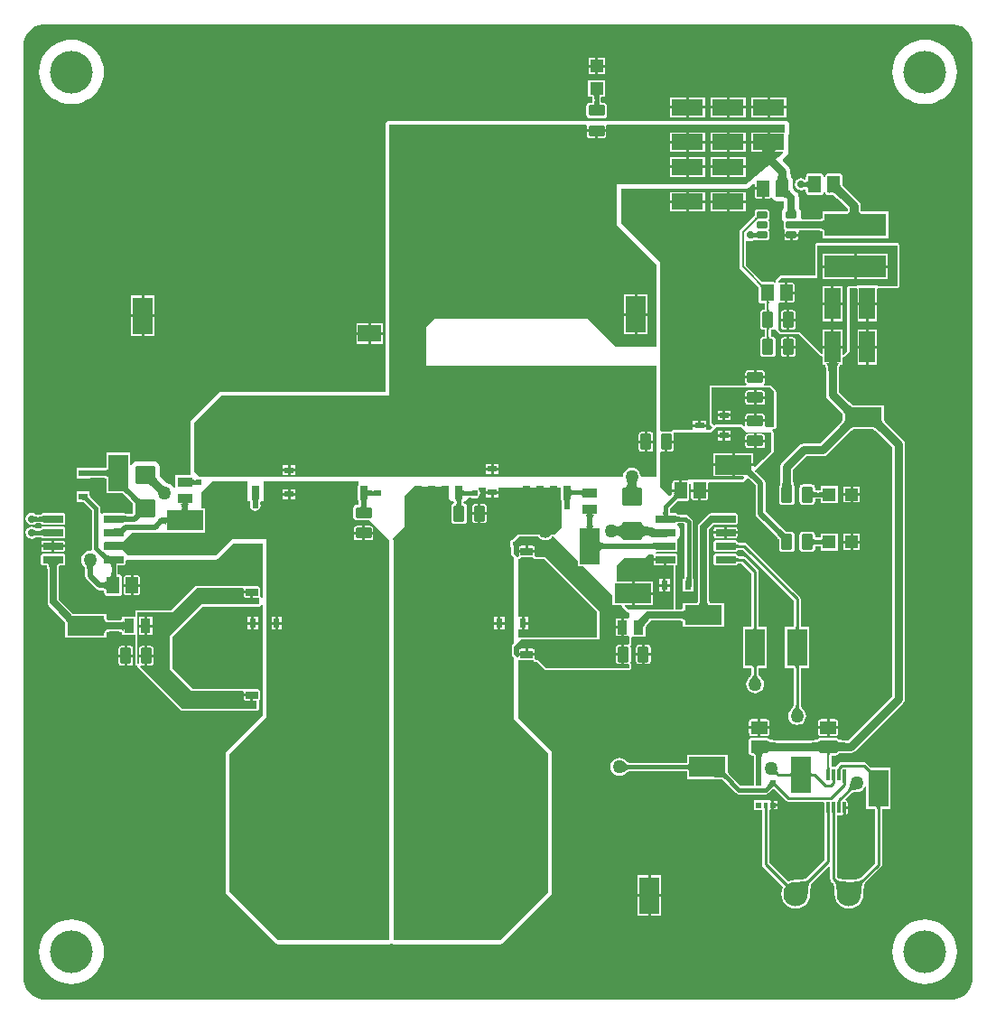
<source format=gtl>
G04*
G04 #@! TF.GenerationSoftware,Altium Limited,Altium Designer,20.1.12 (249)*
G04*
G04 Layer_Physical_Order=1*
G04 Layer_Color=255*
%FSAX25Y25*%
%MOIN*%
G70*
G04*
G04 #@! TF.SameCoordinates,6129B4E8-B8F0-4C57-AE18-1B9BDFF8F3C9*
G04*
G04*
G04 #@! TF.FilePolarity,Positive*
G04*
G01*
G75*
%ADD10C,0.01000*%
%ADD15C,0.00600*%
%ADD16R,0.17953X0.15965*%
G04:AMPARAMS|DCode=17|XSize=29.53mil|YSize=47.24mil|CornerRadius=2.95mil|HoleSize=0mil|Usage=FLASHONLY|Rotation=180.000|XOffset=0mil|YOffset=0mil|HoleType=Round|Shape=RoundedRectangle|*
%AMROUNDEDRECTD17*
21,1,0.02953,0.04134,0,0,180.0*
21,1,0.02362,0.04724,0,0,180.0*
1,1,0.00591,-0.01181,0.02067*
1,1,0.00591,0.01181,0.02067*
1,1,0.00591,0.01181,-0.02067*
1,1,0.00591,-0.01181,-0.02067*
%
%ADD17ROUNDEDRECTD17*%
%ADD18R,0.22835X0.08268*%
%ADD19R,0.11811X0.05906*%
%ADD20R,0.05906X0.11811*%
%ADD21R,0.07284X0.13583*%
%ADD22R,0.13583X0.07284*%
G04:AMPARAMS|DCode=23|XSize=49.21mil|YSize=62.99mil|CornerRadius=4.92mil|HoleSize=0mil|Usage=FLASHONLY|Rotation=0.000|XOffset=0mil|YOffset=0mil|HoleType=Round|Shape=RoundedRectangle|*
%AMROUNDEDRECTD23*
21,1,0.04921,0.05315,0,0,0.0*
21,1,0.03937,0.06299,0,0,0.0*
1,1,0.00984,0.01968,-0.02657*
1,1,0.00984,-0.01968,-0.02657*
1,1,0.00984,-0.01968,0.02657*
1,1,0.00984,0.01968,0.02657*
%
%ADD23ROUNDEDRECTD23*%
G04:AMPARAMS|DCode=24|XSize=23.62mil|YSize=39.37mil|CornerRadius=2.01mil|HoleSize=0mil|Usage=FLASHONLY|Rotation=270.000|XOffset=0mil|YOffset=0mil|HoleType=Round|Shape=RoundedRectangle|*
%AMROUNDEDRECTD24*
21,1,0.02362,0.03535,0,0,270.0*
21,1,0.01961,0.03937,0,0,270.0*
1,1,0.00402,-0.01768,-0.00980*
1,1,0.00402,-0.01768,0.00980*
1,1,0.00402,0.01768,0.00980*
1,1,0.00402,0.01768,-0.00980*
%
%ADD24ROUNDEDRECTD24*%
%ADD25R,0.03543X0.02362*%
G04:AMPARAMS|DCode=26|XSize=28.35mil|YSize=74.8mil|CornerRadius=2.13mil|HoleSize=0mil|Usage=FLASHONLY|Rotation=270.000|XOffset=0mil|YOffset=0mil|HoleType=Round|Shape=RoundedRectangle|*
%AMROUNDEDRECTD26*
21,1,0.02835,0.07055,0,0,270.0*
21,1,0.02410,0.07480,0,0,270.0*
1,1,0.00425,-0.03528,-0.01205*
1,1,0.00425,-0.03528,0.01205*
1,1,0.00425,0.03528,0.01205*
1,1,0.00425,0.03528,-0.01205*
%
%ADD26ROUNDEDRECTD26*%
%ADD27R,0.01968X0.01968*%
%ADD28R,0.01575X0.01968*%
G04:AMPARAMS|DCode=29|XSize=11.81mil|YSize=39.37mil|CornerRadius=0.89mil|HoleSize=0mil|Usage=FLASHONLY|Rotation=0.000|XOffset=0mil|YOffset=0mil|HoleType=Round|Shape=RoundedRectangle|*
%AMROUNDEDRECTD29*
21,1,0.01181,0.03760,0,0,0.0*
21,1,0.01004,0.03937,0,0,0.0*
1,1,0.00177,0.00502,-0.01880*
1,1,0.00177,-0.00502,-0.01880*
1,1,0.00177,-0.00502,0.01880*
1,1,0.00177,0.00502,0.01880*
%
%ADD29ROUNDEDRECTD29*%
G04:AMPARAMS|DCode=30|XSize=41.34mil|YSize=59.06mil|CornerRadius=4.13mil|HoleSize=0mil|Usage=FLASHONLY|Rotation=180.000|XOffset=0mil|YOffset=0mil|HoleType=Round|Shape=RoundedRectangle|*
%AMROUNDEDRECTD30*
21,1,0.04134,0.05079,0,0,180.0*
21,1,0.03307,0.05906,0,0,180.0*
1,1,0.00827,-0.01654,0.02539*
1,1,0.00827,0.01654,0.02539*
1,1,0.00827,0.01654,-0.02539*
1,1,0.00827,-0.01654,-0.02539*
%
%ADD30ROUNDEDRECTD30*%
G04:AMPARAMS|DCode=31|XSize=41.34mil|YSize=59.06mil|CornerRadius=4.13mil|HoleSize=0mil|Usage=FLASHONLY|Rotation=270.000|XOffset=0mil|YOffset=0mil|HoleType=Round|Shape=RoundedRectangle|*
%AMROUNDEDRECTD31*
21,1,0.04134,0.05079,0,0,270.0*
21,1,0.03307,0.05906,0,0,270.0*
1,1,0.00827,-0.02539,-0.01654*
1,1,0.00827,-0.02539,0.01654*
1,1,0.00827,0.02539,0.01654*
1,1,0.00827,0.02539,-0.01654*
%
%ADD31ROUNDEDRECTD31*%
%ADD32R,0.03740X0.05315*%
%ADD33R,0.05315X0.03740*%
G04:AMPARAMS|DCode=34|XSize=29.53mil|YSize=47.24mil|CornerRadius=2.95mil|HoleSize=0mil|Usage=FLASHONLY|Rotation=270.000|XOffset=0mil|YOffset=0mil|HoleType=Round|Shape=RoundedRectangle|*
%AMROUNDEDRECTD34*
21,1,0.02953,0.04134,0,0,270.0*
21,1,0.02362,0.04724,0,0,270.0*
1,1,0.00591,-0.02067,-0.01181*
1,1,0.00591,-0.02067,0.01181*
1,1,0.00591,0.02067,0.01181*
1,1,0.00591,0.02067,-0.01181*
%
%ADD34ROUNDEDRECTD34*%
%ADD35R,0.15965X0.17953*%
%ADD36R,0.08584X0.06417*%
%ADD37R,0.04724X0.04724*%
%ADD38R,0.04724X0.04724*%
%ADD39R,0.02480X0.03268*%
%ADD40R,0.03268X0.02480*%
G04:AMPARAMS|DCode=41|XSize=74.8mil|YSize=68.9mil|CornerRadius=6.89mil|HoleSize=0mil|Usage=FLASHONLY|Rotation=0.000|XOffset=0mil|YOffset=0mil|HoleType=Round|Shape=RoundedRectangle|*
%AMROUNDEDRECTD41*
21,1,0.07480,0.05512,0,0,0.0*
21,1,0.06102,0.06890,0,0,0.0*
1,1,0.01378,0.03051,-0.02756*
1,1,0.01378,-0.03051,-0.02756*
1,1,0.01378,-0.03051,0.02756*
1,1,0.01378,0.03051,0.02756*
%
%ADD41ROUNDEDRECTD41*%
G04:AMPARAMS|DCode=42|XSize=49.21mil|YSize=62.99mil|CornerRadius=4.92mil|HoleSize=0mil|Usage=FLASHONLY|Rotation=270.000|XOffset=0mil|YOffset=0mil|HoleType=Round|Shape=RoundedRectangle|*
%AMROUNDEDRECTD42*
21,1,0.04921,0.05315,0,0,270.0*
21,1,0.03937,0.06299,0,0,270.0*
1,1,0.00984,-0.02657,-0.01968*
1,1,0.00984,-0.02657,0.01968*
1,1,0.00984,0.02657,0.01968*
1,1,0.00984,0.02657,-0.01968*
%
%ADD42ROUNDEDRECTD42*%
%ADD73C,0.01500*%
%ADD74C,0.03000*%
%ADD75C,0.02500*%
%ADD76C,0.00800*%
%ADD77C,0.02000*%
%ADD78C,0.15748*%
%ADD79C,0.09000*%
%ADD80C,0.09055*%
%ADD81C,0.06000*%
%ADD82C,0.05000*%
%ADD83C,0.02400*%
%ADD84C,0.02800*%
G36*
X0346764Y0361834D02*
X0348184Y0361246D01*
X0349463Y0360392D01*
X0350550Y0359305D01*
X0351403Y0358027D01*
X0351992Y0356607D01*
X0352292Y0355099D01*
Y0354331D01*
Y0009843D01*
Y0009074D01*
X0351992Y0007566D01*
X0351403Y0006146D01*
X0350550Y0004868D01*
X0349463Y0003781D01*
X0348184Y0002927D01*
X0346764Y0002339D01*
X0345257Y0002039D01*
X0009074D01*
X0007566Y0002339D01*
X0006146Y0002927D01*
X0004868Y0003781D01*
X0003781Y0004868D01*
X0002927Y0006146D01*
X0002339Y0007566D01*
X0002039Y0009074D01*
Y0009843D01*
Y0354331D01*
Y0355099D01*
X0002339Y0356607D01*
X0002927Y0358027D01*
X0003781Y0359305D01*
X0004868Y0360392D01*
X0006146Y0361246D01*
X0007566Y0361834D01*
X0009074Y0362134D01*
X0345257D01*
X0346764Y0361834D01*
D02*
G37*
%LPC*%
G36*
X0216462Y0349596D02*
X0214000D01*
Y0347134D01*
X0216462D01*
Y0349596D01*
D02*
G37*
G36*
X0213000D02*
X0210538D01*
Y0347134D01*
X0213000D01*
Y0349596D01*
D02*
G37*
G36*
X0216462Y0346134D02*
X0214000D01*
Y0343672D01*
X0216462D01*
Y0346134D01*
D02*
G37*
G36*
X0213000D02*
X0210538D01*
Y0343672D01*
X0213000D01*
Y0346134D01*
D02*
G37*
G36*
X0334646Y0356399D02*
X0332782Y0356252D01*
X0330965Y0355816D01*
X0329238Y0355101D01*
X0327645Y0354124D01*
X0326223Y0352910D01*
X0325010Y0351489D01*
X0324033Y0349896D01*
X0323318Y0348169D01*
X0322882Y0346351D01*
X0322735Y0344488D01*
X0322882Y0342625D01*
X0323318Y0340808D01*
X0324033Y0339081D01*
X0325010Y0337487D01*
X0326223Y0336066D01*
X0327645Y0334852D01*
X0329238Y0333876D01*
X0330965Y0333160D01*
X0332782Y0332724D01*
X0334646Y0332577D01*
X0336509Y0332724D01*
X0338326Y0333160D01*
X0340053Y0333876D01*
X0341647Y0334852D01*
X0343068Y0336066D01*
X0344282Y0337487D01*
X0345258Y0339081D01*
X0345973Y0340808D01*
X0346410Y0342625D01*
X0346556Y0344488D01*
X0346410Y0346351D01*
X0345973Y0348169D01*
X0345258Y0349896D01*
X0344282Y0351489D01*
X0343068Y0352910D01*
X0341647Y0354124D01*
X0340053Y0355101D01*
X0338326Y0355816D01*
X0336509Y0356252D01*
X0334646Y0356399D01*
D02*
G37*
G36*
X0019685D02*
X0017822Y0356252D01*
X0016004Y0355816D01*
X0014278Y0355101D01*
X0012684Y0354124D01*
X0011263Y0352910D01*
X0010049Y0351489D01*
X0009072Y0349896D01*
X0008357Y0348169D01*
X0007921Y0346351D01*
X0007774Y0344488D01*
X0007921Y0342625D01*
X0008357Y0340808D01*
X0009072Y0339081D01*
X0010049Y0337487D01*
X0011263Y0336066D01*
X0012684Y0334852D01*
X0014278Y0333876D01*
X0016004Y0333160D01*
X0017822Y0332724D01*
X0019685Y0332577D01*
X0021548Y0332724D01*
X0023366Y0333160D01*
X0025092Y0333876D01*
X0026686Y0334852D01*
X0028107Y0336066D01*
X0029321Y0337487D01*
X0030298Y0339081D01*
X0031013Y0340808D01*
X0031449Y0342625D01*
X0031596Y0344488D01*
X0031449Y0346351D01*
X0031013Y0348169D01*
X0030298Y0349896D01*
X0029321Y0351489D01*
X0028107Y0352910D01*
X0026686Y0354124D01*
X0025092Y0355101D01*
X0023366Y0355816D01*
X0021548Y0356252D01*
X0019685Y0356399D01*
D02*
G37*
G36*
X0283506Y0334950D02*
X0277500D01*
Y0331898D01*
X0283506D01*
Y0334950D01*
D02*
G37*
G36*
X0268506D02*
X0262500D01*
Y0331898D01*
X0268506D01*
Y0334950D01*
D02*
G37*
G36*
X0253505D02*
X0247500D01*
Y0331898D01*
X0253505D01*
Y0334950D01*
D02*
G37*
G36*
X0276500D02*
X0270495D01*
Y0331898D01*
X0276500D01*
Y0334950D01*
D02*
G37*
G36*
X0261500D02*
X0255494D01*
Y0331898D01*
X0261500D01*
Y0334950D01*
D02*
G37*
G36*
X0246500D02*
X0240494D01*
Y0331898D01*
X0246500D01*
Y0334950D01*
D02*
G37*
G36*
X0283506Y0330898D02*
X0277500D01*
Y0327845D01*
X0283506D01*
Y0330898D01*
D02*
G37*
G36*
X0276500D02*
X0270495D01*
Y0327845D01*
X0276500D01*
Y0330898D01*
D02*
G37*
G36*
X0268506D02*
X0262500D01*
Y0327845D01*
X0268506D01*
Y0330898D01*
D02*
G37*
G36*
X0261500D02*
X0255494D01*
Y0327845D01*
X0261500D01*
Y0330898D01*
D02*
G37*
G36*
X0253505D02*
X0247500D01*
Y0327845D01*
X0253505D01*
Y0330898D01*
D02*
G37*
G36*
X0246500D02*
X0240494D01*
Y0327845D01*
X0246500D01*
Y0330898D01*
D02*
G37*
G36*
X0216662Y0341528D02*
X0210338D01*
Y0335204D01*
X0211860D01*
X0211884Y0335115D01*
X0211910Y0334958D01*
X0211920Y0334850D01*
Y0333489D01*
X0211910Y0333381D01*
X0211884Y0333224D01*
X0211865Y0333151D01*
X0210961D01*
X0210487Y0333056D01*
X0210086Y0332788D01*
X0209818Y0332387D01*
X0209723Y0331913D01*
Y0328606D01*
X0209818Y0328133D01*
X0210086Y0327731D01*
X0210487Y0327463D01*
X0210961Y0327369D01*
X0216039D01*
X0216513Y0327463D01*
X0216914Y0327731D01*
X0217182Y0328133D01*
X0217277Y0328606D01*
Y0331913D01*
X0217182Y0332387D01*
X0216914Y0332788D01*
X0216513Y0333056D01*
X0216039Y0333151D01*
X0215135D01*
X0215116Y0333224D01*
X0215090Y0333381D01*
X0215080Y0333489D01*
Y0334850D01*
X0215090Y0334958D01*
X0215116Y0335115D01*
X0215140Y0335204D01*
X0216662D01*
Y0341528D01*
D02*
G37*
G36*
X0283100Y0326529D02*
X0217409D01*
X0217284Y0326505D01*
X0217157Y0326509D01*
X0216994Y0326447D01*
X0216823Y0326413D01*
X0216718Y0326342D01*
X0216599Y0326297D01*
X0216543Y0326244D01*
X0216039Y0326345D01*
X0210961D01*
X0210457Y0326244D01*
X0210401Y0326297D01*
X0210282Y0326342D01*
X0210177Y0326413D01*
X0210006Y0326447D01*
X0209843Y0326509D01*
X0209716Y0326505D01*
X0209591Y0326529D01*
X0137000D01*
X0136415Y0326413D01*
X0135918Y0326081D01*
X0135587Y0325585D01*
X0135471Y0325000D01*
X0135471Y0247000D01*
Y0226529D01*
X0075000D01*
X0074415Y0226413D01*
X0073919Y0226081D01*
X0063919Y0216081D01*
X0063587Y0215585D01*
X0063471Y0215000D01*
Y0197000D01*
X0063587Y0196415D01*
X0063716Y0196221D01*
X0063449Y0195721D01*
X0058043D01*
Y0190963D01*
X0057543Y0190864D01*
X0057494Y0190981D01*
X0056853Y0191816D01*
X0056017Y0192458D01*
X0055044Y0192861D01*
X0054516Y0192930D01*
X0053948Y0193433D01*
X0053932Y0193449D01*
X0052916Y0194543D01*
X0052557Y0194991D01*
X0052284Y0195382D01*
X0052283Y0195384D01*
Y0198555D01*
X0052113Y0199409D01*
X0051629Y0200133D01*
X0050905Y0200617D01*
X0050051Y0200787D01*
X0043949D01*
X0043095Y0200617D01*
X0042371Y0200133D01*
X0041942Y0199491D01*
X0041570Y0199527D01*
X0041442Y0199574D01*
Y0204091D01*
X0032558D01*
Y0198468D01*
X0032551Y0198401D01*
X0032501Y0198370D01*
X0032389Y0198324D01*
X0032217Y0198278D01*
X0031987Y0198240D01*
X0031823Y0198225D01*
X0026656D01*
X0026641Y0198225D01*
X0026434Y0198241D01*
Y0198430D01*
X0025640D01*
X0025622Y0198434D01*
X0025606Y0198430D01*
X0025590Y0198433D01*
X0025577Y0198430D01*
X0021566D01*
Y0194350D01*
X0025577D01*
X0025590Y0194347D01*
X0025606Y0194349D01*
X0025622Y0194346D01*
X0025640Y0194350D01*
X0026434D01*
Y0194521D01*
X0026985Y0194554D01*
X0031823D01*
X0031987Y0194540D01*
X0032217Y0194502D01*
X0032389Y0194456D01*
X0032501Y0194410D01*
X0032551Y0194379D01*
X0032558Y0194312D01*
Y0188909D01*
X0038482D01*
X0038587Y0188848D01*
X0038850Y0188665D01*
X0039434Y0188171D01*
X0041633Y0185972D01*
X0041989Y0185590D01*
X0042245Y0185272D01*
X0042431Y0185008D01*
Y0181438D01*
X0042328Y0181335D01*
X0040135D01*
X0039707Y0181369D01*
X0039535Y0181393D01*
X0039407Y0181420D01*
X0039386Y0181426D01*
X0039380Y0181435D01*
X0039307Y0181484D01*
X0039244Y0181545D01*
X0039176Y0181571D01*
X0039115Y0181612D01*
X0039114Y0181612D01*
X0039045Y0181659D01*
X0038650Y0181737D01*
X0031594D01*
X0031199Y0181659D01*
X0030864Y0181435D01*
X0030845Y0181406D01*
X0030345Y0181558D01*
Y0183345D01*
X0030225Y0183950D01*
X0029882Y0184463D01*
X0027004Y0187341D01*
X0026758Y0187606D01*
X0026585Y0187824D01*
X0026453Y0188014D01*
X0026434Y0188047D01*
Y0188633D01*
X0026436Y0188651D01*
X0026434Y0188661D01*
Y0189650D01*
X0024154D01*
X0024001Y0189681D01*
X0023848Y0189650D01*
X0021566D01*
Y0185570D01*
X0023630D01*
X0023648Y0185567D01*
X0023658Y0185570D01*
X0024186D01*
X0024360Y0185449D01*
X0024796Y0185080D01*
X0027184Y0182691D01*
Y0168735D01*
X0027285Y0168229D01*
X0027088Y0167914D01*
X0026944Y0167770D01*
X0026500Y0167829D01*
X0025638Y0167715D01*
X0024836Y0167383D01*
X0024146Y0166854D01*
X0023617Y0166164D01*
X0023285Y0165361D01*
X0023171Y0164500D01*
X0023285Y0163638D01*
X0023617Y0162836D01*
X0024146Y0162146D01*
X0024211Y0162097D01*
X0024272Y0162031D01*
X0024355Y0161925D01*
X0024428Y0161812D01*
X0024492Y0161691D01*
X0024548Y0161559D01*
X0024595Y0161416D01*
X0024633Y0161260D01*
X0024661Y0161091D01*
X0024665Y0161047D01*
Y0158500D01*
X0024804Y0157798D01*
X0025202Y0157202D01*
X0028702Y0153702D01*
X0029298Y0153304D01*
X0030000Y0153165D01*
X0030974D01*
X0031140Y0153150D01*
X0031372Y0153112D01*
X0031546Y0153065D01*
X0031660Y0153019D01*
X0031690Y0153000D01*
Y0152342D01*
X0031791Y0151838D01*
X0032076Y0151411D01*
X0032504Y0151125D01*
X0033008Y0151025D01*
X0036945D01*
X0037449Y0151125D01*
X0037876Y0151411D01*
X0038162Y0151838D01*
X0038262Y0152342D01*
Y0157658D01*
X0038162Y0158162D01*
X0037876Y0158589D01*
X0037449Y0158875D01*
X0036945Y0158975D01*
X0036757D01*
X0036738Y0159048D01*
X0036712Y0159205D01*
X0036702Y0159313D01*
Y0161912D01*
X0036712Y0162020D01*
X0036738Y0162177D01*
X0036761Y0162263D01*
X0038650D01*
X0039045Y0162341D01*
X0039380Y0162565D01*
X0039603Y0162900D01*
X0039682Y0163295D01*
Y0164187D01*
X0040182Y0164534D01*
X0040500Y0164471D01*
X0073000D01*
X0073585Y0164587D01*
X0074081Y0164919D01*
X0079633Y0170471D01*
X0090250D01*
Y0150472D01*
X0089754Y0150406D01*
X0089752Y0150408D01*
X0089751Y0150410D01*
X0089664Y0150539D01*
X0089577Y0150670D01*
X0089574Y0150672D01*
X0089573Y0150674D01*
X0089463Y0150783D01*
X0089375Y0150841D01*
X0089323Y0150886D01*
X0089404Y0151295D01*
Y0153657D01*
X0089319Y0154085D01*
X0089077Y0154447D01*
X0088715Y0154689D01*
X0088287Y0154774D01*
X0084153D01*
X0083726Y0154689D01*
X0083535Y0154562D01*
X0083459Y0154577D01*
X0083382Y0154629D01*
X0083314Y0154693D01*
X0083251Y0154716D01*
X0083195Y0154754D01*
X0083103Y0154772D01*
X0083016Y0154805D01*
X0082948Y0154803D01*
X0082883Y0154816D01*
X0066000Y0154816D01*
X0065688Y0154754D01*
X0065423Y0154577D01*
X0065423Y0154577D01*
X0056662Y0145816D01*
X0044000D01*
X0043688Y0145754D01*
X0043423Y0145577D01*
X0043246Y0145312D01*
X0043184Y0145000D01*
Y0143457D01*
X0038279D01*
Y0142464D01*
X0038277Y0142444D01*
X0038268Y0142419D01*
X0038252Y0142396D01*
X0038207Y0142355D01*
X0038107Y0142293D01*
X0037938Y0142225D01*
X0037699Y0142161D01*
X0037392Y0142110D01*
X0037169Y0142090D01*
X0033701D01*
X0033478Y0142110D01*
X0033171Y0142161D01*
X0032932Y0142225D01*
X0032763Y0142293D01*
X0032663Y0142355D01*
X0032618Y0142396D01*
X0032602Y0142419D01*
X0032594Y0142444D01*
X0032591Y0142464D01*
Y0144442D01*
X0020558D01*
X0020428Y0144517D01*
X0020081Y0144759D01*
X0019322Y0145403D01*
X0014968Y0149757D01*
Y0161156D01*
X0014988Y0161380D01*
X0015039Y0161687D01*
X0015103Y0161925D01*
X0015171Y0162094D01*
X0015232Y0162195D01*
X0015274Y0162240D01*
X0015297Y0162255D01*
X0015319Y0162263D01*
X0016406D01*
X0016801Y0162341D01*
X0017136Y0162565D01*
X0017359Y0162900D01*
X0017438Y0163295D01*
Y0165705D01*
X0017359Y0166100D01*
X0017136Y0166435D01*
X0016801Y0166659D01*
X0016406Y0166737D01*
X0009350D01*
X0008955Y0166659D01*
X0008620Y0166435D01*
X0008397Y0166100D01*
X0008318Y0165705D01*
Y0163295D01*
X0008397Y0162900D01*
X0008620Y0162565D01*
X0008955Y0162341D01*
X0009350Y0162263D01*
X0010437D01*
X0010459Y0162255D01*
X0010482Y0162240D01*
X0010524Y0162195D01*
X0010585Y0162094D01*
X0010653Y0161925D01*
X0010717Y0161687D01*
X0010768Y0161380D01*
X0010788Y0161156D01*
Y0148891D01*
X0010788Y0148891D01*
X0010947Y0148091D01*
X0011400Y0147413D01*
X0016317Y0142496D01*
X0016750Y0142030D01*
X0017067Y0141634D01*
X0017314Y0141280D01*
X0017409Y0141115D01*
Y0135558D01*
X0032591D01*
Y0137536D01*
X0032594Y0137556D01*
X0032602Y0137581D01*
X0032618Y0137604D01*
X0032663Y0137645D01*
X0032763Y0137707D01*
X0032932Y0137775D01*
X0033171Y0137839D01*
X0033478Y0137890D01*
X0033701Y0137910D01*
X0037169D01*
X0037392Y0137890D01*
X0037699Y0137839D01*
X0037938Y0137775D01*
X0038107Y0137707D01*
X0038207Y0137645D01*
X0038252Y0137604D01*
X0038268Y0137581D01*
X0038277Y0137556D01*
X0038279Y0137536D01*
Y0136542D01*
X0043184D01*
X0043184Y0126131D01*
X0043200Y0126053D01*
X0043200Y0125973D01*
X0043231Y0125898D01*
X0043246Y0125819D01*
X0043291Y0125753D01*
X0043321Y0125679D01*
X0043378Y0125622D01*
X0043423Y0125555D01*
X0043490Y0125510D01*
X0043546Y0125454D01*
X0043695Y0125354D01*
X0043695Y0125354D01*
X0043695Y0125354D01*
X0043842Y0125293D01*
X0043989Y0125232D01*
X0044051Y0125057D01*
X0044086Y0124943D01*
X0044109Y0124825D01*
X0044131Y0124792D01*
X0044143Y0124753D01*
X0044219Y0124660D01*
X0044286Y0124561D01*
X0059923Y0108923D01*
X0060188Y0108746D01*
X0060500Y0108684D01*
X0060500Y0108684D01*
X0088000D01*
X0088312Y0108746D01*
X0088577Y0108923D01*
X0088754Y0109188D01*
X0088816Y0109500D01*
Y0112355D01*
X0089077Y0112529D01*
X0089319Y0112892D01*
X0089404Y0113319D01*
Y0115681D01*
X0089319Y0116109D01*
X0089077Y0116471D01*
X0088715Y0116713D01*
X0088287Y0116798D01*
X0084153D01*
X0083726Y0116713D01*
X0083539Y0116588D01*
X0083456Y0116643D01*
X0083363Y0116719D01*
X0083325Y0116731D01*
X0083291Y0116754D01*
X0083174Y0116777D01*
X0083059Y0116812D01*
X0083019Y0116808D01*
X0082979Y0116816D01*
X0064338D01*
X0056816Y0124338D01*
Y0136162D01*
X0067838Y0147184D01*
X0089000D01*
X0089312Y0147246D01*
X0089577Y0147423D01*
X0089754Y0147688D01*
X0090250Y0147621D01*
Y0106913D01*
X0076919Y0093581D01*
X0076587Y0093085D01*
X0076471Y0092500D01*
Y0042000D01*
X0076587Y0041415D01*
X0076919Y0040919D01*
X0094919Y0022919D01*
X0095415Y0022587D01*
X0096000Y0022471D01*
X0137000Y0022471D01*
X0137585Y0022587D01*
X0137765Y0022707D01*
X0137944Y0022587D01*
X0138529Y0022471D01*
X0178000D01*
X0178585Y0022587D01*
X0179081Y0022919D01*
X0196581Y0040419D01*
X0196913Y0040915D01*
X0197029Y0041500D01*
Y0093000D01*
X0196913Y0093585D01*
X0196581Y0094081D01*
X0184529Y0106133D01*
Y0127237D01*
X0184654Y0127330D01*
X0185029Y0127458D01*
X0185285Y0127287D01*
X0185713Y0127202D01*
X0189847D01*
X0190148Y0127262D01*
X0190247Y0127083D01*
X0190321Y0126995D01*
X0190385Y0126900D01*
X0190423Y0126874D01*
X0190452Y0126839D01*
X0190554Y0126786D01*
X0190649Y0126723D01*
X0190694Y0126714D01*
X0190735Y0126693D01*
X0190849Y0126683D01*
X0190962Y0126661D01*
X0191686D01*
X0194423Y0123923D01*
X0194423Y0123923D01*
X0194688Y0123746D01*
X0195000Y0123684D01*
X0195000Y0123684D01*
X0225500D01*
X0225812Y0123746D01*
X0226077Y0123923D01*
X0226254Y0124188D01*
X0226316Y0124500D01*
Y0125591D01*
X0226303Y0125658D01*
X0226305Y0125725D01*
X0226272Y0125812D01*
X0226254Y0125903D01*
X0226216Y0125960D01*
X0226192Y0126023D01*
X0226128Y0126091D01*
X0226077Y0126168D01*
X0226037Y0126487D01*
X0226131Y0126961D01*
Y0132039D01*
X0226037Y0132513D01*
X0226077Y0132832D01*
X0226128Y0132909D01*
X0226192Y0132977D01*
X0226216Y0133040D01*
X0226254Y0133097D01*
X0226272Y0133188D01*
X0226305Y0133274D01*
X0226303Y0133342D01*
X0226316Y0133409D01*
Y0135570D01*
X0226347Y0135796D01*
X0226683Y0136015D01*
X0226789Y0136042D01*
X0231721D01*
Y0138592D01*
X0231725Y0138610D01*
X0231721Y0138628D01*
Y0139713D01*
X0231812Y0139871D01*
X0232052Y0140216D01*
X0232689Y0140970D01*
X0233630Y0141910D01*
X0244299D01*
X0244522Y0141890D01*
X0244829Y0141839D01*
X0245068Y0141775D01*
X0245237Y0141707D01*
X0245337Y0141646D01*
X0245382Y0141604D01*
X0245398Y0141581D01*
X0245407Y0141556D01*
X0245409Y0141536D01*
Y0139558D01*
X0260591D01*
Y0148442D01*
X0255578D01*
X0255443Y0148456D01*
X0255418Y0148465D01*
X0255395Y0148480D01*
X0255353Y0148525D01*
X0255293Y0148624D01*
X0255224Y0148791D01*
X0255160Y0149028D01*
X0255110Y0149333D01*
X0255090Y0149555D01*
Y0175634D01*
X0256866Y0177410D01*
X0256965D01*
X0257103Y0177400D01*
X0257114Y0177398D01*
X0257129Y0177388D01*
X0257130Y0177388D01*
X0257199Y0177341D01*
X0257594Y0177263D01*
X0264650D01*
X0265045Y0177341D01*
X0265380Y0177565D01*
X0265603Y0177900D01*
X0265682Y0178295D01*
Y0180705D01*
X0265603Y0181100D01*
X0265380Y0181435D01*
X0265045Y0181659D01*
X0264650Y0181737D01*
X0257594D01*
X0257199Y0181659D01*
X0257146Y0181623D01*
X0256619Y0181590D01*
X0256000D01*
X0255200Y0181431D01*
X0254522Y0180978D01*
X0251522Y0177978D01*
X0251069Y0177300D01*
X0250910Y0176500D01*
X0250910Y0176500D01*
Y0149555D01*
X0250890Y0149333D01*
X0250839Y0149028D01*
X0250776Y0148791D01*
X0250707Y0148624D01*
X0250647Y0148525D01*
X0250605Y0148480D01*
X0250582Y0148465D01*
X0250557Y0148456D01*
X0250422Y0148442D01*
X0245409D01*
Y0146464D01*
X0245407Y0146444D01*
X0245398Y0146419D01*
X0245382Y0146396D01*
X0245337Y0146354D01*
X0245237Y0146293D01*
X0245068Y0146225D01*
X0244829Y0146161D01*
X0244522Y0146110D01*
X0244299Y0146090D01*
X0242750D01*
Y0162331D01*
X0242801Y0162341D01*
X0243136Y0162565D01*
X0243359Y0162900D01*
X0243438Y0163295D01*
Y0165705D01*
X0243359Y0166100D01*
X0243136Y0166435D01*
X0242801Y0166659D01*
X0242406Y0166737D01*
X0235350D01*
X0235269Y0166721D01*
X0235232Y0166777D01*
X0235267Y0166922D01*
X0235508Y0167263D01*
X0242406D01*
X0242801Y0167341D01*
X0243136Y0167565D01*
X0243359Y0167900D01*
X0243438Y0168295D01*
Y0170705D01*
X0243359Y0171100D01*
X0243259Y0171250D01*
X0243160Y0171481D01*
X0243370Y0171880D01*
X0243640Y0172061D01*
X0244019Y0172627D01*
X0244152Y0173295D01*
Y0175705D01*
X0244019Y0176373D01*
X0243640Y0176939D01*
X0243363Y0177124D01*
X0243277Y0177292D01*
X0243271Y0177750D01*
X0243280Y0177761D01*
X0243301Y0177800D01*
X0243321Y0177813D01*
X0243374Y0177837D01*
X0243460Y0177866D01*
X0243580Y0177893D01*
X0243731Y0177915D01*
X0243794Y0177920D01*
X0245674D01*
X0245920Y0177674D01*
Y0157738D01*
X0245914Y0157663D01*
X0245892Y0157494D01*
X0245880Y0157434D01*
X0245350D01*
Y0156640D01*
X0245346Y0156622D01*
X0245350Y0156603D01*
Y0152566D01*
X0249430D01*
Y0156603D01*
X0249434Y0156622D01*
X0249430Y0156640D01*
Y0157434D01*
X0249105D01*
X0249080Y0157735D01*
Y0178328D01*
X0248960Y0178933D01*
X0248618Y0179446D01*
X0247446Y0180617D01*
X0246933Y0180960D01*
X0246328Y0181080D01*
X0243794D01*
X0243731Y0181085D01*
X0243580Y0181107D01*
X0243460Y0181134D01*
X0243374Y0181163D01*
X0243321Y0181187D01*
X0243301Y0181200D01*
X0243280Y0181239D01*
X0243204Y0181334D01*
X0243136Y0181435D01*
X0243104Y0181456D01*
X0243080Y0181486D01*
X0242973Y0181544D01*
X0242871Y0181612D01*
X0242870Y0181612D01*
X0242801Y0181659D01*
X0242406Y0181737D01*
X0240517D01*
X0240494Y0181823D01*
X0240468Y0181980D01*
X0240458Y0182088D01*
Y0183223D01*
X0242721Y0185486D01*
X0242997Y0185743D01*
X0243223Y0185925D01*
X0243365Y0186025D01*
X0246445D01*
X0246949Y0186125D01*
X0247376Y0186411D01*
X0247662Y0186838D01*
X0247762Y0187343D01*
Y0192353D01*
X0248143Y0192765D01*
X0248442Y0192657D01*
Y0190500D01*
X0251524D01*
X0254606D01*
Y0192657D01*
X0254600Y0192684D01*
X0255009Y0193184D01*
X0267500D01*
X0267500Y0193184D01*
X0267812Y0193246D01*
X0268077Y0193423D01*
X0268660Y0194006D01*
X0268720Y0194097D01*
X0268792Y0194179D01*
X0268808Y0194228D01*
X0268837Y0194271D01*
X0268858Y0194378D01*
X0268866Y0194402D01*
X0269270Y0194614D01*
X0269378Y0194623D01*
X0269725Y0194329D01*
X0272165Y0191889D01*
Y0181500D01*
X0272304Y0180798D01*
X0272702Y0180202D01*
X0280035Y0172869D01*
X0280373Y0172506D01*
X0280618Y0172199D01*
X0280808Y0171927D01*
X0280850Y0171854D01*
Y0168461D01*
X0280944Y0167987D01*
X0281212Y0167586D01*
X0281613Y0167318D01*
X0282087Y0167224D01*
X0285394D01*
X0285867Y0167318D01*
X0286268Y0167586D01*
X0286537Y0167987D01*
X0286631Y0168461D01*
Y0173539D01*
X0286537Y0174013D01*
X0286268Y0174414D01*
X0285867Y0174682D01*
X0285394Y0174776D01*
X0283497D01*
X0283478Y0174787D01*
X0283212Y0174974D01*
X0282612Y0175483D01*
X0275835Y0182260D01*
Y0192650D01*
X0275696Y0193352D01*
X0275298Y0193947D01*
X0272416Y0196829D01*
X0272074Y0197198D01*
X0272016Y0197270D01*
X0272028Y0197384D01*
X0272245Y0197783D01*
X0272272Y0197792D01*
X0272379Y0197813D01*
X0272422Y0197842D01*
X0272471Y0197858D01*
X0272553Y0197929D01*
X0272643Y0197990D01*
X0275577Y0200923D01*
X0278577Y0203923D01*
X0278754Y0204188D01*
X0278816Y0204500D01*
X0278816Y0204500D01*
X0278816Y0211500D01*
X0278754Y0211812D01*
X0278577Y0212077D01*
X0278416Y0212184D01*
X0278515Y0212684D01*
X0279000D01*
X0279312Y0212746D01*
X0279577Y0212923D01*
X0279754Y0213188D01*
X0279816Y0213500D01*
Y0226500D01*
X0279816Y0226500D01*
X0279754Y0226812D01*
X0279577Y0227077D01*
X0278077Y0228577D01*
X0277812Y0228754D01*
X0277500Y0228816D01*
X0277500Y0228816D01*
X0275332D01*
X0275180Y0229316D01*
X0275270Y0229376D01*
X0275494Y0229711D01*
X0275573Y0230106D01*
Y0231260D01*
X0272000D01*
X0268427D01*
Y0230106D01*
X0268506Y0229711D01*
X0268730Y0229376D01*
X0268820Y0229316D01*
X0268668Y0228816D01*
X0256000D01*
X0255688Y0228754D01*
X0255423Y0228577D01*
X0255246Y0228312D01*
X0255184Y0228000D01*
Y0215082D01*
X0255184Y0215082D01*
X0255246Y0214769D01*
X0255423Y0214505D01*
X0255423Y0214505D01*
X0256428Y0213500D01*
X0256095Y0213167D01*
X0255244Y0212316D01*
X0253844D01*
Y0213500D01*
X0251472D01*
X0249101D01*
Y0212316D01*
X0242092Y0212316D01*
X0241974Y0212292D01*
X0241855Y0212281D01*
X0241819Y0212262D01*
X0241779Y0212254D01*
X0241680Y0212187D01*
X0241574Y0212130D01*
X0241548Y0212099D01*
X0241515Y0212077D01*
X0241448Y0211977D01*
X0241372Y0211884D01*
X0241276Y0211704D01*
X0240913Y0211776D01*
X0237606D01*
X0237529Y0211761D01*
X0237029Y0212169D01*
Y0236000D01*
X0237000Y0236148D01*
Y0242852D01*
X0237029Y0243000D01*
Y0273500D01*
X0236913Y0274085D01*
X0236581Y0274581D01*
X0222529Y0288633D01*
X0222529Y0301471D01*
X0259000Y0301471D01*
X0268700Y0301471D01*
X0268926Y0301516D01*
X0269155Y0301540D01*
X0269216Y0301573D01*
X0269285Y0301587D01*
X0269477Y0301715D01*
X0269679Y0301825D01*
X0271442Y0303294D01*
X0271894Y0303082D01*
Y0302000D01*
X0274976D01*
Y0301500D01*
X0275476D01*
Y0297729D01*
X0276945D01*
X0277371Y0297814D01*
X0277678Y0298019D01*
X0277835Y0298033D01*
X0278259Y0297944D01*
X0278619Y0297406D01*
X0279278Y0296966D01*
X0280055Y0296811D01*
X0282640D01*
Y0295494D01*
X0282635Y0295473D01*
X0282610Y0294686D01*
X0282585Y0294416D01*
X0282552Y0294191D01*
X0282517Y0294030D01*
X0282510Y0294007D01*
X0282419Y0293947D01*
X0282357Y0293853D01*
X0282275Y0293779D01*
X0282195Y0293610D01*
X0282044Y0293384D01*
X0281912Y0292721D01*
Y0290760D01*
X0282044Y0290096D01*
X0282419Y0289534D01*
X0282698Y0289347D01*
X0282625Y0288980D01*
Y0287020D01*
X0282703Y0286629D01*
X0282913Y0286315D01*
X0282927Y0286289D01*
X0283068Y0285818D01*
X0282891Y0285553D01*
X0282829Y0285240D01*
Y0284760D01*
X0285413D01*
X0287998D01*
Y0285240D01*
X0287964Y0285410D01*
X0288192Y0285805D01*
X0288298Y0285910D01*
X0295673D01*
X0295896Y0285890D01*
X0296203Y0285839D01*
X0296442Y0285775D01*
X0296611Y0285707D01*
X0296711Y0285646D01*
X0296756Y0285604D01*
X0296772Y0285581D01*
X0296781Y0285556D01*
X0296783Y0285536D01*
Y0283066D01*
X0321217D01*
Y0292934D01*
X0311354D01*
X0311338Y0292936D01*
X0311323Y0292942D01*
X0311300Y0292959D01*
X0311250Y0293017D01*
X0311180Y0293143D01*
X0311105Y0293345D01*
X0311037Y0293623D01*
X0310984Y0293974D01*
X0310969Y0294173D01*
Y0294877D01*
X0310790Y0295774D01*
X0310282Y0296535D01*
X0305652Y0301164D01*
X0305129Y0301728D01*
X0304743Y0302210D01*
X0304441Y0302644D01*
X0304310Y0302874D01*
Y0305658D01*
X0304209Y0306162D01*
X0303924Y0306589D01*
X0303496Y0306875D01*
X0302992Y0306975D01*
X0299055D01*
X0298551Y0306875D01*
X0298124Y0306589D01*
X0297838Y0306162D01*
X0297738Y0305658D01*
X0297262D01*
X0297162Y0306162D01*
X0296877Y0306589D01*
X0296449Y0306875D01*
X0295945Y0306975D01*
X0292008D01*
X0291504Y0306875D01*
X0291076Y0306589D01*
X0290791Y0306162D01*
X0290690Y0305658D01*
Y0305118D01*
X0290190Y0304851D01*
X0289858Y0305072D01*
X0289000Y0305243D01*
X0288142Y0305072D01*
X0287414Y0304586D01*
X0286928Y0303858D01*
X0286757Y0303000D01*
X0286928Y0302142D01*
X0287414Y0301414D01*
X0288142Y0300928D01*
X0289000Y0300757D01*
X0289858Y0300928D01*
X0290190Y0301150D01*
X0290690Y0300882D01*
Y0300342D01*
X0290791Y0299838D01*
X0291076Y0299411D01*
X0291504Y0299125D01*
X0292008Y0299025D01*
X0295945D01*
X0296449Y0299125D01*
X0296877Y0299411D01*
X0297162Y0299838D01*
X0297262Y0300342D01*
X0297738D01*
X0297838Y0299838D01*
X0298124Y0299411D01*
X0298551Y0299125D01*
X0299055Y0299025D01*
X0300822D01*
X0300980Y0298934D01*
X0301410Y0298633D01*
X0302335Y0297849D01*
X0306256Y0293928D01*
X0306209Y0293623D01*
X0306142Y0293345D01*
X0306067Y0293143D01*
X0305997Y0293017D01*
X0305947Y0292959D01*
X0305924Y0292942D01*
X0305909Y0292936D01*
X0305893Y0292934D01*
X0296783D01*
Y0290464D01*
X0296780Y0290444D01*
X0296772Y0290419D01*
X0296756Y0290396D01*
X0296711Y0290354D01*
X0296611Y0290293D01*
X0296442Y0290225D01*
X0296203Y0290161D01*
X0295896Y0290110D01*
X0295673Y0290090D01*
X0289292D01*
X0288881Y0290590D01*
X0288915Y0290760D01*
Y0292721D01*
X0288783Y0293384D01*
X0288632Y0293610D01*
X0288552Y0293779D01*
X0288470Y0293853D01*
X0288407Y0293947D01*
X0288317Y0294007D01*
X0288310Y0294030D01*
X0288275Y0294191D01*
X0288245Y0294399D01*
X0288199Y0295053D01*
X0288193Y0295448D01*
X0288187Y0295474D01*
Y0298059D01*
X0288093Y0298777D01*
X0287815Y0299446D01*
X0287447Y0299926D01*
X0287392Y0300011D01*
X0286368Y0301060D01*
X0286243Y0301363D01*
X0286023Y0301649D01*
Y0304157D01*
X0285869Y0304935D01*
X0285700Y0305187D01*
X0285692Y0305216D01*
X0285630Y0305293D01*
X0285428Y0305594D01*
X0285335Y0305656D01*
X0285316Y0305680D01*
X0285290Y0305701D01*
X0285254Y0305786D01*
X0285206Y0305939D01*
X0285157Y0306156D01*
X0285117Y0306414D01*
X0285060Y0307162D01*
X0285053Y0307602D01*
X0285036Y0307681D01*
X0284946Y0308360D01*
X0284644Y0309089D01*
X0284163Y0309716D01*
X0282146Y0311733D01*
X0282169Y0312233D01*
X0283539Y0313375D01*
X0283561Y0313402D01*
X0283591Y0313420D01*
X0283748Y0313633D01*
X0283914Y0313839D01*
X0283924Y0313873D01*
X0283945Y0313901D01*
X0284006Y0314150D01*
X0284405D01*
Y0321409D01*
X0284513Y0321570D01*
X0284629Y0322155D01*
Y0325000D01*
X0284513Y0325585D01*
X0284181Y0326081D01*
X0283685Y0326413D01*
X0283100Y0326529D01*
D02*
G37*
G36*
X0274476Y0301000D02*
X0271894D01*
Y0298843D01*
X0271979Y0298416D01*
X0272220Y0298055D01*
X0272582Y0297814D01*
X0273008Y0297729D01*
X0274476D01*
Y0301000D01*
D02*
G37*
G36*
X0253505Y0300155D02*
X0247500D01*
Y0297102D01*
X0253505D01*
Y0300155D01*
D02*
G37*
G36*
X0246500D02*
X0240494D01*
Y0297102D01*
X0246500D01*
Y0300155D01*
D02*
G37*
G36*
X0268506Y0300155D02*
X0262500D01*
Y0297102D01*
X0268506D01*
Y0300155D01*
D02*
G37*
G36*
X0261500D02*
X0255494D01*
Y0297102D01*
X0261500D01*
Y0300155D01*
D02*
G37*
G36*
X0253505Y0296102D02*
X0247500D01*
Y0293050D01*
X0253505D01*
Y0296102D01*
D02*
G37*
G36*
X0246500D02*
X0240494D01*
Y0293050D01*
X0246500D01*
Y0296102D01*
D02*
G37*
G36*
X0268506Y0296102D02*
X0262500D01*
Y0293050D01*
X0268506D01*
Y0296102D01*
D02*
G37*
G36*
X0261500D02*
X0255494D01*
Y0293050D01*
X0261500D01*
Y0296102D01*
D02*
G37*
G36*
X0287998Y0283760D02*
X0285913D01*
Y0282463D01*
X0287181D01*
X0287494Y0282525D01*
X0287758Y0282702D01*
X0287935Y0282967D01*
X0287998Y0283279D01*
Y0283760D01*
D02*
G37*
G36*
X0284913D02*
X0282829D01*
Y0283279D01*
X0282891Y0282967D01*
X0283068Y0282702D01*
X0283333Y0282525D01*
X0283646Y0282463D01*
X0284913D01*
Y0283760D01*
D02*
G37*
G36*
X0276354Y0293741D02*
X0272819D01*
X0272428Y0293663D01*
X0272097Y0293442D01*
X0271876Y0293111D01*
X0271798Y0292721D01*
Y0291498D01*
X0271640Y0291311D01*
X0266635Y0286306D01*
X0266370Y0285909D01*
X0266277Y0285441D01*
Y0272547D01*
X0266370Y0272079D01*
X0266635Y0271682D01*
X0273009Y0265308D01*
X0273122Y0265186D01*
X0273190Y0265101D01*
Y0260343D01*
X0273291Y0259838D01*
X0273576Y0259411D01*
X0274004Y0259125D01*
X0274508Y0259025D01*
X0275517D01*
Y0256776D01*
X0275087D01*
X0274613Y0256682D01*
X0274212Y0256414D01*
X0273944Y0256013D01*
X0273850Y0255539D01*
Y0250461D01*
X0273944Y0249987D01*
X0274212Y0249586D01*
X0274613Y0249318D01*
X0275087Y0249223D01*
X0275517D01*
Y0246777D01*
X0275087D01*
X0274613Y0246682D01*
X0274212Y0246414D01*
X0273944Y0246013D01*
X0273850Y0245539D01*
Y0240461D01*
X0273944Y0239987D01*
X0274212Y0239586D01*
X0274613Y0239318D01*
X0275087Y0239224D01*
X0278394D01*
X0278867Y0239318D01*
X0279269Y0239586D01*
X0279537Y0239987D01*
X0279631Y0240461D01*
Y0245539D01*
X0279537Y0246013D01*
X0279269Y0246414D01*
X0278867Y0246682D01*
X0278394Y0246777D01*
X0277964D01*
Y0249223D01*
X0278394D01*
X0278867Y0249318D01*
X0279184Y0249530D01*
X0279338Y0249520D01*
X0279538Y0249457D01*
X0279541Y0249456D01*
X0279714Y0249352D01*
X0279746Y0249188D01*
X0279923Y0248923D01*
X0279923Y0248923D01*
X0280923Y0247923D01*
X0280923Y0247923D01*
X0281188Y0247746D01*
X0281500Y0247684D01*
X0281500Y0247684D01*
X0288162Y0247684D01*
X0296011Y0239836D01*
X0296275Y0239659D01*
X0296588Y0239597D01*
X0296850Y0239382D01*
Y0237125D01*
X0296846Y0237106D01*
X0296850Y0237088D01*
Y0236295D01*
X0297584D01*
X0297747Y0236277D01*
X0297801Y0236257D01*
X0297852Y0236222D01*
X0297921Y0236144D01*
X0298006Y0235999D01*
X0298095Y0235774D01*
X0298173Y0235470D01*
X0298235Y0235088D01*
X0298257Y0234819D01*
Y0225398D01*
X0298436Y0224500D01*
X0298944Y0223739D01*
X0303058Y0219625D01*
X0303596Y0219046D01*
X0303989Y0218556D01*
X0304294Y0218119D01*
X0304409Y0217918D01*
Y0216579D01*
X0304405Y0216565D01*
X0304409Y0216546D01*
Y0216075D01*
X0304300Y0215885D01*
X0303999Y0215456D01*
X0303216Y0214532D01*
X0296029Y0207345D01*
X0290000D01*
X0290000Y0207345D01*
X0289103Y0207167D01*
X0288342Y0206658D01*
X0282082Y0200398D01*
X0281574Y0199638D01*
X0281395Y0198740D01*
Y0193434D01*
X0281380Y0193199D01*
X0281301Y0192531D01*
X0281252Y0192274D01*
X0281196Y0192050D01*
X0281137Y0191871D01*
X0281079Y0191738D01*
X0281001Y0191602D01*
X0280999Y0191596D01*
X0280944Y0191513D01*
X0280904Y0191314D01*
X0280900Y0191301D01*
X0280900Y0191294D01*
X0280850Y0191039D01*
Y0185961D01*
X0280944Y0185487D01*
X0281212Y0185086D01*
X0281613Y0184818D01*
X0282087Y0184723D01*
X0285394D01*
X0285867Y0184818D01*
X0286268Y0185086D01*
X0286537Y0185487D01*
X0286631Y0185961D01*
Y0191039D01*
X0286580Y0191294D01*
X0286581Y0191301D01*
X0286576Y0191314D01*
X0286537Y0191513D01*
X0286481Y0191596D01*
X0286479Y0191602D01*
X0286401Y0191738D01*
X0286344Y0191871D01*
X0286289Y0192038D01*
X0286177Y0192551D01*
X0286137Y0192832D01*
X0286085Y0193631D01*
Y0197769D01*
X0290971Y0202655D01*
X0297000D01*
X0297897Y0202833D01*
X0298658Y0203342D01*
X0306517Y0211200D01*
X0307081Y0211724D01*
X0307564Y0212110D01*
X0307998Y0212413D01*
X0308252Y0212558D01*
X0315748D01*
X0316002Y0212413D01*
X0316427Y0212117D01*
X0317334Y0211349D01*
X0322655Y0206029D01*
Y0114148D01*
X0306352Y0097845D01*
X0304376D01*
X0303855Y0097883D01*
X0303533Y0097930D01*
X0303255Y0097989D01*
X0303031Y0098055D01*
X0302865Y0098123D01*
X0302757Y0098184D01*
X0302702Y0098228D01*
X0302635Y0098307D01*
X0302589Y0098376D01*
X0302162Y0098662D01*
X0301658Y0098762D01*
X0296342D01*
X0295838Y0098662D01*
X0295411Y0098376D01*
X0295365Y0098307D01*
X0295298Y0098228D01*
X0295243Y0098184D01*
X0295135Y0098123D01*
X0294969Y0098055D01*
X0294745Y0097989D01*
X0294467Y0097930D01*
X0294145Y0097883D01*
X0293624Y0097845D01*
X0278876D01*
X0278355Y0097883D01*
X0278033Y0097930D01*
X0277755Y0097989D01*
X0277531Y0098055D01*
X0277365Y0098123D01*
X0277257Y0098184D01*
X0277202Y0098228D01*
X0277135Y0098307D01*
X0277089Y0098376D01*
X0276662Y0098662D01*
X0276157Y0098762D01*
X0270843D01*
X0270338Y0098662D01*
X0269911Y0098376D01*
X0269625Y0097949D01*
X0269525Y0097445D01*
Y0093508D01*
X0269625Y0093004D01*
X0269911Y0092576D01*
X0270338Y0092291D01*
X0270843Y0092190D01*
X0271369D01*
X0271388Y0092160D01*
X0271434Y0092046D01*
X0271480Y0091872D01*
X0271519Y0091640D01*
X0271533Y0091474D01*
Y0082774D01*
X0271657Y0082154D01*
Y0080980D01*
X0266755D01*
X0262555Y0085180D01*
X0262308Y0085446D01*
X0262131Y0085666D01*
X0261997Y0085859D01*
X0261991Y0085868D01*
Y0092342D01*
X0246809D01*
Y0089540D01*
X0246720Y0089516D01*
X0246563Y0089490D01*
X0246455Y0089480D01*
X0225650D01*
X0225556Y0089493D01*
X0225410Y0089526D01*
X0225263Y0089574D01*
X0225114Y0089637D01*
X0224961Y0089716D01*
X0224806Y0089813D01*
X0224646Y0089929D01*
X0224484Y0090064D01*
X0224376Y0090166D01*
X0224329Y0090229D01*
X0223639Y0090758D01*
X0222836Y0091090D01*
X0221975Y0091203D01*
X0221113Y0091090D01*
X0220311Y0090758D01*
X0219621Y0090229D01*
X0219092Y0089539D01*
X0218760Y0088736D01*
X0218647Y0087875D01*
X0218760Y0087014D01*
X0219092Y0086211D01*
X0219621Y0085521D01*
X0220311Y0084992D01*
X0221113Y0084660D01*
X0221975Y0084547D01*
X0222836Y0084660D01*
X0223639Y0084992D01*
X0224329Y0085521D01*
X0224388Y0085599D01*
X0224526Y0085734D01*
X0224683Y0085870D01*
X0224838Y0085986D01*
X0224989Y0086083D01*
X0225138Y0086163D01*
X0225284Y0086225D01*
X0225429Y0086273D01*
X0225573Y0086307D01*
X0225667Y0086320D01*
X0246455D01*
X0246563Y0086310D01*
X0246720Y0086284D01*
X0246809Y0086260D01*
Y0083458D01*
X0257139D01*
X0257292Y0083428D01*
X0259732D01*
X0259864Y0083336D01*
X0260297Y0082968D01*
X0264983Y0078282D01*
X0265496Y0077939D01*
X0266100Y0077819D01*
X0275825D01*
X0276430Y0077939D01*
X0276942Y0078282D01*
X0278401Y0079741D01*
X0278888Y0079930D01*
X0283256Y0075563D01*
X0283686Y0075275D01*
X0284193Y0075174D01*
X0297208D01*
X0297639Y0074778D01*
Y0071018D01*
X0297693Y0070750D01*
X0297722Y0070256D01*
Y0053596D01*
X0291118Y0046993D01*
X0291058Y0046942D01*
X0290882Y0046839D01*
X0290634Y0046732D01*
X0290317Y0046631D01*
X0289931Y0046541D01*
X0289496Y0046469D01*
X0287735Y0046345D01*
X0287227Y0046344D01*
X0287000Y0046374D01*
X0285609Y0046190D01*
X0284313Y0045654D01*
X0284261Y0045614D01*
X0277326Y0052549D01*
Y0072082D01*
X0277587D01*
Y0072282D01*
X0278059D01*
Y0073866D01*
Y0075450D01*
X0277587D01*
Y0075650D01*
X0271657D01*
Y0072082D01*
X0274675D01*
Y0052000D01*
X0274775Y0051493D01*
X0275063Y0051063D01*
X0282386Y0043739D01*
X0282346Y0043687D01*
X0281810Y0042391D01*
X0281627Y0041000D01*
X0281810Y0039609D01*
X0282346Y0038313D01*
X0283200Y0037200D01*
X0284313Y0036346D01*
X0285609Y0035810D01*
X0287000Y0035627D01*
X0288391Y0035810D01*
X0289687Y0036346D01*
X0290800Y0037200D01*
X0291654Y0038313D01*
X0292190Y0039609D01*
X0292373Y0041000D01*
X0292344Y0041227D01*
X0292345Y0041750D01*
X0292367Y0042379D01*
X0292468Y0043488D01*
X0292541Y0043931D01*
X0292631Y0044317D01*
X0292732Y0044634D01*
X0292839Y0044881D01*
X0292943Y0045058D01*
X0292993Y0045118D01*
X0299228Y0051354D01*
X0299690Y0051162D01*
Y0046669D01*
X0299791Y0046162D01*
X0300079Y0045732D01*
X0300692Y0045118D01*
X0300743Y0045058D01*
X0300847Y0044882D01*
X0300953Y0044634D01*
X0301054Y0044317D01*
X0301144Y0043931D01*
X0301216Y0043496D01*
X0301340Y0041735D01*
X0301341Y0041227D01*
X0301311Y0041000D01*
X0301495Y0039609D01*
X0302031Y0038313D01*
X0302885Y0037200D01*
X0303998Y0036346D01*
X0305294Y0035810D01*
X0306685Y0035627D01*
X0308076Y0035810D01*
X0309372Y0036346D01*
X0310485Y0037200D01*
X0311339Y0038313D01*
X0311876Y0039609D01*
X0312059Y0041000D01*
X0312029Y0041227D01*
X0312031Y0041750D01*
X0312052Y0042379D01*
X0312153Y0043488D01*
X0312226Y0043931D01*
X0312316Y0044317D01*
X0312417Y0044634D01*
X0312524Y0044881D01*
X0312628Y0045058D01*
X0312678Y0045118D01*
X0318437Y0050878D01*
X0318725Y0051308D01*
X0318826Y0051815D01*
Y0072409D01*
X0321942D01*
Y0087591D01*
X0314985D01*
X0314945Y0087620D01*
X0314675Y0087849D01*
X0313087Y0089437D01*
X0312657Y0089725D01*
X0312150Y0089825D01*
X0304000D01*
X0303493Y0089725D01*
X0303063Y0089437D01*
X0302031Y0088406D01*
X0301744Y0087976D01*
X0301719Y0087848D01*
X0301518Y0087888D01*
X0300514D01*
X0300271Y0088088D01*
Y0092190D01*
X0301658D01*
X0302162Y0092291D01*
X0302589Y0092576D01*
X0302636Y0092646D01*
X0302714Y0092741D01*
X0302778Y0092794D01*
X0302891Y0092860D01*
X0303059Y0092932D01*
X0303281Y0093002D01*
X0303557Y0093064D01*
X0303874Y0093114D01*
X0304409Y0093155D01*
X0307323D01*
X0308221Y0093334D01*
X0308981Y0093842D01*
X0326658Y0111519D01*
X0327167Y0112279D01*
X0327345Y0113177D01*
Y0207000D01*
X0327167Y0207897D01*
X0326658Y0208658D01*
X0320937Y0214379D01*
X0320401Y0214956D01*
X0320007Y0215446D01*
X0319700Y0215885D01*
X0319591Y0216075D01*
Y0221442D01*
X0309655D01*
X0309642Y0221445D01*
X0309622Y0221442D01*
X0308259D01*
X0307994Y0221593D01*
X0307570Y0221887D01*
X0306663Y0222654D01*
X0302947Y0226369D01*
Y0234819D01*
X0302970Y0235088D01*
X0303031Y0235470D01*
X0303110Y0235774D01*
X0303198Y0235999D01*
X0303284Y0236144D01*
X0303353Y0236222D01*
X0303404Y0236257D01*
X0303457Y0236277D01*
X0303621Y0236295D01*
X0304355D01*
Y0237088D01*
X0304359Y0237106D01*
X0304355Y0237125D01*
Y0239086D01*
X0304617Y0239301D01*
X0304759Y0239330D01*
X0304929Y0239364D01*
X0305194Y0239540D01*
X0306577Y0240923D01*
X0306754Y0241188D01*
X0306816Y0241500D01*
X0306816Y0241500D01*
Y0264662D01*
X0306838Y0264684D01*
X0309645D01*
X0309845Y0264520D01*
Y0259500D01*
X0313398D01*
X0316950D01*
Y0264520D01*
X0317150Y0264684D01*
X0324500D01*
X0324812Y0264746D01*
X0325077Y0264923D01*
X0325254Y0265188D01*
X0325316Y0265500D01*
X0325316Y0280500D01*
X0325254Y0280812D01*
X0325077Y0281077D01*
X0324812Y0281254D01*
X0324500Y0281316D01*
X0295000D01*
X0294688Y0281254D01*
X0294423Y0281077D01*
X0294246Y0280812D01*
X0294184Y0280500D01*
Y0269316D01*
X0281500D01*
X0281188Y0269254D01*
X0280923Y0269077D01*
X0280923Y0269077D01*
X0279923Y0268077D01*
X0279746Y0267812D01*
X0279684Y0267500D01*
X0279684Y0267500D01*
Y0266960D01*
X0279439Y0266782D01*
X0279207Y0266702D01*
X0278949Y0266875D01*
X0278445Y0266975D01*
X0274826D01*
X0274668Y0267110D01*
X0268724Y0273054D01*
Y0282052D01*
X0269164Y0282288D01*
X0269315Y0282188D01*
X0270173Y0282017D01*
X0271032Y0282188D01*
X0271738Y0282660D01*
X0271762Y0282664D01*
X0271764Y0282664D01*
X0271903Y0282645D01*
X0272014Y0282623D01*
X0272063Y0282609D01*
X0272097Y0282558D01*
X0272152Y0282522D01*
X0272194Y0282476D01*
X0272280Y0282436D01*
X0272428Y0282337D01*
X0272819Y0282259D01*
X0276354D01*
X0276745Y0282337D01*
X0277076Y0282558D01*
X0277297Y0282889D01*
X0277375Y0283279D01*
Y0285240D01*
X0277297Y0285631D01*
X0277076Y0285962D01*
Y0286298D01*
X0277297Y0286629D01*
X0277375Y0287020D01*
Y0288980D01*
X0277297Y0289371D01*
X0277076Y0289702D01*
Y0290038D01*
X0277297Y0290369D01*
X0277375Y0290760D01*
Y0292721D01*
X0277297Y0293111D01*
X0277076Y0293442D01*
X0276745Y0293663D01*
X0276354Y0293741D01*
D02*
G37*
G36*
X0050242Y0261891D02*
X0046500D01*
Y0255000D01*
X0050242D01*
Y0261891D01*
D02*
G37*
G36*
X0045500D02*
X0041758D01*
Y0255000D01*
X0045500D01*
Y0261891D01*
D02*
G37*
G36*
X0316950Y0258500D02*
X0313898D01*
Y0252495D01*
X0316950D01*
Y0258500D01*
D02*
G37*
G36*
X0312898D02*
X0309845D01*
Y0252495D01*
X0312898D01*
Y0258500D01*
D02*
G37*
G36*
X0134581Y0251808D02*
X0130189D01*
Y0248500D01*
X0134581D01*
Y0251808D01*
D02*
G37*
G36*
X0129189D02*
X0124797D01*
Y0248500D01*
X0129189D01*
Y0251808D01*
D02*
G37*
G36*
X0050242Y0254000D02*
X0046500D01*
Y0247109D01*
X0050242D01*
Y0254000D01*
D02*
G37*
G36*
X0045500D02*
X0041758D01*
Y0247109D01*
X0045500D01*
Y0254000D01*
D02*
G37*
G36*
X0134581Y0247500D02*
X0130189D01*
Y0244191D01*
X0134581D01*
Y0247500D01*
D02*
G37*
G36*
X0129189D02*
X0124797D01*
Y0244191D01*
X0129189D01*
Y0247500D01*
D02*
G37*
G36*
X0316950Y0249505D02*
X0313898D01*
Y0243500D01*
X0316950D01*
Y0249505D01*
D02*
G37*
G36*
X0285913Y0246573D02*
X0284760D01*
Y0243500D01*
X0286947D01*
Y0245539D01*
X0286868Y0245935D01*
X0286644Y0246270D01*
X0286309Y0246494D01*
X0285913Y0246573D01*
D02*
G37*
G36*
X0283760D02*
X0282606D01*
X0282211Y0246494D01*
X0281876Y0246270D01*
X0281652Y0245935D01*
X0281573Y0245539D01*
Y0243500D01*
X0283760D01*
Y0246573D01*
D02*
G37*
G36*
X0312898Y0249505D02*
X0309845D01*
Y0243500D01*
X0312898D01*
Y0249505D01*
D02*
G37*
G36*
X0286947Y0242500D02*
X0284760D01*
Y0239427D01*
X0285913D01*
X0286309Y0239506D01*
X0286644Y0239730D01*
X0286868Y0240065D01*
X0286947Y0240461D01*
Y0242500D01*
D02*
G37*
G36*
X0283760D02*
X0281573D01*
Y0240461D01*
X0281652Y0240065D01*
X0281876Y0239730D01*
X0282211Y0239506D01*
X0282606Y0239427D01*
X0283760D01*
Y0242500D01*
D02*
G37*
G36*
X0316950D02*
X0313898D01*
Y0236494D01*
X0316950D01*
Y0242500D01*
D02*
G37*
G36*
X0312898D02*
X0309845D01*
Y0236494D01*
X0312898D01*
Y0242500D01*
D02*
G37*
G36*
X0274539Y0234447D02*
X0272500D01*
Y0232260D01*
X0275573D01*
Y0233413D01*
X0275494Y0233809D01*
X0275270Y0234144D01*
X0274935Y0234368D01*
X0274539Y0234447D01*
D02*
G37*
G36*
X0271500D02*
X0269461D01*
X0269065Y0234368D01*
X0268730Y0234144D01*
X0268506Y0233809D01*
X0268427Y0233413D01*
Y0232260D01*
X0271500D01*
Y0234447D01*
D02*
G37*
G36*
X0253844Y0215781D02*
X0251972D01*
Y0214500D01*
X0253844D01*
Y0215781D01*
D02*
G37*
G36*
X0250972D02*
X0249101D01*
Y0214500D01*
X0250972D01*
Y0215781D01*
D02*
G37*
G36*
X0310596Y0191462D02*
X0308134D01*
Y0189000D01*
X0310596D01*
Y0191462D01*
D02*
G37*
G36*
X0307134D02*
X0304672D01*
Y0189000D01*
X0307134D01*
Y0191462D01*
D02*
G37*
G36*
X0254606Y0189500D02*
X0252024D01*
Y0186229D01*
X0253492D01*
X0253918Y0186314D01*
X0254279Y0186555D01*
X0254521Y0186916D01*
X0254606Y0187343D01*
Y0189500D01*
D02*
G37*
G36*
X0251024D02*
X0248442D01*
Y0187343D01*
X0248526Y0186916D01*
X0248768Y0186555D01*
X0249129Y0186314D01*
X0249555Y0186229D01*
X0251024D01*
Y0189500D01*
D02*
G37*
G36*
X0310596Y0188000D02*
X0308134D01*
Y0185538D01*
X0310596D01*
Y0188000D01*
D02*
G37*
G36*
X0307134D02*
X0304672D01*
Y0185538D01*
X0307134D01*
Y0188000D01*
D02*
G37*
G36*
X0292913Y0192277D02*
X0289606D01*
X0289133Y0192182D01*
X0288732Y0191914D01*
X0288463Y0191513D01*
X0288369Y0191039D01*
Y0185961D01*
X0288463Y0185487D01*
X0288732Y0185086D01*
X0289133Y0184818D01*
X0289606Y0184723D01*
X0292913D01*
X0293387Y0184818D01*
X0293788Y0185086D01*
X0294056Y0185487D01*
X0294150Y0185961D01*
Y0186865D01*
X0294224Y0186884D01*
X0294380Y0186910D01*
X0294489Y0186920D01*
X0295850D01*
X0295958Y0186910D01*
X0296115Y0186884D01*
X0296204Y0186860D01*
Y0185338D01*
X0302528D01*
Y0191662D01*
X0296204D01*
Y0190140D01*
X0296115Y0190116D01*
X0295958Y0190090D01*
X0295850Y0190080D01*
X0294489D01*
X0294380Y0190090D01*
X0294224Y0190116D01*
X0294150Y0190135D01*
Y0191039D01*
X0294056Y0191513D01*
X0293788Y0191914D01*
X0293387Y0192182D01*
X0292913Y0192277D01*
D02*
G37*
G36*
X0005000Y0181743D02*
X0004142Y0181572D01*
X0003414Y0181086D01*
X0002928Y0180358D01*
X0002757Y0179500D01*
X0002928Y0178642D01*
X0003414Y0177914D01*
X0004142Y0177428D01*
X0005000Y0177257D01*
X0005858Y0177428D01*
X0006565Y0177900D01*
X0006589Y0177904D01*
X0006763Y0177920D01*
X0007962D01*
X0008025Y0177915D01*
X0008176Y0177893D01*
X0008295Y0177866D01*
X0008382Y0177837D01*
X0008435Y0177813D01*
X0008455Y0177800D01*
X0008476Y0177761D01*
X0008552Y0177666D01*
X0008620Y0177565D01*
X0008652Y0177544D01*
X0008676Y0177514D01*
X0008783Y0177456D01*
X0008885Y0177388D01*
X0008886Y0177388D01*
X0008955Y0177341D01*
X0009350Y0177263D01*
X0016406D01*
X0016801Y0177341D01*
X0017136Y0177565D01*
X0017359Y0177900D01*
X0017438Y0178295D01*
Y0180705D01*
X0017359Y0181100D01*
X0017136Y0181435D01*
X0016801Y0181659D01*
X0016406Y0181737D01*
X0009350D01*
X0008955Y0181659D01*
X0008886Y0181612D01*
X0008885Y0181612D01*
X0008783Y0181544D01*
X0008676Y0181486D01*
X0008652Y0181456D01*
X0008620Y0181435D01*
X0008552Y0181334D01*
X0008476Y0181239D01*
X0008455Y0181200D01*
X0008435Y0181187D01*
X0008382Y0181163D01*
X0008295Y0181134D01*
X0008176Y0181107D01*
X0008025Y0181085D01*
X0007962Y0181080D01*
X0006712D01*
X0006678Y0181083D01*
X0006607Y0181092D01*
X0006565Y0181100D01*
X0005858Y0181572D01*
X0005000Y0181743D01*
D02*
G37*
G36*
X0016406Y0176737D02*
X0009350D01*
X0008955Y0176659D01*
X0008886Y0176612D01*
X0008885Y0176612D01*
X0008778Y0176541D01*
X0008667Y0176478D01*
X0008647Y0176453D01*
X0008620Y0176435D01*
X0008549Y0176329D01*
X0008470Y0176228D01*
X0008431Y0176152D01*
X0008421Y0176137D01*
X0008404Y0176121D01*
X0008373Y0176099D01*
X0008321Y0176071D01*
X0008241Y0176040D01*
X0008133Y0176011D01*
X0007994Y0175987D01*
X0007920Y0175980D01*
X0006712D01*
X0006678Y0175983D01*
X0006607Y0175992D01*
X0006565Y0176000D01*
X0005858Y0176472D01*
X0005000Y0176643D01*
X0004142Y0176472D01*
X0003414Y0175986D01*
X0002928Y0175258D01*
X0002757Y0174400D01*
X0002928Y0173542D01*
X0003414Y0172814D01*
X0004142Y0172328D01*
X0005000Y0172157D01*
X0005858Y0172328D01*
X0006565Y0172800D01*
X0006589Y0172804D01*
X0006763Y0172820D01*
X0008015D01*
X0008054Y0172817D01*
X0008219Y0172798D01*
X0008350Y0172773D01*
X0008446Y0172747D01*
X0008501Y0172726D01*
X0008557Y0172660D01*
X0008620Y0172565D01*
X0008659Y0172539D01*
X0008689Y0172503D01*
X0008790Y0172451D01*
X0008885Y0172388D01*
X0008886Y0172388D01*
X0008955Y0172341D01*
X0009350Y0172263D01*
X0016406D01*
X0016801Y0172341D01*
X0017136Y0172565D01*
X0017359Y0172900D01*
X0017438Y0173295D01*
Y0175705D01*
X0017359Y0176100D01*
X0017136Y0176435D01*
X0016801Y0176659D01*
X0016406Y0176737D01*
D02*
G37*
G36*
X0264650Y0176533D02*
X0261622D01*
Y0175000D01*
X0265478D01*
Y0175705D01*
X0265415Y0176022D01*
X0265235Y0176291D01*
X0264967Y0176470D01*
X0264650Y0176533D01*
D02*
G37*
G36*
X0260622D02*
X0257594D01*
X0257277Y0176470D01*
X0257009Y0176291D01*
X0256829Y0176022D01*
X0256766Y0175705D01*
Y0175000D01*
X0260622D01*
Y0176533D01*
D02*
G37*
G36*
X0265478Y0174000D02*
X0261622D01*
Y0172467D01*
X0264650D01*
X0264967Y0172530D01*
X0265235Y0172709D01*
X0265415Y0172978D01*
X0265478Y0173295D01*
Y0174000D01*
D02*
G37*
G36*
X0260622D02*
X0256766D01*
Y0173295D01*
X0256829Y0172978D01*
X0257009Y0172709D01*
X0257277Y0172530D01*
X0257594Y0172467D01*
X0260622D01*
Y0174000D01*
D02*
G37*
G36*
X0310596Y0173962D02*
X0308134D01*
Y0171500D01*
X0310596D01*
Y0173962D01*
D02*
G37*
G36*
X0307134D02*
X0304672D01*
Y0171500D01*
X0307134D01*
Y0173962D01*
D02*
G37*
G36*
X0016406Y0171533D02*
X0013378D01*
Y0170000D01*
X0017234D01*
Y0170705D01*
X0017171Y0171022D01*
X0016991Y0171291D01*
X0016723Y0171470D01*
X0016406Y0171533D01*
D02*
G37*
G36*
X0012378D02*
X0009350D01*
X0009033Y0171470D01*
X0008765Y0171291D01*
X0008585Y0171022D01*
X0008522Y0170705D01*
Y0170000D01*
X0012378D01*
Y0171533D01*
D02*
G37*
G36*
X0310596Y0170500D02*
X0308134D01*
Y0168038D01*
X0310596D01*
Y0170500D01*
D02*
G37*
G36*
X0307134D02*
X0304672D01*
Y0168038D01*
X0307134D01*
Y0170500D01*
D02*
G37*
G36*
X0292913Y0174776D02*
X0289606D01*
X0289133Y0174682D01*
X0288732Y0174414D01*
X0288463Y0174013D01*
X0288369Y0173539D01*
Y0168461D01*
X0288463Y0167987D01*
X0288732Y0167586D01*
X0289133Y0167318D01*
X0289606Y0167224D01*
X0292913D01*
X0293387Y0167318D01*
X0293788Y0167586D01*
X0294056Y0167987D01*
X0294150Y0168461D01*
Y0169365D01*
X0294224Y0169384D01*
X0294380Y0169410D01*
X0294489Y0169420D01*
X0295850D01*
X0295958Y0169410D01*
X0296115Y0169384D01*
X0296204Y0169360D01*
Y0167838D01*
X0302528D01*
Y0174162D01*
X0296204D01*
Y0172640D01*
X0296115Y0172616D01*
X0295958Y0172590D01*
X0295850Y0172580D01*
X0294489D01*
X0294380Y0172590D01*
X0294224Y0172616D01*
X0294150Y0172635D01*
Y0173539D01*
X0294056Y0174013D01*
X0293788Y0174414D01*
X0293387Y0174682D01*
X0292913Y0174776D01*
D02*
G37*
G36*
X0017234Y0169000D02*
X0013378D01*
Y0167467D01*
X0016406D01*
X0016723Y0167530D01*
X0016991Y0167709D01*
X0017171Y0167978D01*
X0017234Y0168295D01*
Y0169000D01*
D02*
G37*
G36*
X0012378D02*
X0008522D01*
Y0168295D01*
X0008585Y0167978D01*
X0008765Y0167709D01*
X0009033Y0167530D01*
X0009350Y0167467D01*
X0012378D01*
Y0169000D01*
D02*
G37*
G36*
X0043992Y0158771D02*
X0042524D01*
Y0155500D01*
X0045106D01*
Y0157658D01*
X0045021Y0158084D01*
X0044780Y0158445D01*
X0044418Y0158686D01*
X0043992Y0158771D01*
D02*
G37*
G36*
X0041524D02*
X0040055D01*
X0039629Y0158686D01*
X0039268Y0158445D01*
X0039026Y0158084D01*
X0038942Y0157658D01*
Y0155500D01*
X0041524D01*
Y0158771D01*
D02*
G37*
G36*
X0045106Y0154500D02*
X0042524D01*
Y0151229D01*
X0043992D01*
X0044418Y0151314D01*
X0044780Y0151555D01*
X0045021Y0151916D01*
X0045106Y0152342D01*
Y0154500D01*
D02*
G37*
G36*
X0041524D02*
X0038942D01*
Y0152342D01*
X0039026Y0151916D01*
X0039268Y0151555D01*
X0039629Y0151314D01*
X0040055Y0151229D01*
X0041524D01*
Y0154500D01*
D02*
G37*
G36*
X0088450Y0143234D02*
X0087110D01*
Y0141500D01*
X0088450D01*
Y0143234D01*
D02*
G37*
G36*
X0086110D02*
X0084770D01*
Y0141500D01*
X0086110D01*
Y0143234D01*
D02*
G37*
G36*
X0088450Y0140500D02*
X0087110D01*
Y0138766D01*
X0088450D01*
Y0140500D01*
D02*
G37*
G36*
X0086110D02*
X0084770D01*
Y0138766D01*
X0086110D01*
Y0140500D01*
D02*
G37*
G36*
X0232413Y0133073D02*
X0231260D01*
Y0130000D01*
X0233447D01*
Y0132039D01*
X0233368Y0132435D01*
X0233144Y0132770D01*
X0232809Y0132994D01*
X0232413Y0133073D01*
D02*
G37*
G36*
X0230260D02*
X0229106D01*
X0228711Y0132994D01*
X0228376Y0132770D01*
X0228152Y0132435D01*
X0228073Y0132039D01*
Y0130000D01*
X0230260D01*
Y0133073D01*
D02*
G37*
G36*
X0041394Y0132573D02*
X0040240D01*
Y0129500D01*
X0042427D01*
Y0131539D01*
X0042348Y0131935D01*
X0042124Y0132270D01*
X0041789Y0132494D01*
X0041394Y0132573D01*
D02*
G37*
G36*
X0039240D02*
X0038087D01*
X0037691Y0132494D01*
X0037356Y0132270D01*
X0037132Y0131935D01*
X0037053Y0131539D01*
Y0129500D01*
X0039240D01*
Y0132573D01*
D02*
G37*
G36*
X0233447Y0129000D02*
X0231260D01*
Y0125927D01*
X0232413D01*
X0232809Y0126006D01*
X0233144Y0126230D01*
X0233368Y0126565D01*
X0233447Y0126961D01*
Y0129000D01*
D02*
G37*
G36*
X0230260D02*
X0228073D01*
Y0126961D01*
X0228152Y0126565D01*
X0228376Y0126230D01*
X0228711Y0126006D01*
X0229106Y0125927D01*
X0230260D01*
Y0129000D01*
D02*
G37*
G36*
X0042427Y0128500D02*
X0040240D01*
Y0125427D01*
X0041394D01*
X0041789Y0125506D01*
X0042124Y0125730D01*
X0042348Y0126065D01*
X0042427Y0126461D01*
Y0128500D01*
D02*
G37*
G36*
X0039240D02*
X0037053D01*
Y0126461D01*
X0037132Y0126065D01*
X0037356Y0125730D01*
X0037691Y0125506D01*
X0038087Y0125427D01*
X0039240D01*
Y0128500D01*
D02*
G37*
G36*
X0264650Y0166737D02*
X0257594D01*
X0257199Y0166659D01*
X0256864Y0166435D01*
X0256641Y0166100D01*
X0256562Y0165705D01*
Y0163295D01*
X0256641Y0162900D01*
X0256864Y0162565D01*
X0257199Y0162341D01*
X0257594Y0162263D01*
X0264650D01*
X0265045Y0162341D01*
X0265380Y0162565D01*
X0265603Y0162900D01*
X0265658Y0163174D01*
X0266951D01*
X0270674Y0159451D01*
Y0139591D01*
X0267558D01*
Y0124409D01*
X0270674D01*
Y0122350D01*
X0270657Y0122260D01*
X0270620Y0122140D01*
X0270562Y0122002D01*
X0270480Y0121846D01*
X0270373Y0121676D01*
X0270246Y0121500D01*
X0269886Y0121079D01*
X0269721Y0120911D01*
X0269646Y0120854D01*
X0269117Y0120164D01*
X0268785Y0119361D01*
X0268671Y0118500D01*
X0268785Y0117639D01*
X0269117Y0116836D01*
X0269646Y0116146D01*
X0270336Y0115618D01*
X0271139Y0115285D01*
X0272000Y0115172D01*
X0272862Y0115285D01*
X0273664Y0115618D01*
X0274354Y0116146D01*
X0274883Y0116836D01*
X0275215Y0117639D01*
X0275328Y0118500D01*
X0275215Y0119361D01*
X0274883Y0120164D01*
X0274354Y0120854D01*
X0274288Y0120904D01*
X0273915Y0121301D01*
X0273760Y0121491D01*
X0273627Y0121676D01*
X0273520Y0121846D01*
X0273438Y0122002D01*
X0273380Y0122140D01*
X0273343Y0122260D01*
X0273325Y0122350D01*
Y0124409D01*
X0276442D01*
Y0139591D01*
X0273325D01*
Y0160000D01*
X0273225Y0160507D01*
X0272937Y0160937D01*
X0268437Y0165437D01*
X0268007Y0165725D01*
X0267500Y0165825D01*
X0265658D01*
X0265603Y0166100D01*
X0265380Y0166435D01*
X0265045Y0166659D01*
X0264650Y0166737D01*
D02*
G37*
G36*
Y0171737D02*
X0257594D01*
X0257199Y0171659D01*
X0256864Y0171435D01*
X0256641Y0171100D01*
X0256562Y0170705D01*
Y0168295D01*
X0256641Y0167900D01*
X0256864Y0167565D01*
X0257199Y0167341D01*
X0257594Y0167263D01*
X0264650D01*
X0265045Y0167341D01*
X0265380Y0167565D01*
X0265603Y0167900D01*
X0265658Y0168175D01*
X0267451D01*
X0286175Y0149451D01*
Y0139591D01*
X0283058D01*
Y0124409D01*
X0286175D01*
Y0110600D01*
X0286157Y0110510D01*
X0286120Y0110390D01*
X0286062Y0110251D01*
X0285980Y0110096D01*
X0285873Y0109926D01*
X0285746Y0109750D01*
X0285386Y0109329D01*
X0285221Y0109161D01*
X0285146Y0109104D01*
X0284617Y0108414D01*
X0284285Y0107612D01*
X0284172Y0106750D01*
X0284285Y0105888D01*
X0284617Y0105086D01*
X0285146Y0104396D01*
X0285836Y0103867D01*
X0286638Y0103535D01*
X0287500Y0103421D01*
X0288362Y0103535D01*
X0289164Y0103867D01*
X0289854Y0104396D01*
X0290383Y0105086D01*
X0290715Y0105888D01*
X0290828Y0106750D01*
X0290715Y0107612D01*
X0290383Y0108414D01*
X0289854Y0109104D01*
X0289788Y0109154D01*
X0289415Y0109551D01*
X0289260Y0109741D01*
X0289127Y0109926D01*
X0289020Y0110096D01*
X0288938Y0110251D01*
X0288880Y0110390D01*
X0288843Y0110510D01*
X0288825Y0110600D01*
Y0124409D01*
X0291942D01*
Y0139591D01*
X0288825D01*
Y0150000D01*
X0288725Y0150507D01*
X0288437Y0150937D01*
X0268937Y0170437D01*
X0268507Y0170725D01*
X0268000Y0170826D01*
X0265658D01*
X0265603Y0171100D01*
X0265380Y0171435D01*
X0265045Y0171659D01*
X0264650Y0171737D01*
D02*
G37*
G36*
X0301658Y0105606D02*
X0299500D01*
Y0103024D01*
X0302771D01*
Y0104492D01*
X0302686Y0104918D01*
X0302445Y0105280D01*
X0302084Y0105521D01*
X0301658Y0105606D01*
D02*
G37*
G36*
X0276157D02*
X0274000D01*
Y0103024D01*
X0277271D01*
Y0104492D01*
X0277186Y0104918D01*
X0276945Y0105280D01*
X0276584Y0105521D01*
X0276157Y0105606D01*
D02*
G37*
G36*
X0298500D02*
X0296342D01*
X0295916Y0105521D01*
X0295555Y0105280D01*
X0295314Y0104918D01*
X0295229Y0104492D01*
Y0103024D01*
X0298500D01*
Y0105606D01*
D02*
G37*
G36*
X0273000D02*
X0270843D01*
X0270416Y0105521D01*
X0270055Y0105280D01*
X0269814Y0104918D01*
X0269729Y0104492D01*
Y0103024D01*
X0273000D01*
Y0105606D01*
D02*
G37*
G36*
X0302771Y0102024D02*
X0299500D01*
Y0099442D01*
X0301658D01*
X0302084Y0099526D01*
X0302445Y0099768D01*
X0302686Y0100129D01*
X0302771Y0100555D01*
Y0102024D01*
D02*
G37*
G36*
X0298500D02*
X0295229D01*
Y0100555D01*
X0295314Y0100129D01*
X0295555Y0099768D01*
X0295916Y0099526D01*
X0296342Y0099442D01*
X0298500D01*
Y0102024D01*
D02*
G37*
G36*
X0277271D02*
X0274000D01*
Y0099442D01*
X0276157D01*
X0276584Y0099526D01*
X0276945Y0099768D01*
X0277186Y0100129D01*
X0277271Y0100555D01*
Y0102024D01*
D02*
G37*
G36*
X0273000D02*
X0269729D01*
Y0100555D01*
X0269814Y0100129D01*
X0270055Y0099768D01*
X0270416Y0099526D01*
X0270843Y0099442D01*
X0273000D01*
Y0102024D01*
D02*
G37*
G36*
X0280143Y0075450D02*
X0279059D01*
Y0074366D01*
X0280143D01*
Y0075450D01*
D02*
G37*
G36*
Y0073366D02*
X0279059D01*
Y0072282D01*
X0280143D01*
Y0073366D01*
D02*
G37*
G36*
X0237242Y0047891D02*
X0233500D01*
Y0041000D01*
X0237242D01*
Y0047891D01*
D02*
G37*
G36*
X0232500D02*
X0228758D01*
Y0041000D01*
X0232500D01*
Y0047891D01*
D02*
G37*
G36*
X0237242Y0040000D02*
X0233500D01*
Y0033109D01*
X0237242D01*
Y0040000D01*
D02*
G37*
G36*
X0232500D02*
X0228758D01*
Y0033109D01*
X0232500D01*
Y0040000D01*
D02*
G37*
G36*
X0334646Y0031596D02*
X0332782Y0031449D01*
X0330965Y0031013D01*
X0329238Y0030298D01*
X0327645Y0029321D01*
X0326223Y0028107D01*
X0325010Y0026686D01*
X0324033Y0025092D01*
X0323318Y0023366D01*
X0322882Y0021548D01*
X0322735Y0019685D01*
X0322882Y0017822D01*
X0323318Y0016004D01*
X0324033Y0014278D01*
X0325010Y0012684D01*
X0326223Y0011263D01*
X0327645Y0010049D01*
X0329238Y0009072D01*
X0330965Y0008357D01*
X0332782Y0007921D01*
X0334646Y0007774D01*
X0336509Y0007921D01*
X0338326Y0008357D01*
X0340053Y0009072D01*
X0341647Y0010049D01*
X0343068Y0011263D01*
X0344282Y0012684D01*
X0345258Y0014278D01*
X0345973Y0016004D01*
X0346410Y0017822D01*
X0346556Y0019685D01*
X0346410Y0021548D01*
X0345973Y0023366D01*
X0345258Y0025092D01*
X0344282Y0026686D01*
X0343068Y0028107D01*
X0341647Y0029321D01*
X0340053Y0030298D01*
X0338326Y0031013D01*
X0336509Y0031449D01*
X0334646Y0031596D01*
D02*
G37*
G36*
X0019685D02*
X0017822Y0031449D01*
X0016004Y0031013D01*
X0014278Y0030298D01*
X0012684Y0029321D01*
X0011263Y0028107D01*
X0010049Y0026686D01*
X0009072Y0025092D01*
X0008357Y0023366D01*
X0007921Y0021548D01*
X0007774Y0019685D01*
X0007921Y0017822D01*
X0008357Y0016004D01*
X0009072Y0014278D01*
X0010049Y0012684D01*
X0011263Y0011263D01*
X0012684Y0010049D01*
X0014278Y0009072D01*
X0016004Y0008357D01*
X0017822Y0007921D01*
X0019685Y0007774D01*
X0021548Y0007921D01*
X0023366Y0008357D01*
X0025092Y0009072D01*
X0026686Y0010049D01*
X0028107Y0011263D01*
X0029321Y0012684D01*
X0030298Y0014278D01*
X0031013Y0016004D01*
X0031449Y0017822D01*
X0031596Y0019685D01*
X0031449Y0021548D01*
X0031013Y0023366D01*
X0030298Y0025092D01*
X0029321Y0026686D01*
X0028107Y0028107D01*
X0026686Y0029321D01*
X0025092Y0030298D01*
X0023366Y0031013D01*
X0021548Y0031449D01*
X0019685Y0031596D01*
D02*
G37*
%LPD*%
G36*
X0214858Y0336013D02*
X0214730Y0335967D01*
X0214617Y0335892D01*
X0214520Y0335786D01*
X0214438Y0335650D01*
X0214370Y0335484D01*
X0214317Y0335287D01*
X0214280Y0335060D01*
X0214258Y0334803D01*
X0214250Y0334516D01*
X0212750D01*
X0212742Y0334803D01*
X0212720Y0335060D01*
X0212683Y0335287D01*
X0212630Y0335484D01*
X0212562Y0335650D01*
X0212480Y0335786D01*
X0212383Y0335892D01*
X0212270Y0335967D01*
X0212142Y0336013D01*
X0212000Y0336028D01*
X0215000D01*
X0214858Y0336013D01*
D02*
G37*
G36*
X0214258Y0333535D02*
X0214280Y0333278D01*
X0214317Y0333051D01*
X0214370Y0332855D01*
X0214438Y0332689D01*
X0214520Y0332553D01*
X0214617Y0332447D01*
X0214730Y0332371D01*
X0214858Y0332326D01*
X0215000Y0332311D01*
X0212000D01*
X0212142Y0332326D01*
X0212270Y0332371D01*
X0212383Y0332447D01*
X0212480Y0332553D01*
X0212562Y0332689D01*
X0212630Y0332855D01*
X0212683Y0333051D01*
X0212720Y0333278D01*
X0212742Y0333535D01*
X0212750Y0333823D01*
X0214250D01*
X0214258Y0333535D01*
D02*
G37*
G36*
X0283100Y0322155D02*
X0277500D01*
Y0318602D01*
Y0315674D01*
X0280000D01*
X0279715Y0315644D01*
X0279460Y0315553D01*
X0279235Y0315403D01*
X0279040Y0315192D01*
X0278954Y0315050D01*
X0282379D01*
X0282559Y0314550D01*
X0272375Y0306063D01*
X0272231Y0306034D01*
X0271572Y0305594D01*
X0271269Y0305141D01*
X0268700Y0303000D01*
X0259000Y0303000D01*
X0221000Y0303000D01*
X0221000Y0288000D01*
X0235500Y0273500D01*
Y0243000D01*
X0220500D01*
X0210000Y0253500D01*
X0153500Y0253500D01*
X0150500Y0250500D01*
X0150500Y0236000D01*
X0235500D01*
Y0195000D01*
X0229829D01*
X0229829Y0195000D01*
X0229715Y0195861D01*
X0229382Y0196664D01*
X0228854Y0197354D01*
X0228164Y0197882D01*
X0227361Y0198215D01*
X0226500Y0198328D01*
X0225639Y0198215D01*
X0224836Y0197882D01*
X0224146Y0197354D01*
X0223618Y0196664D01*
X0223285Y0195861D01*
X0223171Y0195000D01*
X0223171Y0195000D01*
X0203976D01*
Y0194988D01*
X0186024D01*
Y0195000D01*
X0163976D01*
Y0194988D01*
X0146024D01*
Y0195000D01*
X0128976D01*
Y0194988D01*
X0111024D01*
Y0195000D01*
X0088976Y0195000D01*
Y0194988D01*
X0071024D01*
Y0195000D01*
X0067000D01*
X0065000Y0197000D01*
Y0215000D01*
X0075000Y0225000D01*
X0137000D01*
Y0247000D01*
X0137000Y0325000D01*
X0209591D01*
X0209948Y0324500D01*
X0209927Y0324394D01*
Y0323240D01*
X0213500D01*
X0217073D01*
Y0324394D01*
X0217052Y0324500D01*
X0217409Y0325000D01*
X0283100D01*
Y0322155D01*
D02*
G37*
G36*
X0283532Y0307090D02*
X0283597Y0306238D01*
X0283654Y0305871D01*
X0283727Y0305544D01*
X0283817Y0305257D01*
X0283923Y0305009D01*
X0284045Y0304801D01*
X0284184Y0304632D01*
X0284338Y0304504D01*
X0279709D01*
X0279864Y0304632D01*
X0280002Y0304801D01*
X0280124Y0305009D01*
X0280230Y0305257D01*
X0280320Y0305544D01*
X0280393Y0305871D01*
X0280450Y0306238D01*
X0280491Y0306644D01*
X0280524Y0307576D01*
X0283524D01*
X0283532Y0307090D01*
D02*
G37*
G36*
X0291530Y0301500D02*
X0291515Y0301642D01*
X0291470Y0301770D01*
X0291394Y0301883D01*
X0291288Y0301980D01*
X0291152Y0302063D01*
X0290986Y0302130D01*
X0290790Y0302183D01*
X0290563Y0302220D01*
X0290558Y0302220D01*
X0290476Y0302213D01*
X0290368Y0302192D01*
X0290272Y0302167D01*
X0290187Y0302137D01*
X0290113Y0302103D01*
X0290051Y0302064D01*
X0290000Y0302020D01*
Y0303980D01*
X0290051Y0303936D01*
X0290113Y0303897D01*
X0290187Y0303863D01*
X0290272Y0303833D01*
X0290368Y0303807D01*
X0290476Y0303787D01*
X0290541Y0303778D01*
X0290563Y0303780D01*
X0290790Y0303818D01*
X0290986Y0303870D01*
X0291152Y0303938D01*
X0291288Y0304020D01*
X0291394Y0304117D01*
X0291470Y0304230D01*
X0291515Y0304358D01*
X0291530Y0304500D01*
Y0301500D01*
D02*
G37*
G36*
X0303309Y0304021D02*
X0303231Y0303741D01*
X0303236Y0303419D01*
X0303325Y0303056D01*
X0303496Y0302652D01*
X0303751Y0302208D01*
X0304089Y0301722D01*
X0304511Y0301195D01*
X0305603Y0300018D01*
X0303647Y0297732D01*
X0303023Y0298334D01*
X0301909Y0299280D01*
X0301418Y0299623D01*
X0300972Y0299880D01*
X0300570Y0300050D01*
X0300212Y0300133D01*
X0299898Y0300130D01*
X0299629Y0300041D01*
X0299404Y0299865D01*
X0303470Y0304261D01*
X0303309Y0304021D01*
D02*
G37*
G36*
X0284483Y0300825D02*
X0284534Y0300760D01*
X0284623Y0300659D01*
X0286297Y0298943D01*
X0284529Y0297175D01*
X0283256Y0298365D01*
X0284470Y0300854D01*
X0284483Y0300825D01*
D02*
G37*
G36*
X0286670Y0294988D02*
X0286723Y0294234D01*
X0286769Y0293918D01*
X0286829Y0293642D01*
X0286902Y0293406D01*
X0286988Y0293211D01*
X0287087Y0293055D01*
X0287200Y0292940D01*
X0287326Y0292865D01*
X0283501D01*
X0283627Y0292940D01*
X0283740Y0293055D01*
X0283839Y0293211D01*
X0283925Y0293406D01*
X0283998Y0293642D01*
X0284057Y0293918D01*
X0284104Y0294234D01*
X0284137Y0294591D01*
X0284163Y0295425D01*
X0286663D01*
X0286670Y0294988D01*
D02*
G37*
G36*
X0310136Y0294351D02*
X0310174Y0293881D01*
X0310236Y0293465D01*
X0310324Y0293106D01*
X0310437Y0292801D01*
X0310575Y0292552D01*
X0310738Y0292359D01*
X0310927Y0292220D01*
X0311140Y0292138D01*
X0311378Y0292110D01*
X0305869D01*
X0306107Y0292138D01*
X0306321Y0292220D01*
X0306509Y0292359D01*
X0306672Y0292552D01*
X0306810Y0292801D01*
X0306923Y0293106D01*
X0307011Y0293465D01*
X0307073Y0293881D01*
X0307111Y0294351D01*
X0307123Y0294877D01*
X0310123D01*
X0310136Y0294351D01*
D02*
G37*
G36*
X0297607Y0285500D02*
X0297582Y0285737D01*
X0297506Y0285950D01*
X0297381Y0286138D01*
X0297205Y0286300D01*
X0296979Y0286438D01*
X0296702Y0286550D01*
X0296376Y0286637D01*
X0295999Y0286700D01*
X0295572Y0286737D01*
X0295095Y0286750D01*
Y0289250D01*
X0295572Y0289263D01*
X0295999Y0289300D01*
X0296376Y0289363D01*
X0296702Y0289450D01*
X0296979Y0289563D01*
X0297205Y0289700D01*
X0297381Y0289862D01*
X0297506Y0290050D01*
X0297582Y0290263D01*
X0297607Y0290500D01*
Y0285500D01*
D02*
G37*
G36*
X0279000Y0226500D02*
Y0213500D01*
X0275909D01*
X0275552Y0214000D01*
X0275573Y0214106D01*
Y0215260D01*
X0272000D01*
X0268427D01*
Y0214106D01*
X0268448Y0214000D01*
X0268398Y0213914D01*
X0267872Y0213782D01*
X0267577Y0214077D01*
X0267312Y0214254D01*
X0267000Y0214316D01*
X0267000Y0214316D01*
X0257582D01*
X0257582Y0214316D01*
X0257269Y0214254D01*
X0257005Y0214077D01*
X0256000Y0215082D01*
Y0228000D01*
X0277500D01*
X0279000Y0226500D01*
D02*
G37*
G36*
X0269000Y0211500D02*
X0278000D01*
X0278000Y0204500D01*
X0275000Y0201500D01*
X0272066Y0198566D01*
X0271792Y0198642D01*
X0271605Y0198743D01*
X0271571Y0198778D01*
X0271573Y0198827D01*
X0271540Y0198917D01*
X0271523Y0199000D01*
X0264500D01*
Y0195258D01*
X0267445D01*
X0267454Y0195252D01*
X0267524Y0195187D01*
X0267585Y0195165D01*
X0267639Y0195129D01*
X0267733Y0195110D01*
X0267822Y0195077D01*
X0267872Y0195079D01*
X0267906Y0195044D01*
X0268008Y0194858D01*
X0268083Y0194583D01*
X0267500Y0194000D01*
X0247500D01*
X0247060Y0193560D01*
X0246871Y0193686D01*
X0246445Y0193771D01*
X0244976D01*
Y0190000D01*
X0244476D01*
Y0189500D01*
X0241301D01*
X0241277Y0189415D01*
X0241236Y0189326D01*
X0241234Y0189263D01*
X0241217Y0189203D01*
X0241229Y0189106D01*
X0241225Y0189008D01*
X0241247Y0188949D01*
X0241255Y0188887D01*
X0241303Y0188802D01*
X0241311Y0188780D01*
X0241273Y0188692D01*
X0241187Y0188542D01*
X0241060Y0188360D01*
X0240896Y0188166D01*
X0240267Y0188088D01*
X0237000Y0191355D01*
X0237000Y0204091D01*
X0237500Y0204449D01*
X0237606Y0204427D01*
X0238760D01*
Y0208000D01*
X0239260D01*
Y0208500D01*
X0241947D01*
Y0210539D01*
X0241868Y0210935D01*
X0241824Y0211000D01*
X0242092Y0211500D01*
X0255582Y0211500D01*
X0257582Y0213500D01*
X0267000D01*
X0269000Y0211500D01*
D02*
G37*
G36*
X0025642Y0197575D02*
X0025702Y0197536D01*
X0025802Y0197502D01*
X0025942Y0197472D01*
X0026122Y0197447D01*
X0026602Y0197410D01*
X0027622Y0197390D01*
Y0195390D01*
X0027242Y0195387D01*
X0025942Y0195308D01*
X0025802Y0195278D01*
X0025702Y0195244D01*
X0025642Y0195205D01*
X0025622Y0195162D01*
Y0197618D01*
X0025642Y0197575D01*
D02*
G37*
G36*
X0270655Y0198544D02*
X0270600Y0198361D01*
X0270601Y0198150D01*
X0270659Y0197910D01*
X0270773Y0197641D01*
X0270944Y0197344D01*
X0271172Y0197018D01*
X0271456Y0196664D01*
X0272194Y0195870D01*
X0270779Y0194456D01*
X0270368Y0194853D01*
X0269631Y0195478D01*
X0269306Y0195705D01*
X0269009Y0195876D01*
X0268740Y0195991D01*
X0268500Y0196048D01*
X0268288Y0196050D01*
X0268105Y0195994D01*
X0267951Y0195882D01*
X0270767Y0198699D01*
X0270655Y0198544D01*
D02*
G37*
G36*
X0033370Y0194390D02*
X0033350Y0194580D01*
X0033290Y0194750D01*
X0033190Y0194900D01*
X0033050Y0195030D01*
X0032870Y0195140D01*
X0032650Y0195230D01*
X0032390Y0195300D01*
X0032090Y0195350D01*
X0031750Y0195380D01*
X0031370Y0195390D01*
Y0197390D01*
X0031750Y0197400D01*
X0032090Y0197430D01*
X0032390Y0197480D01*
X0032650Y0197550D01*
X0032870Y0197640D01*
X0033050Y0197750D01*
X0033190Y0197880D01*
X0033290Y0198030D01*
X0033350Y0198200D01*
X0033370Y0198390D01*
Y0194390D01*
D02*
G37*
G36*
X0064149Y0194409D02*
X0064194Y0194281D01*
X0064270Y0194169D01*
X0064375Y0194071D01*
X0064512Y0193989D01*
X0064678Y0193921D01*
X0064874Y0193869D01*
X0065101Y0193831D01*
X0065358Y0193809D01*
X0065530Y0193804D01*
X0065751Y0193806D01*
X0065680Y0192267D01*
X0065667Y0192274D01*
X0065642Y0192280D01*
X0065605Y0192285D01*
X0065492Y0192293D01*
X0065389Y0192295D01*
X0065358Y0192294D01*
X0065101Y0192271D01*
X0064874Y0192234D01*
X0064678Y0192181D01*
X0064512Y0192114D01*
X0064375Y0192031D01*
X0064270Y0191934D01*
X0064194Y0191821D01*
X0064149Y0191694D01*
X0064134Y0191551D01*
Y0194551D01*
X0064149Y0194409D01*
D02*
G37*
G36*
X0228015Y0193472D02*
X0228038Y0193215D01*
X0228250D01*
X0228203Y0193153D01*
X0228160Y0193068D01*
X0228122Y0192957D01*
X0228090Y0192823D01*
X0228086Y0192801D01*
X0228135Y0192508D01*
X0228240Y0192117D01*
X0228375Y0191786D01*
X0228540Y0191515D01*
X0228735Y0191304D01*
X0228960Y0191153D01*
X0229215Y0191063D01*
X0229500Y0191033D01*
X0223500D01*
X0223785Y0191063D01*
X0224040Y0191153D01*
X0224265Y0191304D01*
X0224460Y0191515D01*
X0224625Y0191786D01*
X0224760Y0192117D01*
X0224865Y0192508D01*
X0224914Y0192801D01*
X0224910Y0192823D01*
X0224878Y0192957D01*
X0224840Y0193068D01*
X0224798Y0193153D01*
X0224750Y0193215D01*
X0224962D01*
X0224985Y0193472D01*
X0225000Y0194045D01*
X0228000D01*
X0228015Y0193472D01*
D02*
G37*
G36*
X0050561Y0196363D02*
X0050477Y0196089D01*
X0050478Y0195771D01*
X0050564Y0195411D01*
X0050735Y0195008D01*
X0050991Y0194562D01*
X0051332Y0194074D01*
X0051757Y0193543D01*
X0052835Y0192383D01*
X0052904Y0192315D01*
X0053565Y0191730D01*
X0053694Y0191635D01*
X0053809Y0191561D01*
X0053910Y0191507D01*
X0053996Y0191475D01*
X0054068Y0191463D01*
X0051503Y0189081D01*
X0051496Y0189162D01*
X0051468Y0189257D01*
X0051418Y0189364D01*
X0051348Y0189485D01*
X0051257Y0189619D01*
X0051144Y0189767D01*
X0050856Y0190102D01*
X0050600Y0190369D01*
X0050125Y0190827D01*
X0049021Y0191763D01*
X0048532Y0192103D01*
X0048087Y0192359D01*
X0047684Y0192530D01*
X0047324Y0192616D01*
X0047006Y0192617D01*
X0046731Y0192534D01*
X0046499Y0192365D01*
X0050729Y0196596D01*
X0050561Y0196363D01*
D02*
G37*
G36*
X0132067Y0188382D02*
X0132056Y0188386D01*
X0132033Y0188390D01*
X0131998Y0188393D01*
X0131726Y0188401D01*
X0131388Y0188402D01*
Y0189902D01*
X0132067Y0189922D01*
Y0188382D01*
D02*
G37*
G36*
X0040499Y0192252D02*
X0040439Y0192074D01*
X0040436Y0191866D01*
X0040492Y0191628D01*
X0040605Y0191360D01*
X0040777Y0191063D01*
X0041006Y0190735D01*
X0041294Y0190377D01*
X0042044Y0189571D01*
X0040480Y0188306D01*
X0040076Y0188697D01*
X0039348Y0189313D01*
X0039024Y0189538D01*
X0038728Y0189708D01*
X0038459Y0189823D01*
X0038216Y0189883D01*
X0038001Y0189888D01*
X0037813Y0189838D01*
X0037652Y0189733D01*
X0040618Y0192400D01*
X0040499Y0192252D01*
D02*
G37*
G36*
X0167676Y0188268D02*
X0167666Y0188272D01*
X0167643Y0188276D01*
X0167607Y0188278D01*
X0167335Y0188286D01*
X0166997Y0188288D01*
Y0189788D01*
X0167676Y0189808D01*
Y0188268D01*
D02*
G37*
G36*
X0208366Y0187721D02*
X0208351Y0187863D01*
X0208306Y0187990D01*
X0208230Y0188103D01*
X0208125Y0188200D01*
X0207989Y0188283D01*
X0207822Y0188350D01*
X0207626Y0188403D01*
X0207399Y0188441D01*
X0207142Y0188463D01*
X0206855Y0188470D01*
Y0189971D01*
X0207142Y0189978D01*
X0207399Y0190000D01*
X0207626Y0190038D01*
X0207822Y0190091D01*
X0207989Y0190158D01*
X0208125Y0190241D01*
X0208230Y0190338D01*
X0208306Y0190451D01*
X0208351Y0190578D01*
X0208366Y0190720D01*
Y0187721D01*
D02*
G37*
G36*
X0203973Y0190578D02*
X0204018Y0190451D01*
X0204094Y0190338D01*
X0204200Y0190241D01*
X0204336Y0190158D01*
X0204502Y0190091D01*
X0204699Y0190038D01*
X0204926Y0190000D01*
X0205183Y0189978D01*
X0205470Y0189971D01*
Y0188470D01*
X0205183Y0188463D01*
X0204926Y0188441D01*
X0204699Y0188403D01*
X0204502Y0188350D01*
X0204336Y0188283D01*
X0204200Y0188200D01*
X0204094Y0188103D01*
X0204018Y0187990D01*
X0203973Y0187863D01*
X0203958Y0187721D01*
Y0190720D01*
X0203973Y0190578D01*
D02*
G37*
G36*
X0128973Y0190510D02*
X0129018Y0190382D01*
X0129094Y0190270D01*
X0129200Y0190172D01*
X0129336Y0190090D01*
X0129502Y0190022D01*
X0129699Y0189970D01*
X0129926Y0189932D01*
X0130183Y0189910D01*
X0130470Y0189902D01*
Y0188402D01*
X0130183Y0188395D01*
X0129926Y0188372D01*
X0129699Y0188335D01*
X0129502Y0188282D01*
X0129336Y0188215D01*
X0129200Y0188132D01*
X0129094Y0188035D01*
X0129018Y0187922D01*
X0128973Y0187795D01*
X0128958Y0187652D01*
Y0190652D01*
X0128973Y0190510D01*
D02*
G37*
G36*
X0163973Y0190396D02*
X0164018Y0190268D01*
X0164094Y0190156D01*
X0164200Y0190058D01*
X0164336Y0189976D01*
X0164502Y0189908D01*
X0164699Y0189856D01*
X0164926Y0189818D01*
X0165183Y0189796D01*
X0165470Y0189788D01*
Y0188288D01*
X0165183Y0188281D01*
X0164926Y0188258D01*
X0164699Y0188221D01*
X0164502Y0188168D01*
X0164336Y0188101D01*
X0164200Y0188018D01*
X0164094Y0187921D01*
X0164018Y0187808D01*
X0163973Y0187681D01*
X0163958Y0187538D01*
Y0190538D01*
X0163973Y0190396D01*
D02*
G37*
G36*
X0243974Y0186865D02*
X0243866Y0186956D01*
X0243735Y0187003D01*
X0243580Y0187006D01*
X0243403Y0186965D01*
X0243202Y0186880D01*
X0242979Y0186750D01*
X0242732Y0186577D01*
X0242462Y0186359D01*
X0241853Y0185792D01*
X0240958Y0187018D01*
X0241248Y0187320D01*
X0241708Y0187863D01*
X0241876Y0188105D01*
X0242004Y0188327D01*
X0242091Y0188529D01*
X0242137Y0188711D01*
X0242142Y0188874D01*
X0242107Y0189017D01*
X0242030Y0189140D01*
X0243974Y0186865D01*
D02*
G37*
G36*
X0110964Y0193471D02*
X0111024Y0193459D01*
X0125500D01*
X0125500Y0192033D01*
X0125287Y0191715D01*
X0125202Y0191287D01*
Y0187153D01*
X0125287Y0186726D01*
X0125407Y0186548D01*
X0125409Y0186540D01*
X0125419Y0186529D01*
X0125500Y0186408D01*
X0125500Y0184651D01*
X0124961D01*
X0124487Y0184556D01*
X0124086Y0184288D01*
X0123818Y0183887D01*
X0123723Y0183413D01*
Y0180106D01*
X0123818Y0179633D01*
X0124086Y0179232D01*
X0124487Y0178963D01*
X0124961Y0178869D01*
X0129631D01*
X0137000Y0171500D01*
X0137000Y0024000D01*
X0096000Y0024000D01*
X0078000Y0042000D01*
Y0092500D01*
X0091780Y0106280D01*
Y0172000D01*
X0079000D01*
X0073000Y0166000D01*
X0040500D01*
X0038500Y0168000D01*
X0032000D01*
Y0171000D01*
X0038500D01*
X0042000Y0174500D01*
X0053916D01*
Y0174434D01*
X0069099D01*
Y0183317D01*
X0067500D01*
X0067500Y0189500D01*
X0071459Y0193459D01*
X0084500D01*
X0084500Y0186500D01*
X0085000Y0186000D01*
X0085496D01*
X0085763Y0185500D01*
X0085616Y0185280D01*
X0085461Y0184500D01*
X0085616Y0183720D01*
X0086058Y0183058D01*
X0086720Y0182616D01*
X0087500Y0182461D01*
X0088280Y0182616D01*
X0088942Y0183058D01*
X0089384Y0183720D01*
X0089539Y0184500D01*
X0089384Y0185280D01*
X0089237Y0185500D01*
X0089504Y0186000D01*
X0090500D01*
X0090500Y0193471D01*
X0110964Y0193471D01*
D02*
G37*
G36*
X0128765Y0186857D02*
X0128657Y0186750D01*
X0128561Y0186628D01*
X0128479Y0186492D01*
X0128409Y0186341D01*
X0128352Y0186175D01*
X0128307Y0185995D01*
X0128275Y0185799D01*
X0128256Y0185589D01*
X0128250Y0185365D01*
X0126750D01*
X0126744Y0185589D01*
X0126725Y0185799D01*
X0126693Y0185995D01*
X0126648Y0186175D01*
X0126591Y0186341D01*
X0126521Y0186492D01*
X0126439Y0186628D01*
X0126343Y0186750D01*
X0126235Y0186857D01*
X0126115Y0186949D01*
X0128885D01*
X0128765Y0186857D01*
D02*
G37*
G36*
X0025542Y0188488D02*
X0025503Y0188347D01*
X0025506Y0188185D01*
X0025550Y0188003D01*
X0025635Y0187801D01*
X0025762Y0187579D01*
X0025930Y0187336D01*
X0026140Y0187074D01*
X0026682Y0186488D01*
X0025728Y0185321D01*
X0025416Y0185623D01*
X0024858Y0186096D01*
X0024612Y0186268D01*
X0024389Y0186395D01*
X0024188Y0186480D01*
X0024009Y0186521D01*
X0023853Y0186518D01*
X0023719Y0186472D01*
X0023607Y0186382D01*
X0025622Y0188610D01*
X0025542Y0188488D01*
D02*
G37*
G36*
X0088765Y0186857D02*
X0088657Y0186750D01*
X0088561Y0186628D01*
X0088479Y0186492D01*
X0088409Y0186341D01*
X0088352Y0186175D01*
X0088307Y0185995D01*
X0088275Y0185799D01*
X0088260Y0185628D01*
X0088270Y0185286D01*
X0086730Y0185285D01*
X0086734Y0185296D01*
X0086737Y0185319D01*
X0086740Y0185355D01*
X0086745Y0185529D01*
X0086744Y0185589D01*
X0086725Y0185799D01*
X0086693Y0185995D01*
X0086648Y0186175D01*
X0086591Y0186341D01*
X0086521Y0186492D01*
X0086439Y0186628D01*
X0086343Y0186750D01*
X0086235Y0186857D01*
X0086115Y0186949D01*
X0088885D01*
X0088765Y0186857D01*
D02*
G37*
G36*
X0203765D02*
X0203657Y0186750D01*
X0203561Y0186628D01*
X0203479Y0186492D01*
X0203409Y0186341D01*
X0203352Y0186175D01*
X0203307Y0185995D01*
X0203275Y0185799D01*
X0203256Y0185589D01*
X0203251Y0185416D01*
X0203270Y0184786D01*
X0201730Y0184785D01*
X0201734Y0184796D01*
X0201737Y0184819D01*
X0201740Y0184855D01*
X0201748Y0185126D01*
X0201749Y0185380D01*
X0201744Y0185589D01*
X0201725Y0185799D01*
X0201693Y0185995D01*
X0201648Y0186175D01*
X0201591Y0186341D01*
X0201521Y0186492D01*
X0201439Y0186628D01*
X0201343Y0186750D01*
X0201235Y0186857D01*
X0201115Y0186949D01*
X0203885D01*
X0203765Y0186857D01*
D02*
G37*
G36*
X0163885Y0186949D02*
X0163787Y0186872D01*
X0163700Y0186776D01*
X0163622Y0186662D01*
X0163556Y0186530D01*
X0163499Y0186381D01*
X0163452Y0186214D01*
X0163416Y0186028D01*
X0163391Y0185825D01*
X0163379Y0185651D01*
X0163400Y0185404D01*
X0163438Y0185178D01*
X0163490Y0184981D01*
X0163558Y0184815D01*
X0163640Y0184678D01*
X0163738Y0184573D01*
X0163850Y0184497D01*
X0163978Y0184452D01*
X0164120Y0184437D01*
X0161120D01*
X0161263Y0184452D01*
X0161390Y0184497D01*
X0161503Y0184573D01*
X0161600Y0184678D01*
X0161683Y0184815D01*
X0161750Y0184981D01*
X0161803Y0185178D01*
X0161840Y0185404D01*
X0161863Y0185661D01*
X0161863Y0185665D01*
X0161863Y0185667D01*
X0161840Y0185937D01*
X0161803Y0186175D01*
X0161751Y0186382D01*
X0161684Y0186557D01*
X0161602Y0186700D01*
X0161506Y0186812D01*
X0161394Y0186891D01*
X0161268Y0186940D01*
X0161127Y0186956D01*
X0163885Y0186949D01*
D02*
G37*
G36*
X0043447Y0188182D02*
X0044768Y0187072D01*
X0045132Y0186834D01*
X0045458Y0186662D01*
X0045746Y0186556D01*
X0045996Y0186516D01*
X0046208Y0186542D01*
X0046382Y0186635D01*
X0043271Y0184114D01*
X0043396Y0184255D01*
X0043461Y0184428D01*
X0043468Y0184632D01*
X0043414Y0184868D01*
X0043301Y0185135D01*
X0043129Y0185433D01*
X0042897Y0185763D01*
X0042606Y0186125D01*
X0041844Y0186942D01*
X0042931Y0188684D01*
X0043447Y0188182D01*
D02*
G37*
G36*
X0128258Y0185035D02*
X0128280Y0184778D01*
X0128317Y0184552D01*
X0128370Y0184355D01*
X0128437Y0184189D01*
X0128520Y0184053D01*
X0128618Y0183947D01*
X0128730Y0183871D01*
X0128858Y0183826D01*
X0129000Y0183811D01*
X0126000D01*
X0126143Y0183826D01*
X0126270Y0183871D01*
X0126383Y0183947D01*
X0126480Y0184053D01*
X0126562Y0184189D01*
X0126630Y0184355D01*
X0126682Y0184552D01*
X0126720Y0184778D01*
X0126742Y0185035D01*
X0126750Y0185323D01*
X0128250D01*
X0128258Y0185035D01*
D02*
G37*
G36*
X0063310Y0185083D02*
X0063140Y0185022D01*
X0062990Y0184922D01*
X0062860Y0184781D01*
X0062750Y0184600D01*
X0062660Y0184378D01*
X0062590Y0184117D01*
X0062540Y0183815D01*
X0062538Y0183798D01*
X0062540Y0183781D01*
X0062590Y0183479D01*
X0062660Y0183218D01*
X0062750Y0182996D01*
X0062860Y0182815D01*
X0062990Y0182675D01*
X0063140Y0182574D01*
X0063310Y0182514D01*
X0063500Y0182493D01*
X0059500D01*
X0059690Y0182514D01*
X0059860Y0182574D01*
X0060010Y0182675D01*
X0060140Y0182815D01*
X0060250Y0182996D01*
X0060340Y0183218D01*
X0060410Y0183479D01*
X0060460Y0183781D01*
X0060461Y0183798D01*
X0060460Y0183815D01*
X0060410Y0184117D01*
X0060340Y0184378D01*
X0060250Y0184600D01*
X0060140Y0184781D01*
X0060010Y0184922D01*
X0059860Y0185022D01*
X0059690Y0185083D01*
X0059500Y0185103D01*
X0063500D01*
X0063310Y0185083D01*
D02*
G37*
G36*
X0239635Y0182135D02*
X0239658Y0181878D01*
X0239696Y0181651D01*
X0239748Y0181454D01*
X0239815Y0181288D01*
X0239898Y0181152D01*
X0239996Y0181046D01*
X0240108Y0180970D01*
X0240235Y0180925D01*
X0240378Y0180910D01*
X0237378D01*
X0237521Y0180925D01*
X0237648Y0180970D01*
X0237760Y0181046D01*
X0237858Y0181152D01*
X0237941Y0181288D01*
X0238008Y0181454D01*
X0238060Y0181651D01*
X0238098Y0181878D01*
X0238121Y0182135D01*
X0238128Y0182422D01*
X0239628D01*
X0239635Y0182135D01*
D02*
G37*
G36*
X0212810Y0181071D02*
X0212640Y0181011D01*
X0212490Y0180911D01*
X0212360Y0180771D01*
X0212250Y0180591D01*
X0212160Y0180371D01*
X0212090Y0180111D01*
X0212040Y0179811D01*
X0212010Y0179471D01*
X0212000Y0179091D01*
X0210000D01*
X0209990Y0179471D01*
X0209960Y0179811D01*
X0209910Y0180111D01*
X0209840Y0180371D01*
X0209750Y0180591D01*
X0209640Y0180771D01*
X0209510Y0180911D01*
X0209360Y0181011D01*
X0209190Y0181071D01*
X0209000Y0181091D01*
X0213000D01*
X0212810Y0181071D01*
D02*
G37*
G36*
X0257441Y0178142D02*
X0257418Y0178162D01*
X0257369Y0178181D01*
X0257293Y0178197D01*
X0257189Y0178211D01*
X0256901Y0178233D01*
X0256000Y0178250D01*
Y0180750D01*
X0256266Y0180751D01*
X0257369Y0180819D01*
X0257418Y0180838D01*
X0257441Y0180858D01*
Y0178142D01*
D02*
G37*
G36*
X0242620Y0180743D02*
X0242702Y0180639D01*
X0242806Y0180548D01*
X0242930Y0180469D01*
X0243076Y0180402D01*
X0243243Y0180347D01*
X0243431Y0180305D01*
X0243640Y0180274D01*
X0243871Y0180256D01*
X0244123Y0180250D01*
Y0178750D01*
X0243871Y0178744D01*
X0243640Y0178726D01*
X0243431Y0178695D01*
X0243243Y0178653D01*
X0243076Y0178598D01*
X0242930Y0178531D01*
X0242806Y0178452D01*
X0242702Y0178361D01*
X0242620Y0178257D01*
X0242559Y0178142D01*
Y0180858D01*
X0242620Y0180743D01*
D02*
G37*
G36*
X0038851Y0180790D02*
X0038933Y0180729D01*
X0039051Y0180675D01*
X0039204Y0180629D01*
X0039393Y0180590D01*
X0039617Y0180557D01*
X0040171Y0180514D01*
X0040867Y0180500D01*
Y0178500D01*
X0040501Y0178496D01*
X0039393Y0178410D01*
X0039204Y0178371D01*
X0039051Y0178324D01*
X0038933Y0178271D01*
X0038851Y0178210D01*
X0038803Y0178142D01*
Y0180858D01*
X0038851Y0180790D01*
D02*
G37*
G36*
X0054740Y0177038D02*
X0054721Y0177199D01*
X0054665Y0177342D01*
X0054573Y0177469D01*
X0054443Y0177579D01*
X0054276Y0177672D01*
X0054071Y0177748D01*
X0053830Y0177807D01*
X0053551Y0177849D01*
X0053236Y0177874D01*
X0052883Y0177883D01*
Y0179883D01*
X0053236Y0179891D01*
X0053551Y0179917D01*
X0053830Y0179959D01*
X0054071Y0180018D01*
X0054276Y0180094D01*
X0054443Y0180187D01*
X0054573Y0180297D01*
X0054665Y0180424D01*
X0054721Y0180567D01*
X0054740Y0180728D01*
Y0177038D01*
D02*
G37*
G36*
X0222819Y0172002D02*
X0222788Y0172287D01*
X0222696Y0172541D01*
X0222544Y0172766D01*
X0222329Y0172961D01*
X0222054Y0173126D01*
X0221717Y0173260D01*
X0221319Y0173365D01*
X0221124Y0173397D01*
X0221043Y0173378D01*
X0220932Y0173340D01*
X0220847Y0173298D01*
X0220785Y0173250D01*
Y0173447D01*
X0220340Y0173485D01*
X0219759Y0173500D01*
Y0176500D01*
X0220340Y0176515D01*
X0220785Y0176553D01*
Y0176750D01*
X0220847Y0176702D01*
X0220932Y0176660D01*
X0221043Y0176622D01*
X0221124Y0176603D01*
X0221319Y0176635D01*
X0221717Y0176740D01*
X0222054Y0176874D01*
X0222329Y0177039D01*
X0222544Y0177234D01*
X0222696Y0177459D01*
X0222788Y0177713D01*
X0222819Y0177998D01*
Y0172002D01*
D02*
G37*
G36*
X0212010Y0177897D02*
X0212040Y0177555D01*
X0212090Y0177253D01*
X0212160Y0176992D01*
X0212250Y0176770D01*
X0212360Y0176589D01*
X0212490Y0176448D01*
X0212640Y0176348D01*
X0212810Y0176287D01*
X0213000Y0176267D01*
X0209000D01*
X0209190Y0176287D01*
X0209360Y0176348D01*
X0209510Y0176448D01*
X0209640Y0176589D01*
X0209750Y0176770D01*
X0209840Y0176992D01*
X0209910Y0177253D01*
X0209960Y0177555D01*
X0209990Y0177897D01*
X0210000Y0178279D01*
X0212000D01*
X0212010Y0177897D01*
D02*
G37*
G36*
X0040281Y0175655D02*
X0039990Y0175361D01*
X0038876Y0174081D01*
X0038849Y0174009D01*
X0038855Y0173965D01*
X0037443Y0175910D01*
X0037479Y0175895D01*
X0037541Y0175913D01*
X0037631Y0175962D01*
X0037747Y0176044D01*
X0037889Y0176158D01*
X0038478Y0176691D01*
X0039005Y0177207D01*
X0040281Y0175655D01*
D02*
G37*
G36*
X0159000Y0187000D02*
X0160000Y0186000D01*
X0160491D01*
X0160818Y0185567D01*
X0160678Y0185195D01*
X0160613Y0185182D01*
X0160212Y0184914D01*
X0159944Y0184513D01*
X0159850Y0184039D01*
Y0178961D01*
X0159944Y0178487D01*
X0160212Y0178086D01*
X0160613Y0177818D01*
X0161087Y0177724D01*
X0164394D01*
X0164867Y0177818D01*
X0165269Y0178086D01*
X0165537Y0178487D01*
X0165631Y0178961D01*
Y0184039D01*
X0165537Y0184513D01*
X0165269Y0184914D01*
X0164867Y0185182D01*
X0164568Y0185242D01*
X0164442Y0185530D01*
X0164648Y0185893D01*
X0164780Y0186000D01*
X0165000D01*
X0166458Y0187458D01*
X0167227D01*
X0167681Y0187154D01*
X0168462Y0186999D01*
X0169242Y0187154D01*
X0169904Y0187596D01*
X0170346Y0188258D01*
X0170501Y0189038D01*
X0170346Y0189819D01*
X0169904Y0190480D01*
X0169874Y0190500D01*
X0170026Y0191000D01*
X0172766D01*
Y0189720D01*
X0175000D01*
X0177234D01*
Y0191000D01*
X0200202D01*
Y0187153D01*
X0200287Y0186726D01*
X0200407Y0186548D01*
X0200409Y0186540D01*
X0200419Y0186529D01*
X0200500Y0186408D01*
Y0184197D01*
X0200461Y0184000D01*
X0200500Y0183803D01*
Y0176000D01*
X0198063Y0173563D01*
X0198011Y0173594D01*
X0197894Y0173672D01*
X0197875Y0173676D01*
X0197859Y0173686D01*
X0197720Y0173707D01*
X0197581Y0173734D01*
X0197563Y0173731D01*
X0197544Y0173733D01*
X0197007Y0173709D01*
X0196973Y0173701D01*
X0196937Y0173703D01*
X0196819Y0173663D01*
X0196698Y0173633D01*
X0196669Y0173612D01*
X0196636Y0173601D01*
X0196542Y0173518D01*
X0196441Y0173444D01*
X0196423Y0173414D01*
X0196397Y0173391D01*
X0196272Y0173228D01*
X0195753Y0172830D01*
X0195149Y0172580D01*
X0194500Y0172494D01*
X0193851Y0172580D01*
X0193247Y0172830D01*
X0192728Y0173228D01*
X0192522Y0173497D01*
X0192482Y0173532D01*
X0192452Y0173577D01*
X0192363Y0173636D01*
X0192283Y0173706D01*
X0192232Y0173724D01*
X0192187Y0173754D01*
X0192083Y0173774D01*
X0191982Y0173809D01*
X0191928Y0173805D01*
X0191875Y0173816D01*
X0185000D01*
X0185000Y0173816D01*
X0184688Y0173754D01*
X0184423Y0173577D01*
X0184423Y0173577D01*
X0182662Y0171816D01*
X0182500D01*
X0182188Y0171754D01*
X0181923Y0171577D01*
X0181746Y0171312D01*
X0181684Y0171000D01*
Y0169776D01*
X0181746Y0169464D01*
X0181923Y0169200D01*
X0181974Y0169166D01*
X0181982Y0169125D01*
Y0169044D01*
X0181996Y0168976D01*
X0182012D01*
Y0166673D01*
X0182074Y0166360D01*
X0182251Y0166096D01*
X0182251Y0166096D01*
X0183000Y0165347D01*
Y0133653D01*
X0182423Y0133077D01*
X0182246Y0132812D01*
X0182184Y0132500D01*
X0182184Y0132500D01*
Y0129687D01*
X0182246Y0129375D01*
X0182423Y0129111D01*
X0182423Y0129111D01*
X0183000Y0128534D01*
Y0105500D01*
X0195500Y0093000D01*
Y0041500D01*
X0178000Y0024000D01*
X0138529D01*
X0138529Y0171500D01*
X0138413Y0172085D01*
X0138282Y0172282D01*
X0142500Y0176500D01*
Y0188000D01*
X0146000Y0191500D01*
X0159000D01*
X0159000Y0187000D01*
D02*
G37*
G36*
X0230212Y0177713D02*
X0230304Y0177459D01*
X0230456Y0177234D01*
X0230671Y0177039D01*
X0230946Y0176874D01*
X0231283Y0176740D01*
X0231681Y0176635D01*
X0231729Y0176627D01*
Y0176759D01*
X0231747Y0176709D01*
X0231800Y0176665D01*
X0231889Y0176627D01*
X0232013Y0176593D01*
X0232172Y0176565D01*
X0232367Y0176541D01*
X0232863Y0176510D01*
X0233500Y0176500D01*
Y0173500D01*
X0233164Y0173497D01*
X0232172Y0173435D01*
X0232013Y0173407D01*
X0231889Y0173373D01*
X0231800Y0173335D01*
X0231747Y0173291D01*
X0231729Y0173241D01*
Y0173373D01*
X0231681Y0173365D01*
X0231283Y0173260D01*
X0230946Y0173126D01*
X0230671Y0172961D01*
X0230456Y0172766D01*
X0230304Y0172541D01*
X0230212Y0172287D01*
X0230181Y0172002D01*
Y0177998D01*
X0230212Y0177713D01*
D02*
G37*
G36*
X0281968Y0174960D02*
X0282713Y0174328D01*
X0283040Y0174099D01*
X0283338Y0173927D01*
X0283606Y0173813D01*
X0283844Y0173757D01*
X0284052Y0173759D01*
X0284231Y0173819D01*
X0284380Y0173937D01*
X0281689Y0170994D01*
X0281796Y0171154D01*
X0281847Y0171342D01*
X0281842Y0171556D01*
X0281783Y0171798D01*
X0281668Y0172067D01*
X0281497Y0172364D01*
X0281272Y0172688D01*
X0280991Y0173039D01*
X0280263Y0173823D01*
X0281551Y0175363D01*
X0281968Y0174960D01*
D02*
G37*
G36*
X0235197Y0168142D02*
X0235150Y0168210D01*
X0235067Y0168271D01*
X0234949Y0168324D01*
X0234795Y0168371D01*
X0234607Y0168410D01*
X0234383Y0168443D01*
X0233829Y0168486D01*
X0233133Y0168500D01*
Y0170500D01*
X0233499Y0170504D01*
X0234607Y0170590D01*
X0234795Y0170629D01*
X0234949Y0170676D01*
X0235067Y0170729D01*
X0235150Y0170790D01*
X0235197Y0170858D01*
Y0168142D01*
D02*
G37*
G36*
X0214650Y0171310D02*
X0214710Y0171140D01*
X0214810Y0170990D01*
X0214950Y0170860D01*
X0215130Y0170750D01*
X0215350Y0170660D01*
X0215610Y0170590D01*
X0215910Y0170540D01*
X0216250Y0170510D01*
X0216630Y0170500D01*
Y0168500D01*
X0216250Y0168490D01*
X0215910Y0168460D01*
X0215610Y0168410D01*
X0215350Y0168340D01*
X0215130Y0168250D01*
X0214950Y0168140D01*
X0214810Y0168010D01*
X0214710Y0167860D01*
X0214650Y0167690D01*
X0214630Y0167500D01*
Y0171500D01*
X0214650Y0171310D01*
D02*
G37*
G36*
X0031876Y0166696D02*
X0032414Y0166244D01*
X0032654Y0166078D01*
X0032876Y0165953D01*
X0033078Y0165868D01*
X0033262Y0165824D01*
X0033427Y0165820D01*
X0033573Y0165857D01*
X0033700Y0165934D01*
X0031365Y0164001D01*
X0031460Y0164110D01*
X0031511Y0164242D01*
X0031517Y0164396D01*
X0031479Y0164574D01*
X0031397Y0164775D01*
X0031269Y0164998D01*
X0031098Y0165245D01*
X0030882Y0165515D01*
X0030317Y0166123D01*
X0031578Y0166982D01*
X0031876Y0166696D01*
D02*
G37*
G36*
X0036479Y0163075D02*
X0036352Y0163030D01*
X0036239Y0162954D01*
X0036142Y0162848D01*
X0036059Y0162712D01*
X0035992Y0162546D01*
X0035939Y0162349D01*
X0035902Y0162122D01*
X0035879Y0161865D01*
X0035872Y0161578D01*
X0034372D01*
X0034365Y0161865D01*
X0034342Y0162122D01*
X0034304Y0162349D01*
X0034252Y0162546D01*
X0034185Y0162712D01*
X0034102Y0162848D01*
X0034005Y0162954D01*
X0033892Y0163030D01*
X0033764Y0163075D01*
X0033622Y0163090D01*
X0036622D01*
X0036479Y0163075D01*
D02*
G37*
G36*
X0028108Y0162562D02*
X0027980Y0162399D01*
X0027867Y0162225D01*
X0027770Y0162041D01*
X0027687Y0161846D01*
X0027620Y0161640D01*
X0027567Y0161423D01*
X0027530Y0161196D01*
X0027507Y0160958D01*
X0027500Y0160709D01*
X0025500D01*
X0025493Y0160958D01*
X0025470Y0161196D01*
X0025433Y0161423D01*
X0025380Y0161640D01*
X0025313Y0161846D01*
X0025230Y0162041D01*
X0025133Y0162225D01*
X0025020Y0162399D01*
X0024893Y0162562D01*
X0024750Y0162715D01*
X0028250D01*
X0028108Y0162562D01*
D02*
G37*
G36*
X0015141Y0163065D02*
X0014928Y0162990D01*
X0014740Y0162864D01*
X0014578Y0162688D01*
X0014441Y0162462D01*
X0014328Y0162186D01*
X0014241Y0161859D01*
X0014178Y0161483D01*
X0014141Y0161055D01*
X0014128Y0160578D01*
X0011628D01*
X0011615Y0161055D01*
X0011578Y0161483D01*
X0011515Y0161859D01*
X0011428Y0162186D01*
X0011315Y0162462D01*
X0011178Y0162688D01*
X0011015Y0162864D01*
X0010828Y0162990D01*
X0010615Y0163065D01*
X0010378Y0163090D01*
X0015378D01*
X0015141Y0163065D01*
D02*
G37*
G36*
X0035879Y0159360D02*
X0035902Y0159103D01*
X0035939Y0158876D01*
X0035992Y0158679D01*
X0036059Y0158513D01*
X0036142Y0158377D01*
X0036239Y0158271D01*
X0036352Y0158195D01*
X0036479Y0158150D01*
X0036622Y0158135D01*
X0033622D01*
X0033764Y0158150D01*
X0033892Y0158195D01*
X0034005Y0158271D01*
X0034102Y0158377D01*
X0034185Y0158513D01*
X0034252Y0158679D01*
X0034304Y0158876D01*
X0034342Y0159103D01*
X0034365Y0159360D01*
X0034372Y0159647D01*
X0035872D01*
X0035879Y0159360D01*
D02*
G37*
G36*
X0248254Y0157837D02*
X0248309Y0157162D01*
X0248342Y0156997D01*
X0248382Y0156862D01*
X0248430Y0156757D01*
X0248485Y0156682D01*
X0248548Y0156637D01*
X0248618Y0156622D01*
X0246162D01*
X0246273Y0156637D01*
X0246373Y0156682D01*
X0246462Y0156757D01*
X0246538Y0156862D01*
X0246603Y0156997D01*
X0246656Y0157162D01*
X0246697Y0157357D01*
X0246726Y0157582D01*
X0246744Y0157837D01*
X0246750Y0158122D01*
X0248250D01*
X0248254Y0157837D01*
D02*
G37*
G36*
X0032530Y0153000D02*
X0032510Y0153190D01*
X0032450Y0153360D01*
X0032349Y0153510D01*
X0032208Y0153640D01*
X0032027Y0153750D01*
X0031806Y0153840D01*
X0031545Y0153910D01*
X0031243Y0153960D01*
X0030901Y0153990D01*
X0030518Y0154000D01*
Y0156000D01*
X0030901Y0156010D01*
X0031243Y0156040D01*
X0031545Y0156090D01*
X0031806Y0156160D01*
X0032027Y0156250D01*
X0032208Y0156360D01*
X0032349Y0156490D01*
X0032450Y0156640D01*
X0032510Y0156810D01*
X0032530Y0157000D01*
Y0153000D01*
D02*
G37*
G36*
X0254262Y0149655D02*
X0254300Y0149230D01*
X0254363Y0148855D01*
X0254450Y0148530D01*
X0254562Y0148255D01*
X0254700Y0148030D01*
X0254862Y0147855D01*
X0255050Y0147730D01*
X0255262Y0147655D01*
X0255500Y0147630D01*
X0250500D01*
X0250738Y0147655D01*
X0250950Y0147730D01*
X0251137Y0147855D01*
X0251300Y0148030D01*
X0251437Y0148255D01*
X0251550Y0148530D01*
X0251638Y0148855D01*
X0251700Y0149230D01*
X0251737Y0149655D01*
X0251750Y0150130D01*
X0254250D01*
X0254262Y0149655D01*
D02*
G37*
G36*
X0234282Y0166262D02*
X0234547Y0165834D01*
X0234522Y0165705D01*
Y0165000D01*
X0238878D01*
Y0164500D01*
X0239378D01*
Y0162467D01*
X0241934D01*
Y0146090D01*
X0232764D01*
X0232764Y0146090D01*
X0231964Y0145931D01*
X0231897Y0145886D01*
X0225114D01*
X0223704Y0147296D01*
X0223895Y0147758D01*
X0226500D01*
Y0152000D01*
Y0156242D01*
X0221000D01*
Y0162500D01*
X0223500Y0165000D01*
X0231283D01*
X0232617Y0166334D01*
X0234192D01*
X0234282Y0166262D01*
D02*
G37*
G36*
X0232677Y0142146D02*
X0232182Y0141633D01*
X0231404Y0140714D01*
X0231121Y0140307D01*
X0230909Y0139936D01*
X0230768Y0139600D01*
X0230697Y0139299D01*
Y0139034D01*
X0230768Y0138804D01*
X0230909Y0138610D01*
X0227374Y0142146D01*
X0227568Y0142004D01*
X0227798Y0141933D01*
X0228063D01*
X0228364Y0142004D01*
X0228699Y0142146D01*
X0229071Y0142358D01*
X0229477Y0142640D01*
X0229919Y0142994D01*
X0230909Y0143913D01*
X0232677Y0142146D01*
D02*
G37*
G36*
X0246233Y0141500D02*
X0246207Y0141737D01*
X0246132Y0141950D01*
X0246007Y0142138D01*
X0245831Y0142300D01*
X0245605Y0142438D01*
X0245328Y0142550D01*
X0245002Y0142638D01*
X0244625Y0142700D01*
X0244198Y0142737D01*
X0243721Y0142750D01*
Y0145250D01*
X0244198Y0145263D01*
X0244625Y0145300D01*
X0245002Y0145362D01*
X0245328Y0145450D01*
X0245605Y0145563D01*
X0245831Y0145700D01*
X0246007Y0145862D01*
X0246132Y0146050D01*
X0246207Y0146263D01*
X0246233Y0146500D01*
Y0141500D01*
D02*
G37*
G36*
X0018657Y0144898D02*
X0019582Y0144113D01*
X0019990Y0143827D01*
X0020362Y0143614D01*
X0020697Y0143471D01*
X0020996Y0143401D01*
X0021259Y0143402D01*
X0021485Y0143474D01*
X0021675Y0143618D01*
X0018233Y0140013D01*
X0018369Y0140210D01*
X0018436Y0140442D01*
X0018433Y0140708D01*
X0018360Y0141010D01*
X0018216Y0141346D01*
X0018004Y0141717D01*
X0017721Y0142122D01*
X0017368Y0142563D01*
X0016453Y0143548D01*
X0018139Y0145397D01*
X0018657Y0144898D01*
D02*
G37*
G36*
X0039103Y0137500D02*
X0039078Y0137738D01*
X0039002Y0137950D01*
X0038877Y0138137D01*
X0038701Y0138300D01*
X0038475Y0138437D01*
X0038198Y0138550D01*
X0037872Y0138637D01*
X0037495Y0138700D01*
X0037068Y0138737D01*
X0036591Y0138750D01*
Y0141250D01*
X0037068Y0141262D01*
X0037495Y0141300D01*
X0037872Y0141363D01*
X0038198Y0141450D01*
X0038475Y0141562D01*
X0038701Y0141700D01*
X0038877Y0141862D01*
X0039002Y0142050D01*
X0039078Y0142262D01*
X0039103Y0142500D01*
Y0137500D01*
D02*
G37*
G36*
X0031793Y0142262D02*
X0031868Y0142050D01*
X0031993Y0141862D01*
X0032169Y0141700D01*
X0032395Y0141562D01*
X0032672Y0141450D01*
X0032998Y0141363D01*
X0033375Y0141300D01*
X0033802Y0141262D01*
X0034279Y0141250D01*
Y0138750D01*
X0033802Y0138737D01*
X0033375Y0138700D01*
X0032998Y0138637D01*
X0032672Y0138550D01*
X0032395Y0138437D01*
X0032169Y0138300D01*
X0031993Y0138137D01*
X0031868Y0137950D01*
X0031793Y0137738D01*
X0031767Y0137500D01*
Y0142500D01*
X0031793Y0142262D01*
D02*
G37*
G36*
X0185713Y0165202D02*
X0189847D01*
X0190094Y0165251D01*
X0190207Y0165039D01*
X0190283Y0164946D01*
X0190350Y0164847D01*
X0190383Y0164824D01*
X0190409Y0164793D01*
X0190515Y0164737D01*
X0190614Y0164670D01*
X0190654Y0164662D01*
X0190690Y0164643D01*
X0190809Y0164631D01*
X0190926Y0164608D01*
X0194238D01*
X0213684Y0145162D01*
Y0135816D01*
X0185500D01*
X0185188Y0135754D01*
X0185029Y0135648D01*
X0184655Y0135776D01*
X0184529Y0135869D01*
Y0138275D01*
X0184550Y0138766D01*
X0185029Y0138766D01*
X0185890D01*
Y0141000D01*
Y0143234D01*
X0184550Y0143234D01*
X0184529Y0143726D01*
Y0164608D01*
X0184633D01*
X0184750Y0164631D01*
X0184870Y0164643D01*
X0184905Y0164662D01*
X0184945Y0164670D01*
X0185045Y0164737D01*
X0185150Y0164793D01*
X0185176Y0164824D01*
X0185210Y0164847D01*
X0185276Y0164946D01*
X0185352Y0165039D01*
X0185466Y0165251D01*
X0185713Y0165202D01*
D02*
G37*
G36*
X0192146Y0172646D02*
X0192836Y0172117D01*
X0193639Y0171785D01*
X0194500Y0171671D01*
X0195361Y0171785D01*
X0196164Y0172117D01*
X0196854Y0172646D01*
X0197044Y0172894D01*
X0197581Y0172919D01*
X0200500Y0170000D01*
X0206558Y0163942D01*
Y0161909D01*
X0208591D01*
X0219409Y0151091D01*
Y0147558D01*
X0222673D01*
X0222888Y0147296D01*
X0222927Y0147098D01*
X0222950Y0146984D01*
X0223127Y0146720D01*
X0224537Y0145309D01*
X0224802Y0145133D01*
X0225114Y0145071D01*
X0225500Y0144773D01*
Y0143224D01*
X0225419Y0142757D01*
X0225000Y0142757D01*
X0223449D01*
Y0139500D01*
Y0136242D01*
X0225419Y0136242D01*
X0225500Y0135776D01*
Y0133409D01*
X0225000Y0133052D01*
X0224894Y0133073D01*
X0223740D01*
Y0129500D01*
Y0125927D01*
X0224894D01*
X0225000Y0125949D01*
X0225500Y0125591D01*
Y0124500D01*
X0195000D01*
X0192024Y0127476D01*
X0190962D01*
X0190690Y0127970D01*
X0190759Y0128319D01*
Y0129000D01*
X0187779D01*
X0184800D01*
Y0128595D01*
X0184300Y0128388D01*
X0183000Y0129687D01*
Y0132500D01*
X0185500Y0135000D01*
X0214500D01*
Y0145500D01*
X0194576Y0165424D01*
X0190926D01*
X0190659Y0165924D01*
X0190690Y0165970D01*
X0190759Y0166319D01*
Y0167000D01*
X0187779D01*
X0184800D01*
Y0166319D01*
X0184869Y0165970D01*
X0184900Y0165924D01*
X0184633Y0165424D01*
X0184076D01*
X0182827Y0166673D01*
Y0168976D01*
X0182782Y0169204D01*
Y0169776D01*
X0182500D01*
Y0171000D01*
X0183000D01*
X0185000Y0173000D01*
X0191875D01*
X0192146Y0172646D01*
D02*
G37*
G36*
X0083241Y0153500D02*
Y0152976D01*
X0086221D01*
Y0152476D01*
X0086721D01*
Y0150382D01*
X0088287D01*
X0088500Y0150425D01*
X0088890Y0150202D01*
X0089000Y0150093D01*
Y0148000D01*
X0067500D01*
X0056000Y0136500D01*
Y0124000D01*
X0064000Y0116000D01*
X0082979D01*
X0083241Y0115681D01*
Y0115000D01*
X0086221D01*
Y0114500D01*
X0086721D01*
Y0112406D01*
X0088000D01*
Y0109500D01*
X0060500D01*
X0044862Y0125137D01*
X0045181Y0125526D01*
X0045211Y0125506D01*
X0045606Y0125427D01*
X0046760D01*
Y0128500D01*
X0044573D01*
Y0126461D01*
X0044599Y0126332D01*
X0044149Y0126032D01*
X0044000Y0126131D01*
X0044000Y0145000D01*
X0057000D01*
X0066000Y0154000D01*
X0082883Y0154000D01*
X0083241Y0153500D01*
D02*
G37*
%LPC*%
G36*
X0217073Y0322240D02*
X0214000D01*
Y0320053D01*
X0216039D01*
X0216435Y0320132D01*
X0216770Y0320356D01*
X0216994Y0320691D01*
X0217073Y0321087D01*
Y0322240D01*
D02*
G37*
G36*
X0213000D02*
X0209927D01*
Y0321087D01*
X0210006Y0320691D01*
X0210230Y0320356D01*
X0210565Y0320132D01*
X0210961Y0320053D01*
X0213000D01*
Y0322240D01*
D02*
G37*
G36*
X0268506Y0322155D02*
X0262500D01*
Y0319102D01*
X0268506D01*
Y0322155D01*
D02*
G37*
G36*
X0253505D02*
X0247500D01*
Y0319102D01*
X0253505D01*
Y0322155D01*
D02*
G37*
G36*
X0276500D02*
X0270495D01*
Y0319102D01*
X0276500D01*
Y0322155D01*
D02*
G37*
G36*
X0261500D02*
X0255494D01*
Y0319102D01*
X0261500D01*
Y0322155D01*
D02*
G37*
G36*
X0246500D02*
X0240494D01*
Y0319102D01*
X0246500D01*
Y0322155D01*
D02*
G37*
G36*
X0276500Y0318102D02*
X0270495D01*
Y0315050D01*
X0275046D01*
X0274960Y0315192D01*
X0274765Y0315403D01*
X0274540Y0315553D01*
X0274285Y0315644D01*
X0274000Y0315674D01*
X0276500D01*
Y0318102D01*
D02*
G37*
G36*
X0268506D02*
X0262500D01*
Y0315050D01*
X0268506D01*
Y0318102D01*
D02*
G37*
G36*
X0261500D02*
X0255494D01*
Y0315050D01*
X0261500D01*
Y0318102D01*
D02*
G37*
G36*
X0253505D02*
X0247500D01*
Y0315050D01*
X0253505D01*
Y0318102D01*
D02*
G37*
G36*
X0246500D02*
X0240494D01*
Y0315050D01*
X0246500D01*
Y0318102D01*
D02*
G37*
G36*
X0253505Y0312950D02*
X0247500D01*
Y0309898D01*
X0253505D01*
Y0312950D01*
D02*
G37*
G36*
X0246500D02*
X0240494D01*
Y0309898D01*
X0246500D01*
Y0312950D01*
D02*
G37*
G36*
X0268506Y0312950D02*
X0262500D01*
Y0309898D01*
X0268506D01*
Y0312950D01*
D02*
G37*
G36*
X0261500D02*
X0255494D01*
Y0309898D01*
X0261500D01*
Y0312950D01*
D02*
G37*
G36*
X0253505Y0308898D02*
X0247500D01*
Y0305845D01*
X0253505D01*
Y0308898D01*
D02*
G37*
G36*
X0246500D02*
X0240494D01*
Y0305845D01*
X0246500D01*
Y0308898D01*
D02*
G37*
G36*
X0268506Y0308898D02*
X0262500D01*
Y0305845D01*
X0268506D01*
Y0308898D01*
D02*
G37*
G36*
X0261500D02*
X0255494D01*
Y0305845D01*
X0261500D01*
Y0308898D01*
D02*
G37*
G36*
X0232242Y0262391D02*
X0228500D01*
Y0255500D01*
X0232242D01*
Y0262391D01*
D02*
G37*
G36*
X0227500D02*
X0223758D01*
Y0255500D01*
X0227500D01*
Y0262391D01*
D02*
G37*
G36*
X0232242Y0254500D02*
X0228500D01*
Y0247609D01*
X0232242D01*
Y0254500D01*
D02*
G37*
G36*
X0227500D02*
X0223758D01*
Y0247609D01*
X0227500D01*
Y0254500D01*
D02*
G37*
G36*
X0233394Y0211573D02*
X0232240D01*
Y0208500D01*
X0234427D01*
Y0210539D01*
X0234348Y0210935D01*
X0234124Y0211270D01*
X0233789Y0211494D01*
X0233394Y0211573D01*
D02*
G37*
G36*
X0231240D02*
X0230087D01*
X0229691Y0211494D01*
X0229356Y0211270D01*
X0229132Y0210935D01*
X0229053Y0210539D01*
Y0208500D01*
X0231240D01*
Y0211573D01*
D02*
G37*
G36*
X0234427Y0207500D02*
X0232240D01*
Y0204427D01*
X0233394D01*
X0233789Y0204506D01*
X0234124Y0204730D01*
X0234348Y0205065D01*
X0234427Y0205461D01*
Y0207500D01*
D02*
G37*
G36*
X0231240D02*
X0229053D01*
Y0205461D01*
X0229132Y0205065D01*
X0229356Y0204730D01*
X0229691Y0204506D01*
X0230087Y0204427D01*
X0231240D01*
Y0207500D01*
D02*
G37*
G36*
X0177234Y0199840D02*
X0175500D01*
Y0198500D01*
X0177234D01*
Y0199840D01*
D02*
G37*
G36*
X0174500D02*
X0172766D01*
Y0198500D01*
X0174500D01*
Y0199840D01*
D02*
G37*
G36*
X0102234Y0199230D02*
X0100500D01*
Y0197890D01*
X0102234D01*
Y0199230D01*
D02*
G37*
G36*
X0099500D02*
X0097766D01*
Y0197890D01*
X0099500D01*
Y0199230D01*
D02*
G37*
G36*
X0177234Y0197500D02*
X0175500D01*
Y0196160D01*
X0177234D01*
Y0197500D01*
D02*
G37*
G36*
X0174500D02*
X0172766D01*
Y0196160D01*
X0174500D01*
Y0197500D01*
D02*
G37*
G36*
X0102234Y0196890D02*
X0100500D01*
Y0195550D01*
X0102234D01*
Y0196890D01*
D02*
G37*
G36*
X0099500D02*
X0097766D01*
Y0195550D01*
X0099500D01*
Y0196890D01*
D02*
G37*
G36*
X0274539Y0226927D02*
X0272500D01*
Y0224740D01*
X0275573D01*
Y0225894D01*
X0275494Y0226289D01*
X0275270Y0226624D01*
X0274935Y0226848D01*
X0274539Y0226927D01*
D02*
G37*
G36*
X0271500D02*
X0269461D01*
X0269065Y0226848D01*
X0268730Y0226624D01*
X0268506Y0226289D01*
X0268427Y0225894D01*
Y0224740D01*
X0271500D01*
Y0226927D01*
D02*
G37*
G36*
X0275573Y0223740D02*
X0272500D01*
Y0221553D01*
X0274539D01*
X0274935Y0221632D01*
X0275270Y0221856D01*
X0275494Y0222191D01*
X0275573Y0222587D01*
Y0223740D01*
D02*
G37*
G36*
X0271500D02*
X0268427D01*
Y0222587D01*
X0268506Y0222191D01*
X0268730Y0221856D01*
X0269065Y0221632D01*
X0269461Y0221553D01*
X0271500D01*
Y0223740D01*
D02*
G37*
G36*
X0262899Y0219521D02*
X0261028D01*
Y0218240D01*
X0262899D01*
Y0219521D01*
D02*
G37*
G36*
X0260028D02*
X0258156D01*
Y0218240D01*
X0260028D01*
Y0219521D01*
D02*
G37*
G36*
X0274539Y0218447D02*
X0272500D01*
Y0216260D01*
X0275573D01*
Y0217413D01*
X0275494Y0217809D01*
X0275270Y0218144D01*
X0274935Y0218368D01*
X0274539Y0218447D01*
D02*
G37*
G36*
X0271500D02*
X0269461D01*
X0269065Y0218368D01*
X0268730Y0218144D01*
X0268506Y0217809D01*
X0268427Y0217413D01*
Y0216260D01*
X0271500D01*
Y0218447D01*
D02*
G37*
G36*
X0262899Y0217240D02*
X0261028D01*
Y0215959D01*
X0262899D01*
Y0217240D01*
D02*
G37*
G36*
X0260028D02*
X0258156D01*
Y0215959D01*
X0260028D01*
Y0217240D01*
D02*
G37*
G36*
X0262899Y0212041D02*
X0261028D01*
Y0210760D01*
X0262899D01*
Y0212041D01*
D02*
G37*
G36*
X0260028D02*
X0258156D01*
Y0210760D01*
X0260028D01*
Y0212041D01*
D02*
G37*
G36*
X0274539Y0210927D02*
X0272500D01*
Y0208740D01*
X0275573D01*
Y0209894D01*
X0275494Y0210289D01*
X0275270Y0210624D01*
X0274935Y0210848D01*
X0274539Y0210927D01*
D02*
G37*
G36*
X0271500D02*
X0269461D01*
X0269065Y0210848D01*
X0268730Y0210624D01*
X0268506Y0210289D01*
X0268427Y0209894D01*
Y0208740D01*
X0271500D01*
Y0210927D01*
D02*
G37*
G36*
X0262899Y0209760D02*
X0261028D01*
Y0208479D01*
X0262899D01*
Y0209760D01*
D02*
G37*
G36*
X0260028D02*
X0258156D01*
Y0208479D01*
X0260028D01*
Y0209760D01*
D02*
G37*
G36*
X0275573Y0207740D02*
X0272500D01*
Y0205553D01*
X0274539D01*
X0274935Y0205632D01*
X0275270Y0205856D01*
X0275494Y0206191D01*
X0275573Y0206587D01*
Y0207740D01*
D02*
G37*
G36*
X0271500D02*
X0268427D01*
Y0206587D01*
X0268506Y0206191D01*
X0268730Y0205856D01*
X0269065Y0205632D01*
X0269461Y0205553D01*
X0271500D01*
Y0207740D01*
D02*
G37*
G36*
X0241947Y0207500D02*
X0239760D01*
Y0204427D01*
X0240913D01*
X0241309Y0204506D01*
X0241644Y0204730D01*
X0241868Y0205065D01*
X0241947Y0205461D01*
Y0207500D01*
D02*
G37*
G36*
X0271391Y0203742D02*
X0264500D01*
Y0200000D01*
X0271391D01*
Y0203742D01*
D02*
G37*
G36*
X0263500D02*
X0256609D01*
Y0200000D01*
X0263500D01*
Y0203742D01*
D02*
G37*
G36*
Y0199000D02*
X0256609D01*
Y0195258D01*
X0263500D01*
Y0199000D01*
D02*
G37*
G36*
X0243976Y0193771D02*
X0242508D01*
X0242082Y0193686D01*
X0241721Y0193445D01*
X0241479Y0193084D01*
X0241394Y0192657D01*
Y0190500D01*
X0243976D01*
Y0193771D01*
D02*
G37*
G36*
X0102234Y0190450D02*
X0100500D01*
Y0189110D01*
X0102234D01*
Y0190450D01*
D02*
G37*
G36*
X0099500D02*
X0097766D01*
Y0189110D01*
X0099500D01*
Y0190450D01*
D02*
G37*
G36*
X0102234Y0188110D02*
X0100500D01*
Y0186770D01*
X0102234D01*
Y0188110D01*
D02*
G37*
G36*
X0099500D02*
X0097766D01*
Y0186770D01*
X0099500D01*
Y0188110D01*
D02*
G37*
G36*
X0130039Y0176927D02*
X0128000D01*
Y0174740D01*
X0131073D01*
Y0175894D01*
X0130994Y0176289D01*
X0130770Y0176624D01*
X0130435Y0176848D01*
X0130039Y0176927D01*
D02*
G37*
G36*
X0127000D02*
X0124961D01*
X0124565Y0176848D01*
X0124230Y0176624D01*
X0124006Y0176289D01*
X0123927Y0175894D01*
Y0174740D01*
X0127000D01*
Y0176927D01*
D02*
G37*
G36*
X0131073Y0173740D02*
X0128000D01*
Y0171553D01*
X0130039D01*
X0130435Y0171632D01*
X0130770Y0171856D01*
X0130994Y0172191D01*
X0131073Y0172587D01*
Y0173740D01*
D02*
G37*
G36*
X0127000D02*
X0123927D01*
Y0172587D01*
X0124006Y0172191D01*
X0124230Y0171856D01*
X0124565Y0171632D01*
X0124961Y0171553D01*
X0127000D01*
Y0173740D01*
D02*
G37*
G36*
X0097230Y0143234D02*
X0095890D01*
Y0141500D01*
X0097230D01*
Y0143234D01*
D02*
G37*
G36*
X0094890D02*
X0093550D01*
Y0141500D01*
X0094890D01*
Y0143234D01*
D02*
G37*
G36*
X0097230Y0140500D02*
X0095890D01*
Y0138766D01*
X0097230D01*
Y0140500D01*
D02*
G37*
G36*
X0094890D02*
X0093550D01*
Y0138766D01*
X0094890D01*
Y0140500D01*
D02*
G37*
G36*
X0177234Y0188721D02*
X0175500D01*
Y0187380D01*
X0177234D01*
Y0188721D01*
D02*
G37*
G36*
X0174500D02*
X0172766D01*
Y0187380D01*
X0174500D01*
Y0188721D01*
D02*
G37*
G36*
X0171913Y0185073D02*
X0170760D01*
Y0182000D01*
X0172947D01*
Y0184039D01*
X0172868Y0184435D01*
X0172644Y0184770D01*
X0172309Y0184994D01*
X0171913Y0185073D01*
D02*
G37*
G36*
X0169760D02*
X0168606D01*
X0168211Y0184994D01*
X0167876Y0184770D01*
X0167652Y0184435D01*
X0167573Y0184039D01*
Y0182000D01*
X0169760D01*
Y0185073D01*
D02*
G37*
G36*
X0172947Y0181000D02*
X0170760D01*
Y0177927D01*
X0171913D01*
X0172309Y0178006D01*
X0172644Y0178230D01*
X0172868Y0178565D01*
X0172947Y0178961D01*
Y0181000D01*
D02*
G37*
G36*
X0169760D02*
X0167573D01*
Y0178961D01*
X0167652Y0178565D01*
X0167876Y0178230D01*
X0168211Y0178006D01*
X0168606Y0177927D01*
X0169760D01*
Y0181000D01*
D02*
G37*
G36*
X0179450Y0143234D02*
X0178110D01*
Y0141500D01*
X0179450D01*
Y0143234D01*
D02*
G37*
G36*
X0177110D02*
X0175770D01*
Y0141500D01*
X0177110D01*
Y0143234D01*
D02*
G37*
G36*
X0179450Y0140500D02*
X0178110D01*
Y0138766D01*
X0179450D01*
Y0140500D01*
D02*
G37*
G36*
X0177110D02*
X0175770D01*
Y0138766D01*
X0177110D01*
Y0140500D01*
D02*
G37*
G36*
X0238378Y0164000D02*
X0234522D01*
Y0163295D01*
X0234585Y0162978D01*
X0234765Y0162709D01*
X0235033Y0162530D01*
X0235350Y0162467D01*
X0238378D01*
Y0164000D01*
D02*
G37*
G36*
X0240450Y0157234D02*
X0239110D01*
Y0155500D01*
X0240450D01*
Y0157234D01*
D02*
G37*
G36*
X0238110D02*
X0236770D01*
Y0155500D01*
X0238110D01*
Y0157234D01*
D02*
G37*
G36*
X0240450Y0154500D02*
X0239110D01*
Y0152766D01*
X0240450D01*
Y0154500D01*
D02*
G37*
G36*
X0238110D02*
X0236770D01*
Y0152766D01*
X0238110D01*
Y0154500D01*
D02*
G37*
G36*
X0234391Y0156242D02*
X0227500D01*
Y0152500D01*
X0234391D01*
Y0156242D01*
D02*
G37*
G36*
Y0151500D02*
X0227500D01*
Y0147758D01*
X0234391D01*
Y0151500D01*
D02*
G37*
G36*
X0186890Y0143234D02*
Y0141500D01*
X0188230D01*
Y0143234D01*
X0186890D01*
D02*
G37*
G36*
X0188230Y0140500D02*
X0186890D01*
Y0138766D01*
X0188230D01*
Y0140500D01*
D02*
G37*
G36*
X0189847Y0169594D02*
X0188279D01*
Y0168000D01*
X0190759D01*
Y0168681D01*
X0190690Y0169030D01*
X0190492Y0169326D01*
X0190196Y0169524D01*
X0189847Y0169594D01*
D02*
G37*
G36*
X0187279D02*
X0185713D01*
X0185363Y0169524D01*
X0185067Y0169326D01*
X0184869Y0169030D01*
X0184800Y0168681D01*
Y0168000D01*
X0187279D01*
Y0169594D01*
D02*
G37*
G36*
X0222449Y0142757D02*
X0220479D01*
Y0140000D01*
X0222449D01*
Y0142757D01*
D02*
G37*
G36*
Y0139000D02*
X0220479D01*
Y0136242D01*
X0222449D01*
Y0139000D01*
D02*
G37*
G36*
X0222740Y0133073D02*
X0221587D01*
X0221191Y0132994D01*
X0220856Y0132770D01*
X0220632Y0132435D01*
X0220553Y0132039D01*
Y0130000D01*
X0222740D01*
Y0133073D01*
D02*
G37*
G36*
X0189847Y0131594D02*
X0188279D01*
Y0130000D01*
X0190759D01*
Y0130681D01*
X0190690Y0131030D01*
X0190492Y0131326D01*
X0190196Y0131524D01*
X0189847Y0131594D01*
D02*
G37*
G36*
X0187279D02*
X0185713D01*
X0185363Y0131524D01*
X0185067Y0131326D01*
X0184869Y0131030D01*
X0184800Y0130681D01*
Y0130000D01*
X0187279D01*
Y0131594D01*
D02*
G37*
G36*
X0222740Y0129000D02*
X0220553D01*
Y0126961D01*
X0220632Y0126565D01*
X0220856Y0126230D01*
X0221191Y0126006D01*
X0221587Y0125927D01*
X0222740D01*
Y0129000D01*
D02*
G37*
G36*
X0085720Y0151976D02*
X0083241D01*
Y0151295D01*
X0083310Y0150946D01*
X0083508Y0150650D01*
X0083804Y0150452D01*
X0084153Y0150382D01*
X0085720D01*
Y0151976D01*
D02*
G37*
G36*
X0049521Y0143257D02*
X0047551D01*
Y0140500D01*
X0049521D01*
Y0143257D01*
D02*
G37*
G36*
X0046551D02*
X0044581D01*
Y0140500D01*
X0046551D01*
Y0143257D01*
D02*
G37*
G36*
X0049521Y0139500D02*
X0047551D01*
Y0136742D01*
X0049521D01*
Y0139500D01*
D02*
G37*
G36*
X0046551D02*
X0044581D01*
Y0136742D01*
X0046551D01*
Y0139500D01*
D02*
G37*
G36*
X0048913Y0132573D02*
X0047760D01*
Y0129500D01*
X0049947D01*
Y0131539D01*
X0049868Y0131935D01*
X0049644Y0132270D01*
X0049309Y0132494D01*
X0048913Y0132573D01*
D02*
G37*
G36*
X0046760D02*
X0045606D01*
X0045211Y0132494D01*
X0044876Y0132270D01*
X0044652Y0131935D01*
X0044573Y0131539D01*
Y0129500D01*
X0046760D01*
Y0132573D01*
D02*
G37*
G36*
X0049947Y0128500D02*
X0047760D01*
Y0125427D01*
X0048913D01*
X0049309Y0125506D01*
X0049644Y0125730D01*
X0049868Y0126065D01*
X0049947Y0126461D01*
Y0128500D01*
D02*
G37*
G36*
X0085720Y0114000D02*
X0083241D01*
Y0113319D01*
X0083310Y0112970D01*
X0083508Y0112673D01*
X0083804Y0112476D01*
X0084153Y0112406D01*
X0085720D01*
Y0114000D01*
D02*
G37*
%LPD*%
G36*
X0273746Y0290567D02*
X0273685Y0290612D01*
X0273612Y0290633D01*
X0273528Y0290632D01*
X0273432Y0290608D01*
X0273325Y0290562D01*
X0273206Y0290492D01*
X0273075Y0290401D01*
X0272933Y0290286D01*
X0272615Y0289990D01*
X0272049Y0290556D01*
X0272208Y0290721D01*
X0272460Y0291016D01*
X0272551Y0291147D01*
X0272621Y0291266D01*
X0272667Y0291373D01*
X0272691Y0291469D01*
X0272692Y0291553D01*
X0272671Y0291626D01*
X0272627Y0291687D01*
X0273746Y0290567D01*
D02*
G37*
G36*
X0272674Y0283135D02*
X0272631Y0283206D01*
X0272562Y0283270D01*
X0272469Y0283326D01*
X0272350Y0283375D01*
X0272207Y0283416D01*
X0272038Y0283450D01*
X0271845Y0283476D01*
X0271752Y0283482D01*
X0271649Y0283473D01*
X0271541Y0283452D01*
X0271445Y0283427D01*
X0271360Y0283397D01*
X0271286Y0283363D01*
X0271224Y0283324D01*
X0271173Y0283280D01*
X0271173Y0283509D01*
X0271115Y0283510D01*
Y0285010D01*
X0271173Y0285011D01*
X0271173Y0285240D01*
X0271224Y0285196D01*
X0271286Y0285157D01*
X0271360Y0285123D01*
X0271445Y0285093D01*
X0271542Y0285067D01*
X0271649Y0285047D01*
X0271696Y0285040D01*
X0272038Y0285070D01*
X0272207Y0285104D01*
X0272350Y0285145D01*
X0272469Y0285193D01*
X0272562Y0285250D01*
X0272631Y0285313D01*
X0272674Y0285385D01*
Y0283135D01*
D02*
G37*
G36*
X0324500Y0265500D02*
X0317150D01*
Y0265705D01*
X0309645D01*
Y0265500D01*
X0306500D01*
X0306000Y0265000D01*
Y0241500D01*
X0304617Y0240117D01*
X0304155Y0240308D01*
Y0242500D01*
X0300602D01*
Y0243000D01*
D01*
Y0242500D01*
X0297050D01*
Y0240604D01*
X0296588Y0240412D01*
X0288500Y0248500D01*
X0281500Y0248500D01*
X0280500Y0249500D01*
X0280500Y0259133D01*
X0281000Y0259400D01*
X0281129Y0259314D01*
X0281555Y0259229D01*
X0283024D01*
Y0263000D01*
Y0266771D01*
X0281555D01*
X0281129Y0266686D01*
X0281000Y0266600D01*
X0280500Y0266867D01*
Y0267500D01*
X0281500Y0268500D01*
X0295000D01*
Y0280500D01*
X0324500D01*
X0324500Y0265500D01*
D02*
G37*
G36*
X0274076Y0266542D02*
X0274377Y0266286D01*
X0274508Y0266194D01*
X0274627Y0266125D01*
X0274733Y0266079D01*
X0274826Y0266058D01*
X0274907Y0266060D01*
X0274976Y0266086D01*
X0275032Y0266135D01*
X0274030Y0264897D01*
X0274069Y0264964D01*
X0274086Y0265041D01*
X0274082Y0265128D01*
X0274057Y0265226D01*
X0274010Y0265333D01*
X0273941Y0265452D01*
X0273851Y0265580D01*
X0273740Y0265720D01*
X0273453Y0266029D01*
X0273907Y0266706D01*
X0274076Y0266542D01*
D02*
G37*
G36*
X0277464Y0259857D02*
X0277396Y0259833D01*
X0277336Y0259792D01*
X0277284Y0259735D01*
X0277240Y0259662D01*
X0277204Y0259573D01*
X0277176Y0259467D01*
X0277156Y0259345D01*
X0277144Y0259207D01*
X0277140Y0259053D01*
X0276340D01*
X0276336Y0259207D01*
X0276324Y0259345D01*
X0276304Y0259467D01*
X0276276Y0259573D01*
X0276240Y0259662D01*
X0276196Y0259735D01*
X0276144Y0259792D01*
X0276084Y0259833D01*
X0276016Y0259857D01*
X0275940Y0259865D01*
X0277540D01*
X0277464Y0259857D01*
D02*
G37*
G36*
X0277144Y0256594D02*
X0277156Y0256456D01*
X0277176Y0256334D01*
X0277204Y0256229D01*
X0277240Y0256140D01*
X0277284Y0256066D01*
X0277336Y0256010D01*
X0277396Y0255969D01*
X0277464Y0255945D01*
X0277540Y0255937D01*
X0275940D01*
X0276016Y0255945D01*
X0276084Y0255969D01*
X0276144Y0256010D01*
X0276196Y0256066D01*
X0276240Y0256140D01*
X0276276Y0256229D01*
X0276304Y0256334D01*
X0276324Y0256456D01*
X0276336Y0256594D01*
X0276340Y0256749D01*
X0277140D01*
X0277144Y0256594D01*
D02*
G37*
G36*
X0277464Y0250055D02*
X0277396Y0250031D01*
X0277336Y0249990D01*
X0277284Y0249934D01*
X0277240Y0249860D01*
X0277204Y0249771D01*
X0277176Y0249665D01*
X0277156Y0249544D01*
X0277144Y0249406D01*
X0277140Y0249251D01*
X0276340D01*
X0276336Y0249406D01*
X0276324Y0249544D01*
X0276304Y0249665D01*
X0276276Y0249771D01*
X0276240Y0249860D01*
X0276196Y0249934D01*
X0276144Y0249990D01*
X0276084Y0250031D01*
X0276016Y0250055D01*
X0275940Y0250063D01*
X0277540D01*
X0277464Y0250055D01*
D02*
G37*
G36*
X0277144Y0246594D02*
X0277156Y0246456D01*
X0277176Y0246335D01*
X0277204Y0246229D01*
X0277240Y0246140D01*
X0277284Y0246066D01*
X0277336Y0246010D01*
X0277396Y0245969D01*
X0277464Y0245945D01*
X0277540Y0245937D01*
X0275940D01*
X0276016Y0245945D01*
X0276084Y0245969D01*
X0276144Y0246010D01*
X0276196Y0246066D01*
X0276240Y0246140D01*
X0276276Y0246229D01*
X0276304Y0246335D01*
X0276324Y0246456D01*
X0276336Y0246594D01*
X0276340Y0246749D01*
X0277140D01*
X0277144Y0246594D01*
D02*
G37*
G36*
X0303269Y0237076D02*
X0303024Y0236986D01*
X0302808Y0236837D01*
X0302621Y0236627D01*
X0302463Y0236356D01*
X0302333Y0236027D01*
X0302232Y0235636D01*
X0302160Y0235187D01*
X0302117Y0234677D01*
X0302102Y0234106D01*
X0299102D01*
X0299088Y0234677D01*
X0299045Y0235187D01*
X0298973Y0235636D01*
X0298872Y0236027D01*
X0298742Y0236356D01*
X0298584Y0236627D01*
X0298396Y0236837D01*
X0298180Y0236986D01*
X0297935Y0237076D01*
X0297662Y0237106D01*
X0303543D01*
X0303269Y0237076D01*
D02*
G37*
G36*
X0305979Y0222164D02*
X0307073Y0221239D01*
X0307558Y0220902D01*
X0308003Y0220648D01*
X0308407Y0220478D01*
X0308770Y0220391D01*
X0309092Y0220387D01*
X0309373Y0220467D01*
X0309613Y0220630D01*
X0305724Y0217006D01*
X0309613Y0213382D01*
X0309374Y0213544D01*
X0309094Y0213622D01*
X0308772Y0213618D01*
X0308410Y0213529D01*
X0308006Y0213358D01*
X0307561Y0213103D01*
X0307075Y0212764D01*
X0306548Y0212343D01*
X0305370Y0211249D01*
X0303099Y0213221D01*
X0303701Y0213844D01*
X0304646Y0214957D01*
X0304989Y0215448D01*
X0305245Y0215894D01*
X0305416Y0216296D01*
X0305499Y0216654D01*
X0305498Y0216795D01*
X0305221Y0216537D01*
X0305397Y0216763D01*
X0305481Y0217016D01*
X0305408Y0217238D01*
X0305233Y0217463D01*
X0305489Y0217224D01*
X0305491Y0217348D01*
X0305408Y0217707D01*
X0305239Y0218109D01*
X0304984Y0218555D01*
X0304642Y0219045D01*
X0304214Y0219579D01*
X0303099Y0220779D01*
X0305370Y0222751D01*
X0305979Y0222164D01*
D02*
G37*
G36*
X0318592Y0217238D02*
X0318503Y0216968D01*
X0318501Y0216654D01*
X0318584Y0216296D01*
X0318755Y0215894D01*
X0319011Y0215448D01*
X0319354Y0214957D01*
X0319783Y0214422D01*
X0320901Y0213221D01*
X0318630Y0211249D01*
X0318020Y0211837D01*
X0316925Y0212764D01*
X0316439Y0213103D01*
X0315994Y0213358D01*
X0315590Y0213529D01*
X0315228Y0213618D01*
X0314906Y0213622D01*
X0314626Y0213544D01*
X0314387Y0213382D01*
X0318767Y0217463D01*
X0318592Y0217238D01*
D02*
G37*
G36*
X0285245Y0193974D02*
X0285325Y0192749D01*
X0285373Y0192407D01*
X0285501Y0191823D01*
X0285580Y0191581D01*
X0285671Y0191372D01*
X0285772Y0191196D01*
X0281709D01*
X0281809Y0191372D01*
X0281900Y0191581D01*
X0281980Y0191823D01*
X0282049Y0192098D01*
X0282107Y0192407D01*
X0282192Y0193124D01*
X0282219Y0193532D01*
X0282240Y0194449D01*
X0285240D01*
X0285245Y0193974D01*
D02*
G37*
G36*
X0302130Y0097641D02*
X0302298Y0097506D01*
X0302508Y0097388D01*
X0302760Y0097285D01*
X0303054Y0097198D01*
X0303389Y0097127D01*
X0303766Y0097071D01*
X0304645Y0097008D01*
X0305147Y0097000D01*
Y0094000D01*
X0304651Y0093992D01*
X0303779Y0093924D01*
X0303404Y0093866D01*
X0303069Y0093790D01*
X0302775Y0093698D01*
X0302522Y0093589D01*
X0302309Y0093463D01*
X0302136Y0093321D01*
X0302004Y0093162D01*
Y0097791D01*
X0302130Y0097641D01*
D02*
G37*
G36*
X0295996Y0093162D02*
X0295864Y0093321D01*
X0295691Y0093463D01*
X0295478Y0093589D01*
X0295225Y0093698D01*
X0294931Y0093790D01*
X0294596Y0093866D01*
X0294221Y0093924D01*
X0293805Y0093967D01*
X0292853Y0094000D01*
Y0097000D01*
X0293355Y0097008D01*
X0294234Y0097071D01*
X0294611Y0097127D01*
X0294946Y0097198D01*
X0295240Y0097285D01*
X0295492Y0097388D01*
X0295702Y0097506D01*
X0295870Y0097641D01*
X0295996Y0097791D01*
Y0093162D01*
D02*
G37*
G36*
X0276630Y0097641D02*
X0276799Y0097506D01*
X0277009Y0097388D01*
X0277260Y0097285D01*
X0277554Y0097198D01*
X0277889Y0097127D01*
X0278266Y0097071D01*
X0279145Y0097008D01*
X0279647Y0097000D01*
Y0094000D01*
X0279151Y0093992D01*
X0278279Y0093924D01*
X0277904Y0093866D01*
X0277570Y0093790D01*
X0277275Y0093698D01*
X0277022Y0093589D01*
X0276809Y0093463D01*
X0276636Y0093321D01*
X0276504Y0093162D01*
Y0097791D01*
X0276630Y0097641D01*
D02*
G37*
G36*
X0299771Y0093022D02*
X0299703Y0092998D01*
X0299643Y0092957D01*
X0299591Y0092900D01*
X0299547Y0092827D01*
X0299511Y0092738D01*
X0299483Y0092633D01*
X0299463Y0092511D01*
X0299451Y0092373D01*
X0299447Y0092218D01*
X0298647D01*
X0298643Y0092373D01*
X0298631Y0092511D01*
X0298611Y0092633D01*
X0298583Y0092738D01*
X0298547Y0092827D01*
X0298503Y0092900D01*
X0298451Y0092957D01*
X0298391Y0092998D01*
X0298323Y0093022D01*
X0298247Y0093030D01*
X0299847D01*
X0299771Y0093022D01*
D02*
G37*
G36*
X0275179Y0093010D02*
X0275009Y0092950D01*
X0274859Y0092849D01*
X0274729Y0092708D01*
X0274619Y0092527D01*
X0274529Y0092306D01*
X0274459Y0092045D01*
X0274409Y0091743D01*
X0274379Y0091401D01*
X0274369Y0091018D01*
X0272369D01*
X0272359Y0091401D01*
X0272329Y0091743D01*
X0272279Y0092045D01*
X0272209Y0092306D01*
X0272119Y0092527D01*
X0272009Y0092708D01*
X0271879Y0092849D01*
X0271729Y0092950D01*
X0271559Y0093010D01*
X0271369Y0093030D01*
X0275369D01*
X0275179Y0093010D01*
D02*
G37*
G36*
X0299449Y0087721D02*
X0299473Y0087370D01*
X0299487Y0087280D01*
X0299505Y0087205D01*
X0299526Y0087143D01*
X0299550Y0087095D01*
X0299577Y0087061D01*
X0299608Y0087041D01*
X0298487D01*
X0298517Y0087061D01*
X0298545Y0087095D01*
X0298569Y0087143D01*
X0298589Y0087205D01*
X0298607Y0087280D01*
X0298622Y0087370D01*
X0298641Y0087590D01*
X0298647Y0087865D01*
X0299447D01*
X0299449Y0087721D01*
D02*
G37*
G36*
X0247633Y0086400D02*
X0247618Y0086542D01*
X0247572Y0086670D01*
X0247497Y0086782D01*
X0247391Y0086880D01*
X0247255Y0086962D01*
X0247088Y0087030D01*
X0246892Y0087082D01*
X0246665Y0087120D01*
X0246408Y0087142D01*
X0246121Y0087150D01*
Y0088650D01*
X0246408Y0088657D01*
X0246665Y0088680D01*
X0246892Y0088718D01*
X0247088Y0088770D01*
X0247255Y0088837D01*
X0247391Y0088920D01*
X0247497Y0089017D01*
X0247572Y0089130D01*
X0247618Y0089258D01*
X0247633Y0089400D01*
Y0086400D01*
D02*
G37*
G36*
X0223943Y0089454D02*
X0224145Y0089285D01*
X0224349Y0089136D01*
X0224557Y0089007D01*
X0224766Y0088898D01*
X0224979Y0088809D01*
X0225193Y0088739D01*
X0225410Y0088690D01*
X0225630Y0088660D01*
X0225852Y0088650D01*
X0225868Y0087150D01*
X0225645Y0087140D01*
X0225425Y0087110D01*
X0225208Y0087059D01*
X0224994Y0086989D01*
X0224784Y0086898D01*
X0224577Y0086787D01*
X0224372Y0086656D01*
X0224171Y0086506D01*
X0223973Y0086334D01*
X0223778Y0086143D01*
X0223743Y0089643D01*
X0223943Y0089454D01*
D02*
G37*
G36*
X0314076Y0087287D02*
X0314446Y0086974D01*
X0314609Y0086859D01*
X0314757Y0086773D01*
X0314891Y0086716D01*
X0315011Y0086686D01*
X0315117Y0086685D01*
X0315208Y0086712D01*
X0315284Y0086767D01*
X0313882Y0085365D01*
X0313938Y0085442D01*
X0313965Y0085533D01*
X0313964Y0085638D01*
X0313934Y0085758D01*
X0313876Y0085892D01*
X0313790Y0086041D01*
X0313676Y0086204D01*
X0313533Y0086381D01*
X0313163Y0086779D01*
X0313870Y0087486D01*
X0314076Y0087287D01*
D02*
G37*
G36*
X0280366Y0086652D02*
X0280348Y0086500D01*
X0280348Y0086349D01*
X0280366Y0086201D01*
X0280403Y0086055D01*
X0280457Y0085910D01*
X0280529Y0085768D01*
X0280619Y0085628D01*
X0280727Y0085490D01*
X0280854Y0085353D01*
X0280147Y0084646D01*
X0280010Y0084773D01*
X0279872Y0084881D01*
X0279732Y0084971D01*
X0279590Y0085043D01*
X0279445Y0085097D01*
X0279299Y0085133D01*
X0279151Y0085152D01*
X0279000Y0085152D01*
X0278848Y0085134D01*
X0278693Y0085098D01*
X0280402Y0086807D01*
X0280366Y0086652D01*
D02*
G37*
G36*
X0285382Y0084000D02*
X0285372Y0084095D01*
X0285342Y0084180D01*
X0285291Y0084255D01*
X0285220Y0084320D01*
X0285129Y0084375D01*
X0285018Y0084420D01*
X0284886Y0084455D01*
X0284735Y0084480D01*
X0284563Y0084495D01*
X0284370Y0084500D01*
Y0085500D01*
X0284563Y0085505D01*
X0284735Y0085520D01*
X0284886Y0085545D01*
X0285018Y0085580D01*
X0285129Y0085625D01*
X0285220Y0085680D01*
X0285291Y0085745D01*
X0285342Y0085820D01*
X0285372Y0085905D01*
X0285382Y0086000D01*
Y0084000D01*
D02*
G37*
G36*
X0292640Y0085892D02*
X0292670Y0085807D01*
X0292720Y0085732D01*
X0292790Y0085667D01*
X0292880Y0085612D01*
X0292990Y0085567D01*
X0293120Y0085532D01*
X0293270Y0085507D01*
X0293440Y0085492D01*
X0293630Y0085487D01*
Y0084487D01*
X0293440Y0084482D01*
X0293270Y0084467D01*
X0293120Y0084442D01*
X0292990Y0084407D01*
X0292880Y0084362D01*
X0292790Y0084307D01*
X0292720Y0084242D01*
X0292670Y0084167D01*
X0292640Y0084082D01*
X0292630Y0083987D01*
Y0085987D01*
X0292640Y0085892D01*
D02*
G37*
G36*
X0261086Y0086324D02*
X0261047Y0086185D01*
X0261049Y0086026D01*
X0261093Y0085845D01*
X0261180Y0085643D01*
X0261308Y0085421D01*
X0261478Y0085177D01*
X0261690Y0084913D01*
X0262240Y0084321D01*
X0261230Y0083210D01*
X0260919Y0083510D01*
X0260363Y0083982D01*
X0260118Y0084154D01*
X0259895Y0084282D01*
X0259694Y0084368D01*
X0259514Y0084411D01*
X0259357Y0084411D01*
X0259222Y0084368D01*
X0259108Y0084282D01*
X0261167Y0086442D01*
X0261086Y0086324D01*
D02*
G37*
G36*
X0305485Y0083142D02*
X0305459Y0083103D01*
X0305436Y0083045D01*
X0305417Y0082970D01*
X0305400Y0082876D01*
X0305386Y0082765D01*
X0305368Y0082488D01*
X0305362Y0082139D01*
X0304362D01*
X0304392Y0083164D01*
X0305513D01*
X0305485Y0083142D01*
D02*
G37*
G36*
X0301559Y0083147D02*
X0301544Y0083111D01*
X0301531Y0083056D01*
X0301520Y0082982D01*
X0301502Y0082778D01*
X0301489Y0082328D01*
X0301488Y0082139D01*
X0300488Y0082150D01*
X0300455Y0083164D01*
X0301576D01*
X0301559Y0083147D01*
D02*
G37*
G36*
X0278824Y0081869D02*
X0279531Y0082576D01*
X0279475Y0082498D01*
X0279447Y0082406D01*
Y0082300D01*
X0279475Y0082180D01*
X0279531Y0082046D01*
X0279616Y0081897D01*
X0279729Y0081734D01*
X0279871Y0081558D01*
X0280200Y0081203D01*
X0280369Y0081032D01*
X0279661Y0080324D01*
X0279273Y0080698D01*
X0278959Y0080964D01*
X0278874Y0081023D01*
X0278796Y0080992D01*
X0278603Y0080896D01*
X0278407Y0080780D01*
X0278207Y0080642D01*
X0278004Y0080483D01*
X0277797Y0080303D01*
X0277587Y0080101D01*
X0276526Y0081162D01*
X0276728Y0081372D01*
X0277067Y0081782D01*
X0277205Y0081982D01*
X0277322Y0082178D01*
X0277417Y0082371D01*
X0277491Y0082560D01*
X0277544Y0082745D01*
X0277576Y0082928D01*
X0277587Y0083106D01*
X0278824Y0081869D01*
D02*
G37*
G36*
X0309475Y0079500D02*
X0309136Y0079497D01*
X0308523Y0079449D01*
X0308249Y0079405D01*
X0307996Y0079347D01*
X0307766Y0079276D01*
X0307557Y0079191D01*
X0307370Y0079092D01*
X0307205Y0078980D01*
X0307061Y0078854D01*
X0306354Y0079561D01*
X0306480Y0079704D01*
X0306592Y0079870D01*
X0306691Y0080057D01*
X0306776Y0080266D01*
X0306847Y0080496D01*
X0306905Y0080749D01*
X0306949Y0081023D01*
X0306980Y0081318D01*
X0307000Y0081975D01*
X0309475Y0079500D01*
D02*
G37*
G36*
X0313058Y0080660D02*
Y0072409D01*
X0316175D01*
Y0052364D01*
X0310803Y0046993D01*
X0310743Y0046942D01*
X0310567Y0046839D01*
X0310319Y0046732D01*
X0310002Y0046631D01*
X0309616Y0046541D01*
X0309181Y0046469D01*
X0307420Y0046345D01*
X0306912Y0046344D01*
X0306685Y0046374D01*
X0306458Y0046344D01*
X0305936Y0046345D01*
X0305306Y0046367D01*
X0304197Y0046468D01*
X0303754Y0046541D01*
X0303368Y0046631D01*
X0303051Y0046732D01*
X0302803Y0046839D01*
X0302627Y0046942D01*
X0302567Y0046993D01*
X0302341Y0047218D01*
Y0069996D01*
X0302482Y0070112D01*
X0303486D01*
X0303833Y0070181D01*
X0304127Y0070377D01*
X0304140Y0070397D01*
X0304182Y0070369D01*
X0304451Y0070316D01*
X0304453D01*
Y0072898D01*
X0304953D01*
Y0073398D01*
X0306157D01*
Y0074778D01*
X0306103Y0075046D01*
X0305951Y0075274D01*
X0305723Y0075426D01*
X0305544Y0075462D01*
X0305293Y0075918D01*
X0307715Y0078340D01*
X0307791Y0078392D01*
X0307902Y0078451D01*
X0308041Y0078507D01*
X0308208Y0078559D01*
X0308405Y0078604D01*
X0308619Y0078639D01*
X0309171Y0078681D01*
X0309407Y0078684D01*
X0309500Y0078671D01*
X0310362Y0078785D01*
X0311164Y0079117D01*
X0311854Y0079646D01*
X0312383Y0080336D01*
X0312558Y0080760D01*
X0313058Y0080660D01*
D02*
G37*
G36*
X0303545Y0074836D02*
X0302424D01*
X0302452Y0074855D01*
X0302478Y0074886D01*
X0302501Y0074929D01*
X0302520Y0074984D01*
X0302537Y0075052D01*
X0302551Y0075132D01*
X0302561Y0075224D01*
X0302573Y0075446D01*
X0302575Y0075575D01*
X0303575D01*
X0303545Y0074836D01*
D02*
G37*
G36*
X0318405Y0073223D02*
X0318320Y0073192D01*
X0318245Y0073142D01*
X0318180Y0073071D01*
X0318125Y0072980D01*
X0318080Y0072868D01*
X0318045Y0072737D01*
X0318020Y0072585D01*
X0318005Y0072413D01*
X0318000Y0072221D01*
X0317000D01*
X0316995Y0072413D01*
X0316980Y0072585D01*
X0316955Y0072737D01*
X0316920Y0072868D01*
X0316875Y0072980D01*
X0316820Y0073071D01*
X0316755Y0073142D01*
X0316680Y0073192D01*
X0316595Y0073223D01*
X0316500Y0073233D01*
X0318500D01*
X0318405Y0073223D01*
D02*
G37*
G36*
X0301565Y0070944D02*
X0301554Y0070910D01*
X0301545Y0070856D01*
X0301538Y0070783D01*
X0301521Y0070447D01*
X0301516Y0069935D01*
X0300516D01*
X0300515Y0070125D01*
X0300467Y0070944D01*
X0300455Y0070959D01*
X0301576D01*
X0301565Y0070944D01*
D02*
G37*
G36*
X0299596D02*
X0299586Y0070910D01*
X0299577Y0070856D01*
X0299569Y0070783D01*
X0299553Y0070447D01*
X0299547Y0069935D01*
X0298547D01*
X0298547Y0070125D01*
X0298498Y0070944D01*
X0298487Y0070959D01*
X0299608D01*
X0299596Y0070944D01*
D02*
G37*
G36*
X0312141Y0045749D02*
X0311958Y0045528D01*
X0311795Y0045252D01*
X0311652Y0044920D01*
X0311529Y0044533D01*
X0311426Y0044090D01*
X0311343Y0043592D01*
X0311238Y0042430D01*
X0311215Y0041765D01*
X0311212Y0041045D01*
X0306730Y0045527D01*
X0307450Y0045530D01*
X0309277Y0045658D01*
X0309775Y0045741D01*
X0310218Y0045844D01*
X0310605Y0045967D01*
X0310937Y0046110D01*
X0311213Y0046273D01*
X0311434Y0046456D01*
X0312141Y0045749D01*
D02*
G37*
G36*
X0302157Y0046273D02*
X0302433Y0046110D01*
X0302765Y0045967D01*
X0303152Y0045844D01*
X0303595Y0045741D01*
X0304093Y0045658D01*
X0305256Y0045553D01*
X0305920Y0045530D01*
X0306640Y0045527D01*
X0302158Y0041045D01*
X0302155Y0041765D01*
X0302027Y0043592D01*
X0301944Y0044090D01*
X0301841Y0044533D01*
X0301718Y0044920D01*
X0301575Y0045252D01*
X0301412Y0045528D01*
X0301229Y0045749D01*
X0301936Y0046456D01*
X0302157Y0046273D01*
D02*
G37*
G36*
X0292456Y0045749D02*
X0292273Y0045528D01*
X0292110Y0045252D01*
X0291967Y0044920D01*
X0291844Y0044533D01*
X0291741Y0044090D01*
X0291658Y0043592D01*
X0291552Y0042430D01*
X0291530Y0041765D01*
X0291527Y0041045D01*
X0287045Y0045527D01*
X0287765Y0045530D01*
X0289592Y0045658D01*
X0290090Y0045741D01*
X0290533Y0045844D01*
X0290920Y0045967D01*
X0291252Y0046110D01*
X0291528Y0046273D01*
X0291749Y0046456D01*
X0292456Y0045749D01*
D02*
G37*
%LPC*%
G36*
X0321017Y0277379D02*
X0309500D01*
Y0273146D01*
X0321017D01*
Y0277379D01*
D02*
G37*
G36*
X0308500D02*
X0296983D01*
Y0273146D01*
X0308500D01*
Y0277379D01*
D02*
G37*
G36*
X0321017Y0272146D02*
X0309500D01*
Y0267912D01*
X0321017D01*
Y0272146D01*
D02*
G37*
G36*
X0308500D02*
X0296983D01*
Y0267912D01*
X0308500D01*
Y0272146D01*
D02*
G37*
G36*
X0285492Y0266771D02*
X0284024D01*
Y0263500D01*
X0286606D01*
Y0265657D01*
X0286521Y0266084D01*
X0286280Y0266445D01*
X0285918Y0266686D01*
X0285492Y0266771D01*
D02*
G37*
G36*
X0304155Y0265506D02*
X0301102D01*
Y0259500D01*
X0304155D01*
Y0265506D01*
D02*
G37*
G36*
X0300102D02*
X0297050D01*
Y0259500D01*
X0300102D01*
Y0265506D01*
D02*
G37*
G36*
X0286606Y0262500D02*
X0284024D01*
Y0259229D01*
X0285492D01*
X0285918Y0259314D01*
X0286280Y0259555D01*
X0286521Y0259916D01*
X0286606Y0260343D01*
Y0262500D01*
D02*
G37*
G36*
X0285913Y0256573D02*
X0284760D01*
Y0253500D01*
X0286947D01*
Y0255539D01*
X0286868Y0255935D01*
X0286644Y0256270D01*
X0286309Y0256494D01*
X0285913Y0256573D01*
D02*
G37*
G36*
X0283760D02*
X0282606D01*
X0282211Y0256494D01*
X0281876Y0256270D01*
X0281652Y0255935D01*
X0281573Y0255539D01*
Y0253500D01*
X0283760D01*
Y0256573D01*
D02*
G37*
G36*
X0304155Y0258500D02*
X0301102D01*
Y0252495D01*
X0304155D01*
Y0258500D01*
D02*
G37*
G36*
X0300102D02*
X0297050D01*
Y0252495D01*
X0300102D01*
Y0258500D01*
D02*
G37*
G36*
X0286947Y0252500D02*
X0284760D01*
Y0249427D01*
X0285913D01*
X0286309Y0249506D01*
X0286644Y0249730D01*
X0286868Y0250065D01*
X0286947Y0250461D01*
Y0252500D01*
D02*
G37*
G36*
X0283760D02*
X0281573D01*
Y0250461D01*
X0281652Y0250065D01*
X0281876Y0249730D01*
X0282211Y0249506D01*
X0282606Y0249427D01*
X0283760D01*
Y0252500D01*
D02*
G37*
G36*
X0304155Y0249505D02*
X0301102D01*
Y0243500D01*
X0304155D01*
Y0249505D01*
D02*
G37*
G36*
X0300102D02*
X0297050D01*
Y0243500D01*
X0300102D01*
Y0249505D01*
D02*
G37*
G36*
X0306157Y0072398D02*
X0305453D01*
Y0070316D01*
X0305455D01*
X0305723Y0070369D01*
X0305951Y0070521D01*
X0306103Y0070749D01*
X0306157Y0071018D01*
Y0072398D01*
D02*
G37*
%LPD*%
G36*
X0297028Y0187000D02*
X0297013Y0187143D01*
X0296968Y0187270D01*
X0296892Y0187382D01*
X0296786Y0187480D01*
X0296650Y0187563D01*
X0296484Y0187630D01*
X0296287Y0187682D01*
X0296060Y0187720D01*
X0295803Y0187742D01*
X0295516Y0187750D01*
Y0189250D01*
X0295803Y0189258D01*
X0296060Y0189280D01*
X0296287Y0189318D01*
X0296484Y0189370D01*
X0296650Y0189437D01*
X0296786Y0189520D01*
X0296892Y0189618D01*
X0296968Y0189730D01*
X0297013Y0189857D01*
X0297028Y0190000D01*
Y0187000D01*
D02*
G37*
G36*
X0293326Y0189857D02*
X0293371Y0189730D01*
X0293447Y0189618D01*
X0293553Y0189520D01*
X0293689Y0189437D01*
X0293855Y0189370D01*
X0294052Y0189318D01*
X0294278Y0189280D01*
X0294535Y0189258D01*
X0294823Y0189250D01*
Y0187750D01*
X0294535Y0187742D01*
X0294278Y0187720D01*
X0294052Y0187682D01*
X0293855Y0187630D01*
X0293689Y0187563D01*
X0293553Y0187480D01*
X0293447Y0187382D01*
X0293371Y0187270D01*
X0293326Y0187143D01*
X0293311Y0187000D01*
Y0190000D01*
X0293326Y0189857D01*
D02*
G37*
G36*
X0006051Y0180436D02*
X0006113Y0180397D01*
X0006186Y0180363D01*
X0006272Y0180333D01*
X0006368Y0180307D01*
X0006476Y0180287D01*
X0006595Y0180271D01*
X0006869Y0180252D01*
X0007022Y0180250D01*
Y0178750D01*
X0006869Y0178748D01*
X0006476Y0178713D01*
X0006368Y0178692D01*
X0006272Y0178667D01*
X0006186Y0178637D01*
X0006113Y0178603D01*
X0006051Y0178564D01*
X0006000Y0178520D01*
Y0180480D01*
X0006051Y0180436D01*
D02*
G37*
G36*
X0009197Y0178142D02*
X0009136Y0178257D01*
X0009054Y0178361D01*
X0008950Y0178452D01*
X0008826Y0178531D01*
X0008680Y0178598D01*
X0008513Y0178653D01*
X0008325Y0178695D01*
X0008116Y0178726D01*
X0007885Y0178744D01*
X0007633Y0178750D01*
Y0180250D01*
X0007885Y0180256D01*
X0008116Y0180274D01*
X0008325Y0180305D01*
X0008513Y0180347D01*
X0008680Y0180402D01*
X0008826Y0180469D01*
X0008950Y0180548D01*
X0009054Y0180639D01*
X0009136Y0180743D01*
X0009197Y0180858D01*
Y0178142D01*
D02*
G37*
G36*
X0006051Y0175336D02*
X0006113Y0175297D01*
X0006186Y0175263D01*
X0006272Y0175233D01*
X0006368Y0175207D01*
X0006476Y0175187D01*
X0006595Y0175171D01*
X0006869Y0175152D01*
X0007022Y0175150D01*
Y0173650D01*
X0006869Y0173648D01*
X0006476Y0173613D01*
X0006368Y0173592D01*
X0006272Y0173567D01*
X0006186Y0173537D01*
X0006113Y0173503D01*
X0006051Y0173464D01*
X0006000Y0173420D01*
Y0175380D01*
X0006051Y0175336D01*
D02*
G37*
G36*
X0009197Y0173142D02*
X0009143Y0173238D01*
X0009067Y0173325D01*
X0008968Y0173401D01*
X0008846Y0173467D01*
X0008701Y0173523D01*
X0008533Y0173569D01*
X0008342Y0173604D01*
X0008129Y0173630D01*
X0007892Y0173645D01*
X0007633Y0173650D01*
Y0175150D01*
X0007878Y0175157D01*
X0008102Y0175178D01*
X0008308Y0175214D01*
X0008493Y0175263D01*
X0008659Y0175327D01*
X0008806Y0175405D01*
X0008933Y0175497D01*
X0009040Y0175603D01*
X0009128Y0175724D01*
X0009197Y0175858D01*
Y0173142D01*
D02*
G37*
G36*
X0297028Y0169500D02*
X0297013Y0169642D01*
X0296968Y0169770D01*
X0296892Y0169883D01*
X0296786Y0169980D01*
X0296650Y0170062D01*
X0296484Y0170130D01*
X0296287Y0170183D01*
X0296060Y0170220D01*
X0295803Y0170243D01*
X0295516Y0170250D01*
Y0171750D01*
X0295803Y0171757D01*
X0296060Y0171780D01*
X0296287Y0171818D01*
X0296484Y0171870D01*
X0296650Y0171938D01*
X0296786Y0172020D01*
X0296892Y0172117D01*
X0296968Y0172230D01*
X0297013Y0172357D01*
X0297028Y0172500D01*
Y0169500D01*
D02*
G37*
G36*
X0293326Y0172357D02*
X0293371Y0172230D01*
X0293447Y0172117D01*
X0293553Y0172020D01*
X0293689Y0171938D01*
X0293855Y0171870D01*
X0294052Y0171818D01*
X0294278Y0171780D01*
X0294535Y0171757D01*
X0294823Y0171750D01*
Y0170250D01*
X0294535Y0170243D01*
X0294278Y0170220D01*
X0294052Y0170183D01*
X0293855Y0170130D01*
X0293689Y0170062D01*
X0293553Y0169980D01*
X0293447Y0169883D01*
X0293371Y0169770D01*
X0293326Y0169642D01*
X0293311Y0169500D01*
Y0172500D01*
X0293326Y0172357D01*
D02*
G37*
G36*
X0264865Y0165405D02*
X0264895Y0165320D01*
X0264946Y0165245D01*
X0265017Y0165180D01*
X0265108Y0165125D01*
X0265219Y0165080D01*
X0265351Y0165045D01*
X0265502Y0165020D01*
X0265674Y0165005D01*
X0265867Y0165000D01*
Y0164000D01*
X0265674Y0163995D01*
X0265502Y0163980D01*
X0265351Y0163955D01*
X0265219Y0163920D01*
X0265108Y0163875D01*
X0265017Y0163820D01*
X0264946Y0163755D01*
X0264895Y0163680D01*
X0264865Y0163595D01*
X0264855Y0163500D01*
Y0165500D01*
X0264865Y0165405D01*
D02*
G37*
G36*
X0272505Y0139587D02*
X0272520Y0139415D01*
X0272545Y0139263D01*
X0272580Y0139132D01*
X0272625Y0139020D01*
X0272680Y0138929D01*
X0272745Y0138858D01*
X0272820Y0138808D01*
X0272905Y0138777D01*
X0273000Y0138767D01*
X0271000D01*
X0271095Y0138777D01*
X0271180Y0138808D01*
X0271255Y0138858D01*
X0271320Y0138929D01*
X0271375Y0139020D01*
X0271420Y0139132D01*
X0271455Y0139263D01*
X0271480Y0139415D01*
X0271495Y0139587D01*
X0271500Y0139779D01*
X0272500D01*
X0272505Y0139587D01*
D02*
G37*
G36*
X0272905Y0125223D02*
X0272820Y0125192D01*
X0272745Y0125142D01*
X0272680Y0125071D01*
X0272625Y0124980D01*
X0272580Y0124868D01*
X0272545Y0124737D01*
X0272520Y0124585D01*
X0272505Y0124413D01*
X0272500Y0124221D01*
X0271500D01*
X0271495Y0124413D01*
X0271480Y0124585D01*
X0271455Y0124737D01*
X0271420Y0124868D01*
X0271375Y0124980D01*
X0271320Y0125071D01*
X0271255Y0125142D01*
X0271180Y0125192D01*
X0271095Y0125223D01*
X0271000Y0125233D01*
X0273000D01*
X0272905Y0125223D01*
D02*
G37*
G36*
X0272513Y0122259D02*
X0272550Y0122063D01*
X0272613Y0121860D01*
X0272700Y0121653D01*
X0272813Y0121439D01*
X0272950Y0121220D01*
X0273113Y0120995D01*
X0273300Y0120764D01*
X0273750Y0120285D01*
X0270250D01*
X0270487Y0120528D01*
X0270887Y0120995D01*
X0271050Y0121220D01*
X0271187Y0121439D01*
X0271300Y0121653D01*
X0271388Y0121860D01*
X0271450Y0122063D01*
X0271487Y0122259D01*
X0271500Y0122450D01*
X0272500D01*
X0272513Y0122259D01*
D02*
G37*
G36*
X0264865Y0170405D02*
X0264895Y0170320D01*
X0264946Y0170245D01*
X0265017Y0170180D01*
X0265108Y0170125D01*
X0265219Y0170080D01*
X0265351Y0170045D01*
X0265502Y0170020D01*
X0265674Y0170005D01*
X0265867Y0170000D01*
Y0169000D01*
X0265674Y0168995D01*
X0265502Y0168980D01*
X0265351Y0168955D01*
X0265219Y0168920D01*
X0265108Y0168875D01*
X0265017Y0168820D01*
X0264946Y0168755D01*
X0264895Y0168680D01*
X0264865Y0168595D01*
X0264855Y0168500D01*
Y0170500D01*
X0264865Y0170405D01*
D02*
G37*
G36*
X0288005Y0139587D02*
X0288020Y0139415D01*
X0288045Y0139263D01*
X0288080Y0139132D01*
X0288125Y0139020D01*
X0288180Y0138929D01*
X0288245Y0138858D01*
X0288320Y0138808D01*
X0288405Y0138777D01*
X0288500Y0138767D01*
X0286500D01*
X0286595Y0138777D01*
X0286680Y0138808D01*
X0286755Y0138858D01*
X0286820Y0138929D01*
X0286875Y0139020D01*
X0286920Y0139132D01*
X0286955Y0139263D01*
X0286980Y0139415D01*
X0286995Y0139587D01*
X0287000Y0139779D01*
X0288000D01*
X0288005Y0139587D01*
D02*
G37*
G36*
X0288405Y0125223D02*
X0288320Y0125192D01*
X0288245Y0125142D01*
X0288180Y0125071D01*
X0288125Y0124980D01*
X0288080Y0124868D01*
X0288045Y0124737D01*
X0288020Y0124585D01*
X0288005Y0124413D01*
X0288000Y0124221D01*
X0287000D01*
X0286995Y0124413D01*
X0286980Y0124585D01*
X0286955Y0124737D01*
X0286920Y0124868D01*
X0286875Y0124980D01*
X0286820Y0125071D01*
X0286755Y0125142D01*
X0286680Y0125192D01*
X0286595Y0125223D01*
X0286500Y0125233D01*
X0288500D01*
X0288405Y0125223D01*
D02*
G37*
G36*
X0288013Y0110509D02*
X0288050Y0110312D01*
X0288112Y0110110D01*
X0288200Y0109903D01*
X0288313Y0109689D01*
X0288450Y0109470D01*
X0288613Y0109245D01*
X0288800Y0109014D01*
X0289250Y0108535D01*
X0285750D01*
X0285987Y0108777D01*
X0286387Y0109245D01*
X0286550Y0109470D01*
X0286687Y0109689D01*
X0286800Y0109903D01*
X0286888Y0110110D01*
X0286950Y0110312D01*
X0286987Y0110509D01*
X0287000Y0110699D01*
X0288000D01*
X0288013Y0110509D01*
D02*
G37*
D10*
X0276000Y0052000D02*
X0287000Y0041000D01*
X0276000Y0052000D02*
Y0073866D01*
X0272000Y0118500D02*
Y0130500D01*
X0298000Y0081000D02*
X0300109D01*
X0289000Y0085000D02*
X0289013Y0084987D01*
X0294013D01*
X0298000Y0081000D01*
X0300988Y0081879D02*
Y0085074D01*
X0300109Y0081000D02*
X0300988Y0081879D01*
X0280500Y0085000D02*
X0289000D01*
X0300092Y0076500D02*
X0304862Y0081270D01*
Y0085012D01*
X0302984Y0072898D02*
X0303075Y0072988D01*
Y0075575D02*
X0309500Y0082000D01*
X0284193Y0076500D02*
X0300092D01*
X0303075Y0072988D02*
Y0075575D01*
X0278000Y0087500D02*
X0280500Y0085000D01*
X0300988Y0085074D02*
X0301016Y0085102D01*
X0287500Y0106750D02*
Y0130000D01*
Y0132000D02*
Y0150000D01*
Y0130000D02*
Y0132000D01*
X0272000Y0131500D02*
Y0160000D01*
X0267500Y0164500D02*
X0272000Y0160000D01*
X0261122Y0164500D02*
X0267500D01*
X0268000Y0169500D02*
X0287500Y0150000D01*
X0261122Y0169500D02*
X0268000D01*
X0278559Y0082134D02*
X0284193Y0076500D01*
X0304000Y0088500D02*
X0312150D01*
X0314358Y0086291D02*
X0314358D01*
X0312150Y0088500D02*
X0314358Y0086291D01*
X0314358D02*
X0317500Y0083150D01*
Y0051815D02*
Y0083150D01*
X0302969Y0087469D02*
X0304000Y0088500D01*
X0304862Y0085012D02*
X0304953Y0085102D01*
X0306685Y0041000D02*
X0317500Y0051815D01*
X0302969Y0085118D02*
Y0087469D01*
Y0085118D02*
X0302984Y0085102D01*
X0299047Y0053047D02*
Y0072898D01*
X0287000Y0041000D02*
X0299047Y0053047D01*
X0301016Y0046669D02*
X0306685Y0041000D01*
X0301016Y0046669D02*
Y0072898D01*
D15*
X0273441Y0082134D02*
X0273500Y0082193D01*
D16*
X0195000Y0203000D02*
D03*
X0155000D02*
D03*
X0120000D02*
D03*
X0080000D02*
D03*
D17*
X0187500Y0189220D02*
D03*
X0192500D02*
D03*
X0197500D02*
D03*
X0202500D02*
D03*
X0162500D02*
D03*
X0157500D02*
D03*
X0152500D02*
D03*
X0147500D02*
D03*
X0127500D02*
D03*
X0122500D02*
D03*
X0117500D02*
D03*
X0112500D02*
D03*
X0087500D02*
D03*
X0082500D02*
D03*
X0077500D02*
D03*
X0072500D02*
D03*
D18*
X0309000Y0288000D02*
D03*
Y0272646D02*
D03*
D19*
X0247000Y0309398D02*
D03*
Y0296602D02*
D03*
X0262000Y0296602D02*
D03*
Y0309398D02*
D03*
X0262000Y0318602D02*
D03*
Y0331398D02*
D03*
X0247000D02*
D03*
Y0318602D02*
D03*
X0277000D02*
D03*
Y0331398D02*
D03*
D20*
X0313398Y0243000D02*
D03*
X0300602D02*
D03*
Y0259000D02*
D03*
X0313398D02*
D03*
D21*
X0289000Y0085000D02*
D03*
X0317500Y0080000D02*
D03*
X0287500Y0132000D02*
D03*
X0037000Y0196500D02*
D03*
X0211000Y0169500D02*
D03*
X0272000Y0132000D02*
D03*
X0228000Y0255000D02*
D03*
X0233000Y0040500D02*
D03*
X0046000Y0254500D02*
D03*
D22*
X0025000Y0140000D02*
D03*
X0254400Y0087900D02*
D03*
X0227000Y0152000D02*
D03*
X0061507Y0178876D02*
D03*
X0253000Y0144000D02*
D03*
X0264000Y0199500D02*
D03*
X0312000Y0217000D02*
D03*
D23*
X0283524Y0263000D02*
D03*
X0276476D02*
D03*
X0293976Y0303000D02*
D03*
X0301024D02*
D03*
X0282024Y0301500D02*
D03*
X0274976D02*
D03*
X0034976Y0155000D02*
D03*
X0042024D02*
D03*
X0244476Y0190000D02*
D03*
X0251524D02*
D03*
D24*
X0274587Y0284260D02*
D03*
Y0288000D02*
D03*
Y0291740D02*
D03*
X0285413D02*
D03*
Y0288000D02*
D03*
Y0284260D02*
D03*
D25*
X0251472Y0214000D02*
D03*
X0260528Y0217740D02*
D03*
Y0210260D02*
D03*
D26*
X0261122Y0164500D02*
D03*
Y0169500D02*
D03*
Y0174500D02*
D03*
Y0179500D02*
D03*
X0238878Y0164500D02*
D03*
Y0169500D02*
D03*
Y0174500D02*
D03*
Y0179500D02*
D03*
X0012878D02*
D03*
Y0174500D02*
D03*
Y0169500D02*
D03*
Y0164500D02*
D03*
X0035122Y0179500D02*
D03*
Y0174500D02*
D03*
Y0169500D02*
D03*
Y0164500D02*
D03*
D27*
X0278559Y0082134D02*
D03*
X0273441D02*
D03*
X0278559Y0073866D02*
D03*
X0273441D02*
D03*
D28*
X0276000D02*
D03*
D29*
X0304953Y0085102D02*
D03*
X0302984D02*
D03*
X0301016D02*
D03*
X0299047D02*
D03*
X0304953Y0072898D02*
D03*
X0302984D02*
D03*
X0301016D02*
D03*
X0299047D02*
D03*
D30*
X0284260Y0243000D02*
D03*
X0276740D02*
D03*
Y0253000D02*
D03*
X0284260D02*
D03*
X0231740Y0208000D02*
D03*
X0239260D02*
D03*
X0291260Y0171000D02*
D03*
X0283740D02*
D03*
X0291260Y0188500D02*
D03*
X0283740D02*
D03*
X0230760Y0129500D02*
D03*
X0223240D02*
D03*
X0047260Y0129000D02*
D03*
X0039740D02*
D03*
X0170260Y0181500D02*
D03*
X0162740D02*
D03*
D31*
X0272000Y0231760D02*
D03*
Y0224240D02*
D03*
Y0215760D02*
D03*
Y0208240D02*
D03*
X0213500Y0330260D02*
D03*
Y0322740D02*
D03*
X0127500Y0181760D02*
D03*
Y0174240D02*
D03*
D32*
X0229051Y0139500D02*
D03*
X0222949D02*
D03*
X0047051Y0140000D02*
D03*
X0040949D02*
D03*
D33*
X0211000Y0182949D02*
D03*
Y0189051D02*
D03*
X0061500Y0193051D02*
D03*
Y0186949D02*
D03*
D34*
X0187779Y0129500D02*
D03*
Y0124500D02*
D03*
Y0119500D02*
D03*
Y0114500D02*
D03*
Y0167500D02*
D03*
Y0162500D02*
D03*
Y0157500D02*
D03*
Y0152500D02*
D03*
X0086221Y0114500D02*
D03*
Y0119500D02*
D03*
Y0124500D02*
D03*
Y0129500D02*
D03*
Y0152476D02*
D03*
Y0157476D02*
D03*
Y0162476D02*
D03*
Y0167476D02*
D03*
D35*
X0174000Y0122000D02*
D03*
Y0160000D02*
D03*
X0100000Y0122000D02*
D03*
Y0159976D02*
D03*
D36*
X0129689Y0248000D02*
D03*
X0144312D02*
D03*
D37*
X0213500Y0338366D02*
D03*
Y0346634D02*
D03*
D38*
X0299366Y0171000D02*
D03*
X0307634D02*
D03*
X0299366Y0188500D02*
D03*
X0307634D02*
D03*
D39*
X0186390Y0141000D02*
D03*
X0177610D02*
D03*
X0086610D02*
D03*
X0095390D02*
D03*
X0247390Y0155000D02*
D03*
X0238610D02*
D03*
D40*
X0175000Y0189220D02*
D03*
Y0198000D02*
D03*
X0100000Y0188610D02*
D03*
Y0197390D02*
D03*
X0024000Y0187610D02*
D03*
Y0196390D02*
D03*
D41*
X0047000Y0183201D02*
D03*
Y0195799D02*
D03*
X0226500Y0187598D02*
D03*
Y0175000D02*
D03*
D42*
X0299000Y0095476D02*
D03*
Y0102524D02*
D03*
X0273500Y0095476D02*
D03*
Y0102524D02*
D03*
D73*
X0127568Y0189152D02*
X0132852D01*
X0127500Y0189220D02*
X0127568Y0189152D01*
X0270525Y0284000D02*
X0270785Y0284260D01*
X0270173Y0284000D02*
X0270525D01*
X0270785Y0284260D02*
X0274587D01*
X0162682Y0189038D02*
X0168462D01*
X0162620Y0189100D02*
X0162682Y0189038D01*
X0162500Y0189220D02*
X0162620Y0189100D01*
Y0181620D02*
Y0189100D01*
Y0181620D02*
X0162740Y0181500D01*
X0202500Y0189220D02*
X0211000D01*
X0202500Y0184000D02*
X0202500Y0184000D01*
X0202500Y0184000D02*
Y0189220D01*
X0127500Y0181760D02*
Y0189220D01*
Y0181760D02*
X0127500Y0181760D01*
X0087500Y0184500D02*
X0087500Y0184500D01*
X0087500Y0184500D02*
Y0189220D01*
X0066449Y0193051D02*
X0066500Y0193000D01*
X0061500Y0193051D02*
X0066449D01*
X0028765Y0168735D02*
Y0183345D01*
X0024001Y0188003D02*
Y0188100D01*
X0024990Y0187120D02*
X0028765Y0183345D01*
X0024001Y0188003D02*
X0024884Y0187120D01*
X0024990D01*
X0289000Y0303000D02*
X0293976D01*
X0243350Y0188205D02*
X0244476Y0189331D01*
Y0190000D01*
X0243205Y0188205D02*
X0243350D01*
X0238878Y0179500D02*
Y0183878D01*
X0243205Y0188205D01*
X0238878Y0179500D02*
X0246328D01*
X0221975Y0087875D02*
X0222000Y0087900D01*
X0266100Y0079400D02*
X0275825D01*
X0278559Y0082134D01*
X0254400Y0087900D02*
X0257292Y0085008D01*
X0260492D01*
X0266100Y0079400D01*
X0222000Y0087900D02*
X0254400D01*
X0247390Y0155000D02*
X0247500Y0155110D01*
X0246328Y0179500D02*
X0247500Y0178328D01*
Y0155110D02*
Y0178328D01*
X0035122Y0155524D02*
Y0164500D01*
X0213500Y0330260D02*
Y0338366D01*
X0291260Y0171000D02*
X0299366D01*
X0291260Y0188500D02*
X0299366D01*
X0011868Y0174500D02*
X0012373Y0173995D01*
X0005300Y0174400D02*
X0011767D01*
X0011868Y0174500D01*
X0012373Y0173995D02*
X0012878Y0174500D01*
X0005000Y0179500D02*
X0012878D01*
X0034593Y0165030D02*
X0035122Y0164500D01*
X0028765Y0168735D02*
X0032471Y0165030D01*
X0034593D01*
D74*
X0282024Y0301500D02*
Y0307576D01*
X0277000Y0312600D02*
X0282024Y0307576D01*
X0277000Y0312600D02*
Y0318602D01*
X0282024Y0300811D02*
Y0301500D01*
Y0300811D02*
X0282984Y0299850D01*
X0283622D01*
X0047295Y0195799D02*
X0054000Y0189094D01*
Y0188964D02*
Y0189094D01*
X0047000Y0195799D02*
X0047295D01*
X0226500Y0187598D02*
Y0195000D01*
X0308624Y0288376D02*
X0309000Y0288000D01*
X0308624Y0288376D02*
Y0294877D01*
X0302150Y0301350D02*
X0308624Y0294877D01*
X0301984Y0301350D02*
X0302150D01*
X0301024Y0302311D02*
X0301984Y0301350D01*
X0301024Y0302311D02*
Y0303000D01*
X0275024Y0095500D02*
X0307323D01*
X0275000Y0095476D02*
X0275024Y0095500D01*
X0300602Y0225398D02*
Y0243000D01*
X0306709Y0219142D02*
X0308850Y0217000D01*
X0306709Y0219142D02*
Y0219291D01*
X0300602Y0225398D02*
X0306709Y0219291D01*
X0308850Y0217000D02*
X0312000D01*
X0290000Y0205000D02*
X0297000D01*
X0306709Y0214858D02*
X0308850Y0217000D01*
X0306709Y0214709D02*
Y0214858D01*
X0297000Y0205000D02*
X0306709Y0214709D01*
X0325000Y0113177D02*
Y0207000D01*
X0312000Y0217000D02*
X0315150D01*
X0317291Y0214858D01*
Y0214709D02*
Y0214858D01*
Y0214709D02*
X0325000Y0207000D01*
X0307323Y0095500D02*
X0325000Y0113177D01*
X0283740Y0188500D02*
Y0198740D01*
X0283740Y0188500D02*
X0283740Y0188500D01*
Y0198740D02*
X0290000Y0205000D01*
X0219000Y0175000D02*
X0227701D01*
X0228299D02*
X0233500D01*
X0234000Y0174500D02*
X0238878D01*
X0233500Y0175000D02*
X0234000Y0174500D01*
D75*
X0283622Y0299850D02*
X0285413Y0298059D01*
Y0291740D02*
Y0298059D01*
X0021769Y0140000D02*
X0040949D01*
X0012878Y0148891D02*
X0021769Y0140000D01*
X0012878Y0148891D02*
Y0164500D01*
X0285413Y0288000D02*
X0309000D01*
X0253000Y0144000D02*
Y0176500D01*
X0256000Y0179500D02*
X0261122D01*
X0253000Y0176500D02*
X0256000Y0179500D01*
X0232764Y0144000D02*
X0253000D01*
X0229051Y0140287D02*
X0232764Y0144000D01*
X0229051Y0139500D02*
Y0140287D01*
D76*
X0267500Y0272547D02*
X0276850Y0263197D01*
X0267500Y0285441D02*
X0273799Y0291740D01*
X0267500Y0272547D02*
Y0285441D01*
X0273799Y0291740D02*
X0274587D01*
X0299047Y0085102D02*
Y0093429D01*
X0276850Y0263000D02*
Y0263197D01*
X0276740Y0253000D02*
Y0262890D01*
X0276850Y0263000D01*
X0276740Y0243000D02*
Y0253000D01*
D77*
X0035122Y0179500D02*
X0043088D01*
X0044260Y0180672D01*
Y0180756D01*
X0046705Y0183201D01*
X0047000D01*
X0036890Y0196390D02*
X0037000Y0196500D01*
X0024000Y0196390D02*
X0036890D01*
X0037000Y0193201D02*
Y0196500D01*
X0044010Y0185896D02*
X0046705Y0183201D01*
X0047000D01*
X0037000Y0193201D02*
X0044010Y0186191D01*
Y0185896D02*
Y0186191D01*
X0267150Y0199500D02*
X0274000Y0192650D01*
Y0181500D02*
X0282547Y0172953D01*
X0274000Y0181500D02*
Y0192650D01*
X0283740Y0171000D02*
Y0171886D01*
X0282673Y0172953D02*
X0283740Y0171886D01*
X0282547Y0172953D02*
X0282673D01*
X0264000Y0199500D02*
X0267150D01*
X0273369Y0095345D02*
X0273500Y0095476D01*
X0273369Y0082774D02*
Y0095345D01*
X0052883Y0178883D02*
X0061500D01*
X0050500Y0176500D02*
X0052883Y0178883D01*
X0061500D02*
X0061507Y0178876D01*
X0061500Y0178883D02*
Y0186949D01*
X0038129Y0174917D02*
X0039712Y0176500D01*
X0035122Y0174500D02*
X0035539Y0174917D01*
X0039712Y0176500D02*
X0050500D01*
X0035539Y0174917D02*
X0038129D01*
X0026500Y0158500D02*
Y0164500D01*
Y0158500D02*
X0030000Y0155000D01*
X0034976D01*
X0211000Y0169500D02*
X0238878D01*
X0211000D02*
Y0182949D01*
D78*
X0019685Y0344488D02*
D03*
X0334646D02*
D03*
X0019685Y0019685D02*
D03*
X0334646D02*
D03*
D79*
X0115063Y0043685D02*
D03*
X0158370Y0089685D02*
D03*
X0115063D02*
D03*
X0099315D02*
D03*
Y0043685D02*
D03*
X0174118Y0089685D02*
D03*
X0158370Y0043685D02*
D03*
X0174118D02*
D03*
X0157937Y0317315D02*
D03*
X0114630Y0271315D02*
D03*
X0157937D02*
D03*
X0173685D02*
D03*
Y0317315D02*
D03*
X0098882Y0271315D02*
D03*
X0114630Y0317315D02*
D03*
X0098882D02*
D03*
D80*
X0267315Y0041000D02*
D03*
X0306685D02*
D03*
X0287000D02*
D03*
D81*
X0127157Y0141000D02*
D03*
X0146843D02*
D03*
D82*
X0236000Y0289000D02*
D03*
X0263000D02*
D03*
X0287900Y0332100D02*
D03*
X0235900Y0332200D02*
D03*
X0282100Y0338700D02*
D03*
X0272000Y0118500D02*
D03*
X0190000Y0179900D02*
D03*
X0092500Y0180000D02*
D03*
X0074500D02*
D03*
X0054000Y0188964D02*
D03*
X0247500Y0200000D02*
D03*
X0226500Y0195000D02*
D03*
Y0161000D02*
D03*
X0128000Y0258000D02*
D03*
X0121500D02*
D03*
Y0247000D02*
D03*
X0117500Y0252500D02*
D03*
X0121500Y0240500D02*
D03*
X0128000Y0237500D02*
D03*
X0244500Y0215500D02*
D03*
Y0222500D02*
D03*
X0251000Y0225500D02*
D03*
X0289000Y0278000D02*
D03*
X0276000Y0272500D02*
D03*
X0280500Y0278000D02*
D03*
X0285000Y0272500D02*
D03*
X0314000Y0232000D02*
D03*
X0322000Y0238000D02*
D03*
Y0246000D02*
D03*
Y0254000D02*
D03*
Y0262000D02*
D03*
X0254000Y0289000D02*
D03*
X0245000D02*
D03*
X0236000Y0297000D02*
D03*
X0273900Y0338900D02*
D03*
X0265900D02*
D03*
X0257900D02*
D03*
X0249900D02*
D03*
X0241900D02*
D03*
X0278000Y0087500D02*
D03*
X0287500Y0106750D02*
D03*
X0227000Y0119000D02*
D03*
X0219000Y0111500D02*
D03*
X0221975Y0087875D02*
D03*
X0192500Y0140000D02*
D03*
X0211000Y0119000D02*
D03*
X0193500Y0107500D02*
D03*
X0021000Y0149500D02*
D03*
X0194500Y0158000D02*
D03*
X0199500Y0151500D02*
D03*
X0050500Y0154500D02*
D03*
X0054500Y0160000D02*
D03*
X0080500Y0134000D02*
D03*
X0076000Y0141500D02*
D03*
X0071500Y0134000D02*
D03*
X0255000Y0270000D02*
D03*
X0309500Y0082000D02*
D03*
X0076000Y0127000D02*
D03*
X0310500Y0060500D02*
D03*
Y0069000D02*
D03*
X0293000Y0060500D02*
D03*
X0282500D02*
D03*
X0288000Y0069500D02*
D03*
X0330000Y0330000D02*
D03*
X0345000Y0300000D02*
D03*
X0330000Y0270000D02*
D03*
X0345000Y0240000D02*
D03*
X0330000Y0210000D02*
D03*
X0345000Y0180000D02*
D03*
X0330000Y0150000D02*
D03*
X0345000Y0120000D02*
D03*
X0330000Y0090000D02*
D03*
X0345000Y0060000D02*
D03*
X0300000Y0330000D02*
D03*
X0315000Y0180000D02*
D03*
X0300000Y0150000D02*
D03*
X0315000Y0120000D02*
D03*
X0300000Y0030000D02*
D03*
X0270000D02*
D03*
X0240000Y0270000D02*
D03*
X0255000Y0240000D02*
D03*
Y0120000D02*
D03*
Y0060000D02*
D03*
X0240000Y0030000D02*
D03*
X0210000Y0090000D02*
D03*
X0225000Y0060000D02*
D03*
X0210000Y0030000D02*
D03*
X0180000Y0330000D02*
D03*
X0150000D02*
D03*
X0120000D02*
D03*
X0090000D02*
D03*
X0105000Y0300000D02*
D03*
X0090000Y0270000D02*
D03*
X0105000Y0240000D02*
D03*
X0060000Y0330000D02*
D03*
X0075000Y0300000D02*
D03*
X0060000Y0270000D02*
D03*
X0075000Y0240000D02*
D03*
X0060000Y0210000D02*
D03*
Y0090000D02*
D03*
Y0030000D02*
D03*
X0030000Y0330000D02*
D03*
X0045000Y0300000D02*
D03*
X0030000Y0270000D02*
D03*
X0045000Y0240000D02*
D03*
Y0120000D02*
D03*
X0030000Y0090000D02*
D03*
X0045000Y0060000D02*
D03*
X0030000Y0030000D02*
D03*
X0152500Y0180000D02*
D03*
X0180000Y0080000D02*
D03*
X0190000Y0060000D02*
D03*
X0160000Y0160000D02*
D03*
Y0120000D02*
D03*
X0170000Y0100000D02*
D03*
X0160000Y0080000D02*
D03*
X0170000Y0060000D02*
D03*
X0120000Y0160000D02*
D03*
Y0120000D02*
D03*
X0130000Y0100000D02*
D03*
X0120000Y0080000D02*
D03*
X0130000Y0060000D02*
D03*
X0110000Y0180000D02*
D03*
Y0100000D02*
D03*
X0100000Y0080000D02*
D03*
X0110000Y0060000D02*
D03*
X0090000Y0100000D02*
D03*
Y0060000D02*
D03*
X0219000Y0220000D02*
D03*
X0210000Y0210500D02*
D03*
X0201000Y0220000D02*
D03*
X0175000Y0213000D02*
D03*
X0180000Y0220000D02*
D03*
X0160000D02*
D03*
X0137500Y0212500D02*
D03*
X0104500D02*
D03*
X0095000D02*
D03*
X0120500Y0220000D02*
D03*
X0099500D02*
D03*
X0080500D02*
D03*
X0220000Y0280000D02*
D03*
X0210000Y0300000D02*
D03*
X0200000Y0280000D02*
D03*
X0210000Y0260000D02*
D03*
Y0220000D02*
D03*
X0190000Y0300000D02*
D03*
X0180000Y0280000D02*
D03*
X0190000Y0260000D02*
D03*
X0170000Y0300000D02*
D03*
X0160000Y0280000D02*
D03*
X0170000Y0260000D02*
D03*
Y0220000D02*
D03*
X0150000Y0300000D02*
D03*
Y0260000D02*
D03*
X0130000Y0220000D02*
D03*
X0090000D02*
D03*
X0021500Y0171000D02*
D03*
X0196000Y0145500D02*
D03*
X0203000D02*
D03*
X0199500Y0140000D02*
D03*
X0206500D02*
D03*
X0058500Y0154500D02*
D03*
X0062500Y0160000D02*
D03*
X0071500Y0121000D02*
D03*
X0067000Y0141500D02*
D03*
X0062500Y0134000D02*
D03*
X0067000Y0127000D02*
D03*
X0070500Y0160000D02*
D03*
X0078500D02*
D03*
X0026500Y0164500D02*
D03*
X0194500Y0175000D02*
D03*
X0219000D02*
D03*
D83*
X0132852Y0189152D02*
D03*
X0168462Y0189038D02*
D03*
X0202500Y0184000D02*
D03*
X0087500Y0184500D02*
D03*
X0066500Y0193000D02*
D03*
D84*
X0270173Y0284260D02*
D03*
X0289000Y0303000D02*
D03*
X0005000Y0174400D02*
D03*
Y0179500D02*
D03*
M02*

</source>
